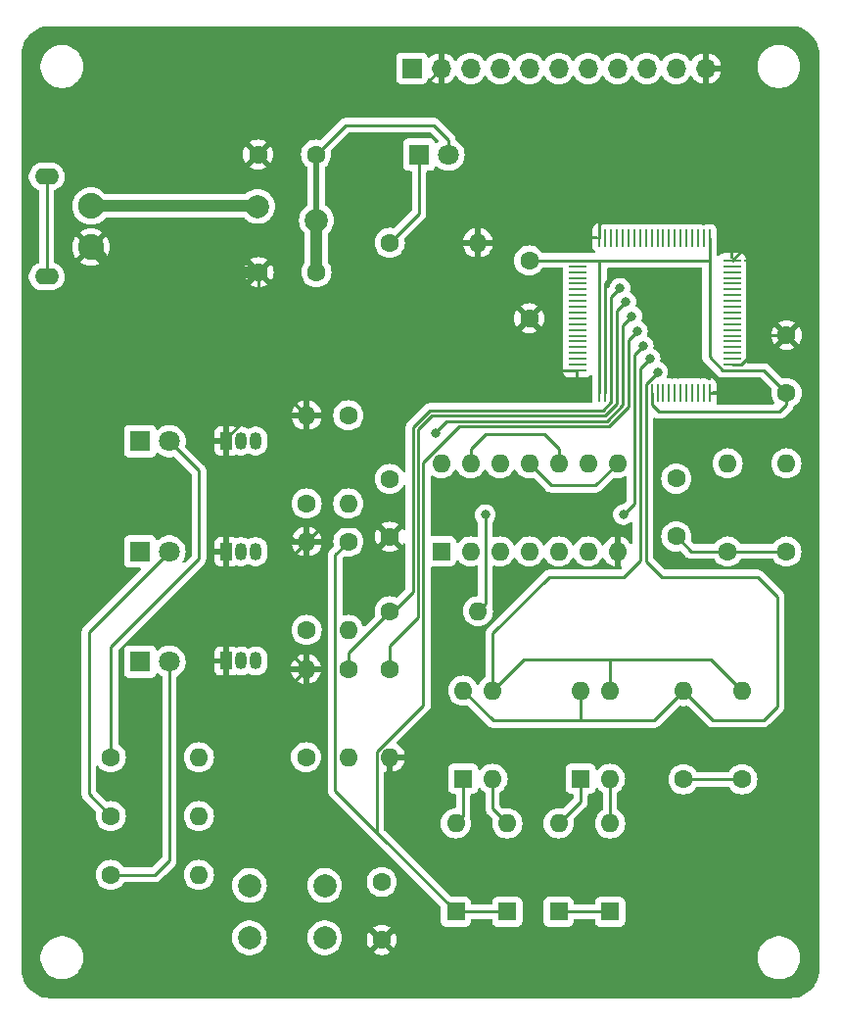
<source format=gtl>
G04 #@! TF.GenerationSoftware,KiCad,Pcbnew,8.0.8*
G04 #@! TF.CreationDate,2025-02-12T00:39:16+09:00*
G04 #@! TF.ProjectId,1bit-cpu_asic,31626974-2d63-4707-955f-617369632e6b,rev?*
G04 #@! TF.SameCoordinates,Original*
G04 #@! TF.FileFunction,Copper,L1,Top*
G04 #@! TF.FilePolarity,Positive*
%FSLAX46Y46*%
G04 Gerber Fmt 4.6, Leading zero omitted, Abs format (unit mm)*
G04 Created by KiCad (PCBNEW 8.0.8) date 2025-02-12 00:39:16*
%MOMM*%
%LPD*%
G01*
G04 APERTURE LIST*
G04 Aperture macros list*
%AMRoundRect*
0 Rectangle with rounded corners*
0 $1 Rounding radius*
0 $2 $3 $4 $5 $6 $7 $8 $9 X,Y pos of 4 corners*
0 Add a 4 corners polygon primitive as box body*
4,1,4,$2,$3,$4,$5,$6,$7,$8,$9,$2,$3,0*
0 Add four circle primitives for the rounded corners*
1,1,$1+$1,$2,$3*
1,1,$1+$1,$4,$5*
1,1,$1+$1,$6,$7*
1,1,$1+$1,$8,$9*
0 Add four rect primitives between the rounded corners*
20,1,$1+$1,$2,$3,$4,$5,0*
20,1,$1+$1,$4,$5,$6,$7,0*
20,1,$1+$1,$6,$7,$8,$9,0*
20,1,$1+$1,$8,$9,$2,$3,0*%
G04 Aperture macros list end*
G04 #@! TA.AperFunction,ComponentPad*
%ADD10R,1.600000X1.600000*%
G04 #@! TD*
G04 #@! TA.AperFunction,ComponentPad*
%ADD11O,1.600000X1.600000*%
G04 #@! TD*
G04 #@! TA.AperFunction,ComponentPad*
%ADD12R,1.800000X1.800000*%
G04 #@! TD*
G04 #@! TA.AperFunction,ComponentPad*
%ADD13C,1.800000*%
G04 #@! TD*
G04 #@! TA.AperFunction,ComponentPad*
%ADD14R,1.050000X1.500000*%
G04 #@! TD*
G04 #@! TA.AperFunction,ComponentPad*
%ADD15O,1.050000X1.500000*%
G04 #@! TD*
G04 #@! TA.AperFunction,ComponentPad*
%ADD16C,1.600000*%
G04 #@! TD*
G04 #@! TA.AperFunction,SMDPad,CuDef*
%ADD17RoundRect,0.062500X0.062500X-0.675000X0.062500X0.675000X-0.062500X0.675000X-0.062500X-0.675000X0*%
G04 #@! TD*
G04 #@! TA.AperFunction,SMDPad,CuDef*
%ADD18RoundRect,0.062500X0.675000X-0.062500X0.675000X0.062500X-0.675000X0.062500X-0.675000X-0.062500X0*%
G04 #@! TD*
G04 #@! TA.AperFunction,ComponentPad*
%ADD19C,2.000000*%
G04 #@! TD*
G04 #@! TA.AperFunction,ComponentPad*
%ADD20C,2.240000*%
G04 #@! TD*
G04 #@! TA.AperFunction,ComponentPad*
%ADD21O,2.100000X1.400000*%
G04 #@! TD*
G04 #@! TA.AperFunction,ComponentPad*
%ADD22C,2.010000*%
G04 #@! TD*
G04 #@! TA.AperFunction,ComponentPad*
%ADD23R,1.700000X1.700000*%
G04 #@! TD*
G04 #@! TA.AperFunction,ComponentPad*
%ADD24O,1.700000X1.700000*%
G04 #@! TD*
G04 #@! TA.AperFunction,ViaPad*
%ADD25C,0.800000*%
G04 #@! TD*
G04 #@! TA.AperFunction,Conductor*
%ADD26C,0.250000*%
G04 #@! TD*
G04 #@! TA.AperFunction,Conductor*
%ADD27C,1.000000*%
G04 #@! TD*
G04 #@! TA.AperFunction,Conductor*
%ADD28C,0.500000*%
G04 #@! TD*
G04 APERTURE END LIST*
D10*
G04 #@! TO.P,U1,1*
G04 #@! TO.N,N/C*
X142240000Y-104140000D03*
D11*
G04 #@! TO.P,U1,2*
X144780000Y-104140000D03*
G04 #@! TO.P,U1,3*
X147320000Y-104140000D03*
G04 #@! TO.P,U1,4*
X149860000Y-104140000D03*
G04 #@! TO.P,U1,5*
X152400000Y-104140000D03*
G04 #@! TO.P,U1,6*
X154940000Y-104140000D03*
G04 #@! TO.P,U1,7,GND*
G04 #@! TO.N,GND*
X157480000Y-104140000D03*
G04 #@! TO.P,U1,8*
G04 #@! TO.N,Net-(R4-Pad2)*
X157480000Y-96520000D03*
G04 #@! TO.P,U1,9*
G04 #@! TO.N,Net-(R3-Pad2)*
X154940000Y-96520000D03*
G04 #@! TO.P,U1,10*
G04 #@! TO.N,Net-(C2-Pad2)*
X152400000Y-96520000D03*
G04 #@! TO.P,U1,11*
G04 #@! TO.N,Net-(R4-Pad2)*
X149860000Y-96520000D03*
G04 #@! TO.P,U1,12*
G04 #@! TO.N,Net-(R5-Pad2)*
X147320000Y-96520000D03*
G04 #@! TO.P,U1,13*
G04 #@! TO.N,Net-(C2-Pad2)*
X144780000Y-96520000D03*
G04 #@! TO.P,U1,14,VCC*
G04 #@! TO.N,+5V*
X142240000Y-96520000D03*
G04 #@! TD*
D12*
G04 #@! TO.P,LED3,1,K*
G04 #@! TO.N,Net-(LED3-K)*
X116200000Y-113665000D03*
D13*
G04 #@! TO.P,LED3,2,A*
G04 #@! TO.N,Net-(LED3-A)*
X118740000Y-113665000D03*
G04 #@! TD*
D14*
G04 #@! TO.P,Q3,1,E*
G04 #@! TO.N,GND*
X123650000Y-113600000D03*
D15*
G04 #@! TO.P,Q3,2,C*
G04 #@! TO.N,Net-(LED3-K)*
X124920000Y-113600000D03*
G04 #@! TO.P,Q3,3,B*
G04 #@! TO.N,Net-(Q3-B)*
X126190000Y-113600000D03*
G04 #@! TD*
D16*
G04 #@! TO.P,R4,1*
G04 #@! TO.N,Net-(C2-Pad1)*
X167010000Y-104150000D03*
D11*
G04 #@! TO.P,R4,2*
G04 #@! TO.N,Net-(R4-Pad2)*
X167010000Y-96530000D03*
G04 #@! TD*
D16*
G04 #@! TO.P,C7,1*
G04 #@! TO.N,GND*
X126445000Y-80010000D03*
G04 #@! TO.P,C7,2*
G04 #@! TO.N,+5V*
X131445000Y-80010000D03*
G04 #@! TD*
G04 #@! TO.P,R15,1*
G04 #@! TO.N,Net-(J2-Pin_3)*
X134200000Y-114300000D03*
D11*
G04 #@! TO.P,R15,2*
G04 #@! TO.N,Net-(Q3-B)*
X134200000Y-121920000D03*
G04 #@! TD*
D14*
G04 #@! TO.P,Q1,1,E*
G04 #@! TO.N,GND*
X123650000Y-94600000D03*
D15*
G04 #@! TO.P,Q1,2,C*
G04 #@! TO.N,Net-(LED1-K)*
X124920000Y-94600000D03*
G04 #@! TO.P,Q1,3,B*
G04 #@! TO.N,Net-(Q1-B)*
X126190000Y-94600000D03*
G04 #@! TD*
D17*
G04 #@! TO.P,U4,1,VDD*
G04 #@! TO.N,+5V*
X155937500Y-90437500D03*
G04 #@! TO.P,U4,2,VSS_GXP*
G04 #@! TO.N,GND*
X156437500Y-90437500D03*
G04 #@! TO.P,U4,3,CLK_GXP*
G04 #@! TO.N,Net-(J2-Pin_3)*
X156937500Y-90437500D03*
G04 #@! TO.P,U4,4,RESET_GXP*
G04 #@! TO.N,Net-(J2-Pin_4)*
X157437500Y-90437500D03*
G04 #@! TO.P,U4,5,REG0_GXP*
G04 #@! TO.N,Net-(J2-Pin_5)*
X157937500Y-90437500D03*
G04 #@! TO.P,U4,6,PC0_GXP*
G04 #@! TO.N,Net-(D1-K)*
X158437500Y-90437500D03*
G04 #@! TO.P,U4,7,PC1_GXP*
G04 #@! TO.N,Net-(D3-K)*
X158937500Y-90437500D03*
G04 #@! TO.P,U4,8,PROG1_GXP*
G04 #@! TO.N,Net-(J2-Pin_8)*
X159437500Y-90437500D03*
G04 #@! TO.P,U4,9,PROG0_GXP*
G04 #@! TO.N,Net-(J2-Pin_9)*
X159937500Y-90437500D03*
G04 #@! TO.P,U4,10,VDD_GXP*
G04 #@! TO.N,+5V*
X160437500Y-90437500D03*
G04 #@! TO.P,U4,11*
G04 #@! TO.N,unconnected-(U4-Pad11)*
X160937500Y-90437500D03*
G04 #@! TO.P,U4,12*
G04 #@! TO.N,unconnected-(U4-Pad12)*
X161437500Y-90437500D03*
G04 #@! TO.P,U4,13*
G04 #@! TO.N,unconnected-(U4-Pad13)*
X161937500Y-90437500D03*
G04 #@! TO.P,U4,14*
G04 #@! TO.N,unconnected-(U4-Pad14)*
X162437500Y-90437500D03*
G04 #@! TO.P,U4,15*
G04 #@! TO.N,unconnected-(U4-Pad15)*
X162937500Y-90437500D03*
G04 #@! TO.P,U4,16*
G04 #@! TO.N,unconnected-(U4-Pad16)*
X163437500Y-90437500D03*
G04 #@! TO.P,U4,17*
G04 #@! TO.N,unconnected-(U4-Pad17)*
X163937500Y-90437500D03*
G04 #@! TO.P,U4,18*
G04 #@! TO.N,unconnected-(U4-Pad18)*
X164437500Y-90437500D03*
G04 #@! TO.P,U4,19*
G04 #@! TO.N,unconnected-(U4-Pad19)*
X164937500Y-90437500D03*
G04 #@! TO.P,U4,20,VSS*
G04 #@! TO.N,GND*
X165437500Y-90437500D03*
D18*
G04 #@! TO.P,U4,21,VDD*
G04 #@! TO.N,+5V*
X167375000Y-88500000D03*
G04 #@! TO.P,U4,22,VSS_BA1*
G04 #@! TO.N,GND*
X167375000Y-88000000D03*
G04 #@! TO.P,U4,23*
G04 #@! TO.N,unconnected-(U4-Pad23)*
X167375000Y-87500000D03*
G04 #@! TO.P,U4,24*
G04 #@! TO.N,unconnected-(U4-Pad24)*
X167375000Y-87000000D03*
G04 #@! TO.P,U4,25*
G04 #@! TO.N,unconnected-(U4-Pad25)*
X167375000Y-86500000D03*
G04 #@! TO.P,U4,26*
G04 #@! TO.N,unconnected-(U4-Pad26)*
X167375000Y-86000000D03*
G04 #@! TO.P,U4,27*
G04 #@! TO.N,unconnected-(U4-Pad27)*
X167375000Y-85500000D03*
G04 #@! TO.P,U4,28*
G04 #@! TO.N,unconnected-(U4-Pad28)*
X167375000Y-85000000D03*
G04 #@! TO.P,U4,29*
G04 #@! TO.N,unconnected-(U4-Pad29)*
X167375000Y-84500000D03*
G04 #@! TO.P,U4,30*
G04 #@! TO.N,unconnected-(U4-Pad30)*
X167375000Y-84000000D03*
G04 #@! TO.P,U4,31*
G04 #@! TO.N,unconnected-(U4-Pad31)*
X167375000Y-83500000D03*
G04 #@! TO.P,U4,32*
G04 #@! TO.N,unconnected-(U4-Pad32)*
X167375000Y-83000000D03*
G04 #@! TO.P,U4,33*
G04 #@! TO.N,unconnected-(U4-Pad33)*
X167375000Y-82500000D03*
G04 #@! TO.P,U4,34*
G04 #@! TO.N,unconnected-(U4-Pad34)*
X167375000Y-82000000D03*
G04 #@! TO.P,U4,35*
G04 #@! TO.N,unconnected-(U4-Pad35)*
X167375000Y-81500000D03*
G04 #@! TO.P,U4,36*
G04 #@! TO.N,unconnected-(U4-Pad36)*
X167375000Y-81000000D03*
G04 #@! TO.P,U4,37*
G04 #@! TO.N,unconnected-(U4-Pad37)*
X167375000Y-80500000D03*
G04 #@! TO.P,U4,38*
G04 #@! TO.N,unconnected-(U4-Pad38)*
X167375000Y-80000000D03*
G04 #@! TO.P,U4,39*
G04 #@! TO.N,unconnected-(U4-Pad39)*
X167375000Y-79500000D03*
G04 #@! TO.P,U4,40,VSS*
G04 #@! TO.N,GND*
X167375000Y-79000000D03*
D17*
G04 #@! TO.P,U4,41,VDD*
G04 #@! TO.N,+5V*
X165437500Y-77062500D03*
G04 #@! TO.P,U4,42,VSS_BA2*
G04 #@! TO.N,GND*
X164937500Y-77062500D03*
G04 #@! TO.P,U4,43*
G04 #@! TO.N,unconnected-(U4-Pad43)*
X164437500Y-77062500D03*
G04 #@! TO.P,U4,44*
G04 #@! TO.N,unconnected-(U4-Pad44)*
X163937500Y-77062500D03*
G04 #@! TO.P,U4,45*
G04 #@! TO.N,unconnected-(U4-Pad45)*
X163437500Y-77062500D03*
G04 #@! TO.P,U4,46*
G04 #@! TO.N,unconnected-(U4-Pad46)*
X162937500Y-77062500D03*
G04 #@! TO.P,U4,47*
G04 #@! TO.N,unconnected-(U4-Pad47)*
X162437500Y-77062500D03*
G04 #@! TO.P,U4,48*
G04 #@! TO.N,unconnected-(U4-Pad48)*
X161937500Y-77062500D03*
G04 #@! TO.P,U4,49*
G04 #@! TO.N,unconnected-(U4-Pad49)*
X161437500Y-77062500D03*
G04 #@! TO.P,U4,50*
G04 #@! TO.N,unconnected-(U4-Pad50)*
X160937500Y-77062500D03*
G04 #@! TO.P,U4,51*
G04 #@! TO.N,unconnected-(U4-Pad51)*
X160437500Y-77062500D03*
G04 #@! TO.P,U4,52*
G04 #@! TO.N,unconnected-(U4-Pad52)*
X159937500Y-77062500D03*
G04 #@! TO.P,U4,53*
G04 #@! TO.N,unconnected-(U4-Pad53)*
X159437500Y-77062500D03*
G04 #@! TO.P,U4,54*
G04 #@! TO.N,unconnected-(U4-Pad54)*
X158937500Y-77062500D03*
G04 #@! TO.P,U4,55*
G04 #@! TO.N,unconnected-(U4-Pad55)*
X158437500Y-77062500D03*
G04 #@! TO.P,U4,56*
G04 #@! TO.N,unconnected-(U4-Pad56)*
X157937500Y-77062500D03*
G04 #@! TO.P,U4,57*
G04 #@! TO.N,unconnected-(U4-Pad57)*
X157437500Y-77062500D03*
G04 #@! TO.P,U4,58*
G04 #@! TO.N,unconnected-(U4-Pad58)*
X156937500Y-77062500D03*
G04 #@! TO.P,U4,59*
G04 #@! TO.N,unconnected-(U4-Pad59)*
X156437500Y-77062500D03*
G04 #@! TO.P,U4,60,VSS*
G04 #@! TO.N,GND*
X155937500Y-77062500D03*
D18*
G04 #@! TO.P,U4,61,VDD*
G04 #@! TO.N,+5V*
X154000000Y-79000000D03*
G04 #@! TO.P,U4,62*
G04 #@! TO.N,unconnected-(U4-Pad62)*
X154000000Y-79500000D03*
G04 #@! TO.P,U4,63*
G04 #@! TO.N,unconnected-(U4-Pad63)*
X154000000Y-80000000D03*
G04 #@! TO.P,U4,64*
G04 #@! TO.N,unconnected-(U4-Pad64)*
X154000000Y-80500000D03*
G04 #@! TO.P,U4,65*
G04 #@! TO.N,unconnected-(U4-Pad65)*
X154000000Y-81000000D03*
G04 #@! TO.P,U4,66*
G04 #@! TO.N,unconnected-(U4-Pad66)*
X154000000Y-81500000D03*
G04 #@! TO.P,U4,67*
G04 #@! TO.N,unconnected-(U4-Pad67)*
X154000000Y-82000000D03*
G04 #@! TO.P,U4,68*
G04 #@! TO.N,unconnected-(U4-Pad68)*
X154000000Y-82500000D03*
G04 #@! TO.P,U4,69*
G04 #@! TO.N,unconnected-(U4-Pad69)*
X154000000Y-83000000D03*
G04 #@! TO.P,U4,70*
G04 #@! TO.N,unconnected-(U4-Pad70)*
X154000000Y-83500000D03*
G04 #@! TO.P,U4,71*
G04 #@! TO.N,unconnected-(U4-Pad71)*
X154000000Y-84000000D03*
G04 #@! TO.P,U4,72*
G04 #@! TO.N,unconnected-(U4-Pad72)*
X154000000Y-84500000D03*
G04 #@! TO.P,U4,73*
G04 #@! TO.N,unconnected-(U4-Pad73)*
X154000000Y-85000000D03*
G04 #@! TO.P,U4,74*
G04 #@! TO.N,unconnected-(U4-Pad74)*
X154000000Y-85500000D03*
G04 #@! TO.P,U4,75*
G04 #@! TO.N,unconnected-(U4-Pad75)*
X154000000Y-86000000D03*
G04 #@! TO.P,U4,76*
G04 #@! TO.N,unconnected-(U4-Pad76)*
X154000000Y-86500000D03*
G04 #@! TO.P,U4,77*
G04 #@! TO.N,unconnected-(U4-Pad77)*
X154000000Y-87000000D03*
G04 #@! TO.P,U4,78*
G04 #@! TO.N,unconnected-(U4-Pad78)*
X154000000Y-87500000D03*
G04 #@! TO.P,U4,79*
G04 #@! TO.N,unconnected-(U4-Pad79)*
X154000000Y-88000000D03*
G04 #@! TO.P,U4,80,VSS*
G04 #@! TO.N,GND*
X154000000Y-88500000D03*
G04 #@! TD*
D10*
G04 #@! TO.P,D3,1,K*
G04 #@! TO.N,Net-(D3-K)*
X152400000Y-135255000D03*
D11*
G04 #@! TO.P,D3,2,A*
G04 #@! TO.N,Net-(D3-A)*
X152400000Y-127635000D03*
G04 #@! TD*
D12*
G04 #@! TO.P,LED4,1,K*
G04 #@! TO.N,Net-(LED4-K)*
X140330000Y-69850000D03*
D13*
G04 #@! TO.P,LED4,2,A*
G04 #@! TO.N,+5V*
X142870000Y-69850000D03*
G04 #@! TD*
D16*
G04 #@! TO.P,C5,1*
G04 #@! TO.N,GND*
X172100000Y-85450000D03*
G04 #@! TO.P,C5,2*
G04 #@! TO.N,+5V*
X172100000Y-90450000D03*
G04 #@! TD*
G04 #@! TO.P,R3,1*
G04 #@! TO.N,Net-(C2-Pad1)*
X172090000Y-104150000D03*
D11*
G04 #@! TO.P,R3,2*
G04 #@! TO.N,Net-(R3-Pad2)*
X172090000Y-96530000D03*
G04 #@! TD*
D10*
G04 #@! TO.P,D4,1,K*
G04 #@! TO.N,Net-(D3-K)*
X156845000Y-135255000D03*
D11*
G04 #@! TO.P,D4,2,A*
G04 #@! TO.N,Net-(D4-A)*
X156845000Y-127635000D03*
G04 #@! TD*
D12*
G04 #@! TO.P,LED1,1,K*
G04 #@! TO.N,Net-(LED1-K)*
X116205000Y-94615000D03*
D13*
G04 #@! TO.P,LED1,2,A*
G04 #@! TO.N,Net-(LED1-A)*
X118745000Y-94615000D03*
G04 #@! TD*
D16*
G04 #@! TO.P,R9,1*
G04 #@! TO.N,+5V*
X163195000Y-123825000D03*
D11*
G04 #@! TO.P,R9,2*
G04 #@! TO.N,Net-(J2-Pin_9)*
X163195000Y-116205000D03*
G04 #@! TD*
D16*
G04 #@! TO.P,R8,1*
G04 #@! TO.N,Net-(LED3-A)*
X113665000Y-132080000D03*
D11*
G04 #@! TO.P,R8,2*
G04 #@! TO.N,+5V*
X121285000Y-132080000D03*
G04 #@! TD*
D10*
G04 #@! TO.P,SW1,1*
G04 #@! TO.N,Net-(D1-A)*
X144140000Y-123782500D03*
D11*
G04 #@! TO.P,SW1,2*
G04 #@! TO.N,Net-(D2-A)*
X146680000Y-123782500D03*
G04 #@! TO.P,SW1,3*
G04 #@! TO.N,Net-(J2-Pin_8)*
X146680000Y-116162500D03*
G04 #@! TO.P,SW1,4*
G04 #@! TO.N,Net-(J2-Pin_9)*
X144140000Y-116162500D03*
G04 #@! TD*
D10*
G04 #@! TO.P,SW2,1*
G04 #@! TO.N,Net-(D3-A)*
X154300000Y-123782500D03*
D11*
G04 #@! TO.P,SW2,2*
G04 #@! TO.N,Net-(D4-A)*
X156840000Y-123782500D03*
G04 #@! TO.P,SW2,3*
G04 #@! TO.N,Net-(J2-Pin_8)*
X156840000Y-116162500D03*
G04 #@! TO.P,SW2,4*
G04 #@! TO.N,Net-(J2-Pin_9)*
X154300000Y-116162500D03*
G04 #@! TD*
D10*
G04 #@! TO.P,D2,1,K*
G04 #@! TO.N,Net-(D1-K)*
X147955000Y-135255000D03*
D11*
G04 #@! TO.P,D2,2,A*
G04 #@! TO.N,Net-(D2-A)*
X147955000Y-127635000D03*
G04 #@! TD*
D16*
G04 #@! TO.P,R1,1*
G04 #@! TO.N,Net-(J2-Pin_4)*
X137800000Y-114300000D03*
D11*
G04 #@! TO.P,R1,2*
G04 #@! TO.N,GND*
X137800000Y-121920000D03*
G04 #@! TD*
D12*
G04 #@! TO.P,LED2,1,K*
G04 #@! TO.N,Net-(LED2-K)*
X116200000Y-104140000D03*
D13*
G04 #@! TO.P,LED2,2,A*
G04 #@! TO.N,Net-(LED2-A)*
X118740000Y-104140000D03*
G04 #@! TD*
D16*
G04 #@! TO.P,C4,1*
G04 #@! TO.N,GND*
X137795000Y-102870000D03*
G04 #@! TO.P,C4,2*
G04 #@! TO.N,+5V*
X137795000Y-97870000D03*
G04 #@! TD*
G04 #@! TO.P,R5,1*
G04 #@! TO.N,Net-(J2-Pin_3)*
X137800000Y-109300000D03*
D11*
G04 #@! TO.P,R5,2*
G04 #@! TO.N,Net-(R5-Pad2)*
X145420000Y-109300000D03*
G04 #@! TD*
D16*
G04 #@! TO.P,R7,1*
G04 #@! TO.N,Net-(LED2-A)*
X113665000Y-127000000D03*
D11*
G04 #@! TO.P,R7,2*
G04 #@! TO.N,+5V*
X121285000Y-127000000D03*
G04 #@! TD*
D19*
G04 #@! TO.P,SW3,1,1*
G04 #@! TO.N,+5V*
X125655000Y-133005000D03*
X132155000Y-133005000D03*
G04 #@! TO.P,SW3,2,2*
G04 #@! TO.N,Net-(J2-Pin_4)*
X125655000Y-137505000D03*
X132155000Y-137505000D03*
G04 #@! TD*
D20*
G04 #@! TO.P,J1,A9,VBUS*
G04 #@! TO.N,Net-(F1-Pad1)*
X111940000Y-74295000D03*
G04 #@! TO.P,J1,A12,GND*
G04 #@! TO.N,GND*
X111940000Y-77851000D03*
D21*
G04 #@! TO.P,J1,S1,SHIELD*
G04 #@! TO.N,unconnected-(J1-SHIELD-PadS1)*
X108130000Y-71755000D03*
G04 #@! TO.N,unconnected-(J1-SHIELD-PadS1)_1*
X108130000Y-80391000D03*
G04 #@! TD*
D14*
G04 #@! TO.P,Q2,1,E*
G04 #@! TO.N,GND*
X123650000Y-104150000D03*
D15*
G04 #@! TO.P,Q2,2,C*
G04 #@! TO.N,Net-(LED2-K)*
X124920000Y-104150000D03*
G04 #@! TO.P,Q2,3,B*
G04 #@! TO.N,Net-(Q2-B)*
X126190000Y-104150000D03*
G04 #@! TD*
D16*
G04 #@! TO.P,R16,1*
G04 #@! TO.N,Net-(Q3-B)*
X130550000Y-121920000D03*
D11*
G04 #@! TO.P,R16,2*
G04 #@! TO.N,GND*
X130550000Y-114300000D03*
G04 #@! TD*
D16*
G04 #@! TO.P,R12,1*
G04 #@! TO.N,Net-(Q1-B)*
X130600000Y-100000000D03*
D11*
G04 #@! TO.P,R12,2*
G04 #@! TO.N,GND*
X130600000Y-92380000D03*
G04 #@! TD*
D16*
G04 #@! TO.P,C2,1*
G04 #@! TO.N,Net-(C2-Pad1)*
X162565000Y-102840000D03*
G04 #@! TO.P,C2,2*
G04 #@! TO.N,Net-(C2-Pad2)*
X162565000Y-97840000D03*
G04 #@! TD*
G04 #@! TO.P,R14,1*
G04 #@! TO.N,Net-(Q2-B)*
X130600000Y-110920000D03*
D11*
G04 #@! TO.P,R14,2*
G04 #@! TO.N,GND*
X130600000Y-103300000D03*
G04 #@! TD*
D16*
G04 #@! TO.P,C1,1*
G04 #@! TO.N,GND*
X137100000Y-137700000D03*
G04 #@! TO.P,C1,2*
G04 #@! TO.N,Net-(J2-Pin_4)*
X137100000Y-132700000D03*
G04 #@! TD*
D22*
G04 #@! TO.P,F1,1*
G04 #@! TO.N,Net-(F1-Pad1)*
X126355000Y-74330000D03*
G04 #@! TO.P,F1,2*
G04 #@! TO.N,+5V*
X131455000Y-75530000D03*
G04 #@! TD*
D16*
G04 #@! TO.P,C3,1*
G04 #@! TO.N,GND*
X126405000Y-69850000D03*
G04 #@! TO.P,C3,2*
G04 #@! TO.N,+5V*
X131405000Y-69850000D03*
G04 #@! TD*
G04 #@! TO.P,C6,1*
G04 #@! TO.N,GND*
X149850000Y-84000000D03*
G04 #@! TO.P,C6,2*
G04 #@! TO.N,+5V*
X149850000Y-79000000D03*
G04 #@! TD*
D10*
G04 #@! TO.P,D1,1,K*
G04 #@! TO.N,Net-(D1-K)*
X143510000Y-135255000D03*
D11*
G04 #@! TO.P,D1,2,A*
G04 #@! TO.N,Net-(D1-A)*
X143510000Y-127635000D03*
G04 #@! TD*
D23*
G04 #@! TO.P,J2,1,Pin_1*
G04 #@! TO.N,+5V*
X139700000Y-62400000D03*
D24*
G04 #@! TO.P,J2,2,Pin_2*
G04 #@! TO.N,GND*
X142240000Y-62400000D03*
G04 #@! TO.P,J2,3,Pin_3*
G04 #@! TO.N,Net-(J2-Pin_3)*
X144780000Y-62400000D03*
G04 #@! TO.P,J2,4,Pin_4*
G04 #@! TO.N,Net-(J2-Pin_4)*
X147320000Y-62400000D03*
G04 #@! TO.P,J2,5,Pin_5*
G04 #@! TO.N,Net-(J2-Pin_5)*
X149860000Y-62400000D03*
G04 #@! TO.P,J2,6,Pin_6*
G04 #@! TO.N,Net-(D1-K)*
X152400000Y-62400000D03*
G04 #@! TO.P,J2,7,Pin_7*
G04 #@! TO.N,Net-(D3-K)*
X154940000Y-62400000D03*
G04 #@! TO.P,J2,8,Pin_8*
G04 #@! TO.N,Net-(J2-Pin_8)*
X157480000Y-62400000D03*
G04 #@! TO.P,J2,9,Pin_9*
G04 #@! TO.N,Net-(J2-Pin_9)*
X160020000Y-62400000D03*
G04 #@! TO.P,J2,10,Pin_10*
G04 #@! TO.N,+5V*
X162560000Y-62400000D03*
G04 #@! TO.P,J2,11,Pin_11*
G04 #@! TO.N,GND*
X165100000Y-62400000D03*
G04 #@! TD*
D16*
G04 #@! TO.P,R10,1*
G04 #@! TO.N,+5V*
X168275000Y-123825000D03*
D11*
G04 #@! TO.P,R10,2*
G04 #@! TO.N,Net-(J2-Pin_8)*
X168275000Y-116205000D03*
G04 #@! TD*
D16*
G04 #@! TO.P,R2,1*
G04 #@! TO.N,Net-(LED4-K)*
X137790000Y-77470000D03*
D11*
G04 #@! TO.P,R2,2*
G04 #@! TO.N,GND*
X145410000Y-77470000D03*
G04 #@! TD*
D16*
G04 #@! TO.P,R11,1*
G04 #@! TO.N,Net-(J2-Pin_5)*
X134200000Y-92380000D03*
D11*
G04 #@! TO.P,R11,2*
G04 #@! TO.N,Net-(Q1-B)*
X134200000Y-100000000D03*
G04 #@! TD*
D16*
G04 #@! TO.P,R6,1*
G04 #@! TO.N,Net-(LED1-A)*
X113665000Y-121920000D03*
D11*
G04 #@! TO.P,R6,2*
G04 #@! TO.N,+5V*
X121285000Y-121920000D03*
G04 #@! TD*
D16*
G04 #@! TO.P,R13,1*
G04 #@! TO.N,Net-(D1-K)*
X134200000Y-103300000D03*
D11*
G04 #@! TO.P,R13,2*
G04 #@! TO.N,Net-(Q2-B)*
X134200000Y-110920000D03*
G04 #@! TD*
D25*
G04 #@! TO.N,Net-(J2-Pin_4)*
X158200000Y-82600000D03*
G04 #@! TO.N,GND*
X149300000Y-101000000D03*
X168100000Y-76350000D03*
X151750000Y-88500000D03*
X168100000Y-90400000D03*
X143600000Y-101000000D03*
X157200000Y-80200000D03*
G04 #@! TO.N,Net-(D1-K)*
X159200000Y-85100000D03*
G04 #@! TO.N,Net-(D3-K)*
X159700000Y-86400000D03*
X158000000Y-100950000D03*
G04 #@! TO.N,Net-(R5-Pad2)*
X146050000Y-100965000D03*
G04 #@! TO.N,Net-(J2-Pin_3)*
X157700000Y-81400000D03*
G04 #@! TO.N,Net-(J2-Pin_9)*
X160943880Y-88643880D03*
G04 #@! TO.N,Net-(J2-Pin_8)*
X160300000Y-87500000D03*
G04 #@! TO.N,Net-(J2-Pin_5)*
X158700000Y-83800000D03*
X141750000Y-93950000D03*
G04 #@! TD*
D26*
G04 #@! TO.N,+5V*
X165337500Y-79000000D02*
X165437500Y-79100000D01*
X165437500Y-87349740D02*
X165437500Y-79100000D01*
X165437500Y-79100000D02*
X165437500Y-77062500D01*
X155900000Y-79000000D02*
X165337500Y-79000000D01*
X166587760Y-88500000D02*
X165437500Y-87349740D01*
X167375000Y-88500000D02*
X166587760Y-88500000D01*
G04 #@! TO.N,GND*
X168100000Y-78275000D02*
X168100000Y-76350000D01*
X167375000Y-79000000D02*
X168100000Y-78275000D01*
G04 #@! TO.N,Net-(J2-Pin_4)*
X131705000Y-137505000D02*
X132155000Y-137505000D01*
X157437500Y-91361136D02*
X156398636Y-92400000D01*
X157437500Y-83362500D02*
X157437500Y-90437500D01*
X137795000Y-112255000D02*
X137795000Y-114300000D01*
X156398636Y-92400000D02*
X141436396Y-92400000D01*
X141436396Y-92400000D02*
X140250000Y-93586396D01*
X157437500Y-90437500D02*
X157437500Y-91361136D01*
X140250000Y-93586396D02*
X140250000Y-109800000D01*
X158200000Y-82600000D02*
X157437500Y-83362500D01*
X136910000Y-133005000D02*
X137160000Y-132755000D01*
X140250000Y-109800000D02*
X137795000Y-112255000D01*
G04 #@! TO.N,GND*
X138740000Y-65900000D02*
X130355000Y-65900000D01*
X123650000Y-94600000D02*
X123650000Y-94375000D01*
X129000000Y-102600000D02*
X129700000Y-103300000D01*
X154000000Y-88500000D02*
X151750000Y-88500000D01*
D27*
X114099000Y-80010000D02*
X111940000Y-77851000D01*
D26*
X134100000Y-134700000D02*
X137100000Y-137700000D01*
X128270000Y-71715000D02*
X128270000Y-78185000D01*
X128950000Y-125450000D02*
X134100000Y-130600000D01*
X167450000Y-75700000D02*
X168100000Y-76350000D01*
X130600000Y-103300000D02*
X131900000Y-102000000D01*
X136925000Y-102000000D02*
X137795000Y-102870000D01*
X129050000Y-104850000D02*
X129050000Y-112800000D01*
X168162240Y-88000000D02*
X170712240Y-85450000D01*
X126405000Y-69850000D02*
X128270000Y-71715000D01*
X134100000Y-130600000D02*
X134100000Y-134700000D01*
X130355000Y-65900000D02*
X126405000Y-69850000D01*
X125645000Y-92380000D02*
X130600000Y-92380000D01*
X170712240Y-85450000D02*
X172100000Y-85450000D01*
X130600000Y-103300000D02*
X129050000Y-104850000D01*
X128950000Y-115900000D02*
X128950000Y-125450000D01*
X129000000Y-97300000D02*
X129000000Y-102600000D01*
X128270000Y-78185000D02*
X126445000Y-80010000D01*
X130600000Y-92380000D02*
X130600000Y-95700000D01*
X130600000Y-95700000D02*
X129000000Y-97300000D01*
D27*
X126445000Y-80010000D02*
X114099000Y-80010000D01*
D26*
X123650000Y-104150000D02*
X123650000Y-113600000D01*
X131900000Y-102000000D02*
X136925000Y-102000000D01*
X126445000Y-80010000D02*
X126445000Y-88225000D01*
X136910000Y-137505000D02*
X137160000Y-137755000D01*
X126445000Y-88225000D02*
X130600000Y-92380000D01*
X129700000Y-103300000D02*
X130600000Y-103300000D01*
X130550000Y-114300000D02*
X128950000Y-115900000D01*
X157200000Y-80200000D02*
X156437500Y-80962500D01*
X156437500Y-80962500D02*
X156437500Y-90437500D01*
X123650000Y-94600000D02*
X123650000Y-104150000D01*
X155937500Y-77062500D02*
X155937500Y-75912500D01*
X168062500Y-90437500D02*
X168100000Y-90400000D01*
X156150000Y-75700000D02*
X167450000Y-75700000D01*
X129050000Y-112800000D02*
X130550000Y-114300000D01*
X123650000Y-94375000D02*
X125645000Y-92380000D01*
X165437500Y-90437500D02*
X168062500Y-90437500D01*
X167375000Y-88000000D02*
X168162240Y-88000000D01*
X142240000Y-62400000D02*
X138740000Y-65900000D01*
X155937500Y-75912500D02*
X156150000Y-75700000D01*
G04 #@! TO.N,Net-(C2-Pad1)*
X167010000Y-104150000D02*
X163875000Y-104150000D01*
X172090000Y-104150000D02*
X167010000Y-104150000D01*
X163875000Y-104150000D02*
X162565000Y-102840000D01*
G04 #@! TO.N,Net-(C2-Pad2)*
X144780000Y-96520000D02*
X144780000Y-95250000D01*
X144780000Y-95250000D02*
X146050000Y-93980000D01*
X151130000Y-93980000D02*
X152400000Y-95250000D01*
X152400000Y-95250000D02*
X152400000Y-96520000D01*
X146050000Y-93980000D02*
X151130000Y-93980000D01*
G04 #@! TO.N,+5V*
X171500000Y-92050000D02*
X172100000Y-91450000D01*
X131405000Y-69850000D02*
X131405000Y-69905000D01*
X131455000Y-75530000D02*
X131455000Y-76455000D01*
X160437500Y-91437500D02*
X161050000Y-92050000D01*
X154000000Y-79000000D02*
X149850000Y-79000000D01*
X133945000Y-67310000D02*
X141605000Y-67310000D01*
X161050000Y-92050000D02*
X171500000Y-92050000D01*
X141605000Y-67310000D02*
X142870000Y-68575000D01*
X131405000Y-79970000D02*
X131445000Y-80010000D01*
D28*
X131455000Y-69955000D02*
X131455000Y-75530000D01*
D26*
X163195000Y-123825000D02*
X168275000Y-123825000D01*
X154000000Y-79000000D02*
X155900000Y-79000000D01*
X131405000Y-69905000D02*
X131455000Y-69955000D01*
D27*
X131445000Y-76465000D02*
X131445000Y-76477845D01*
D26*
X172100000Y-91450000D02*
X172100000Y-90450000D01*
X131455000Y-76455000D02*
X131445000Y-76465000D01*
X160437500Y-90437500D02*
X160437500Y-91437500D01*
X142870000Y-68575000D02*
X142870000Y-69850000D01*
X167375000Y-88500000D02*
X170150000Y-88500000D01*
X170150000Y-88500000D02*
X172100000Y-90450000D01*
X155937500Y-90437500D02*
X155937500Y-79037500D01*
X131405000Y-69850000D02*
X133945000Y-67310000D01*
D27*
X131445000Y-76477845D02*
X131445000Y-80010000D01*
D26*
X155937500Y-79037500D02*
X155900000Y-79000000D01*
G04 #@! TO.N,Net-(D1-K)*
X158437500Y-85862500D02*
X158437500Y-90437500D01*
X156721428Y-93350000D02*
X158437500Y-91633928D01*
X143819009Y-93350000D02*
X156721428Y-93350000D01*
X134200000Y-103300000D02*
X133075000Y-104425000D01*
X133075000Y-104425000D02*
X133075000Y-124820000D01*
X133075000Y-124820000D02*
X136677500Y-128422500D01*
X159200000Y-85100000D02*
X158437500Y-85862500D01*
X140700000Y-117424009D02*
X140700000Y-96469009D01*
X136650000Y-121474009D02*
X140700000Y-117424009D01*
X136677500Y-128422500D02*
X143510000Y-135255000D01*
X143510000Y-135255000D02*
X147955000Y-135255000D01*
X136677500Y-128422500D02*
X136650000Y-128395000D01*
X140700000Y-96469009D02*
X143819009Y-93350000D01*
X136650000Y-128395000D02*
X136650000Y-121474009D01*
X158437500Y-91633928D02*
X158437500Y-90437500D01*
G04 #@! TO.N,Net-(D1-A)*
X144140000Y-127005000D02*
X143510000Y-127635000D01*
X144140000Y-123782500D02*
X144140000Y-127005000D01*
G04 #@! TO.N,Net-(D2-A)*
X146680000Y-123782500D02*
X146680000Y-126360000D01*
X146680000Y-126360000D02*
X147955000Y-127635000D01*
G04 #@! TO.N,Net-(D3-K)*
X158937500Y-90437500D02*
X158937500Y-96653491D01*
X152400000Y-135255000D02*
X156845000Y-135255000D01*
X159700000Y-86400000D02*
X158937500Y-87162500D01*
X158937500Y-96653491D02*
X158937500Y-100012500D01*
X158937500Y-100012500D02*
X158000000Y-100950000D01*
X158937500Y-87162500D02*
X158937500Y-90437500D01*
G04 #@! TO.N,Net-(D3-A)*
X154300000Y-125735000D02*
X152400000Y-127635000D01*
X154300000Y-123782500D02*
X154300000Y-125735000D01*
G04 #@! TO.N,Net-(D4-A)*
X156840000Y-123782500D02*
X156840000Y-127630000D01*
X156840000Y-127630000D02*
X156845000Y-127635000D01*
G04 #@! TO.N,Net-(LED1-A)*
X121285000Y-104775000D02*
X113665000Y-112395000D01*
X118745000Y-94615000D02*
X121285000Y-97155000D01*
X121285000Y-97155000D02*
X121285000Y-104775000D01*
X113665000Y-112395000D02*
X113665000Y-121920000D01*
G04 #@! TO.N,Net-(LED2-A)*
X118740000Y-104140000D02*
X111760000Y-111120000D01*
X111760000Y-111120000D02*
X111760000Y-125095000D01*
X111760000Y-125095000D02*
X113665000Y-127000000D01*
G04 #@! TO.N,Net-(LED3-A)*
X117475000Y-132080000D02*
X113665000Y-132080000D01*
X118740000Y-113665000D02*
X118740000Y-130815000D01*
X118740000Y-130815000D02*
X117475000Y-132080000D01*
G04 #@! TO.N,Net-(LED4-K)*
X140330000Y-74930000D02*
X137790000Y-77470000D01*
X140330000Y-69850000D02*
X140330000Y-74930000D01*
G04 #@! TO.N,Net-(R4-Pad2)*
X157480000Y-96520000D02*
X155575000Y-98425000D01*
X151765000Y-98425000D02*
X149860000Y-96520000D01*
X155575000Y-98425000D02*
X151765000Y-98425000D01*
G04 #@! TO.N,Net-(R5-Pad2)*
X146050000Y-100965000D02*
X146050000Y-108670000D01*
X146050000Y-108670000D02*
X145420000Y-109300000D01*
G04 #@! TO.N,Net-(LED2-K)*
X116205000Y-104135000D02*
X116200000Y-104140000D01*
G04 #@! TO.N,Net-(F1-Pad1)*
X126320000Y-74295000D02*
X126355000Y-74330000D01*
D27*
X111940000Y-74295000D02*
X126320000Y-74295000D01*
D26*
G04 #@! TO.N,unconnected-(J1-SHIELD-PadS1)*
X108130000Y-71755000D02*
X108130000Y-80391000D01*
G04 #@! TO.N,Net-(J2-Pin_3)*
X139800000Y-107650000D02*
X138150000Y-109300000D01*
X138150000Y-109300000D02*
X137800000Y-109300000D01*
X134200000Y-114300000D02*
X134200000Y-112900000D01*
X156937500Y-82162500D02*
X156937500Y-90437500D01*
X156937500Y-91224740D02*
X156212240Y-91950000D01*
X157700000Y-81400000D02*
X156937500Y-82162500D01*
X156212240Y-91950000D02*
X141250000Y-91950000D01*
X156937500Y-90437500D02*
X156937500Y-91224740D01*
X139800000Y-93400000D02*
X139800000Y-107650000D01*
X134200000Y-112900000D02*
X137800000Y-109300000D01*
X141250000Y-91950000D02*
X139800000Y-93400000D01*
G04 #@! TO.N,Net-(J2-Pin_9)*
X163195000Y-116205000D02*
X165690000Y-118700000D01*
X154300000Y-116162500D02*
X154300000Y-118740000D01*
X169600000Y-106350000D02*
X161288604Y-106350000D01*
X171300000Y-117500000D02*
X171300000Y-108050000D01*
X165690000Y-118700000D02*
X170100000Y-118700000D01*
X154300000Y-118740000D02*
X154305000Y-118745000D01*
X161288604Y-106350000D02*
X159937500Y-104998896D01*
X146722500Y-118745000D02*
X144140000Y-116162500D01*
X171300000Y-108050000D02*
X169600000Y-106350000D01*
X163195000Y-116205000D02*
X160655000Y-118745000D01*
X170100000Y-118700000D02*
X171300000Y-117500000D01*
X160943880Y-88643880D02*
X159937500Y-89650260D01*
X160655000Y-118745000D02*
X154305000Y-118745000D01*
X154305000Y-118745000D02*
X146722500Y-118745000D01*
X159937500Y-104998896D02*
X159937500Y-90437500D01*
X159937500Y-89650260D02*
X159937500Y-90437500D01*
G04 #@! TO.N,Net-(J2-Pin_8)*
X168275000Y-116205000D02*
X165570000Y-113500000D01*
X159437500Y-104912500D02*
X159437500Y-90437500D01*
X156850000Y-113500000D02*
X149342500Y-113500000D01*
X159437500Y-88362500D02*
X159437500Y-90437500D01*
X159800000Y-113500000D02*
X159502500Y-113500000D01*
X149342500Y-113500000D02*
X146680000Y-116162500D01*
X156840000Y-113510000D02*
X156850000Y-113500000D01*
X160300000Y-87500000D02*
X159437500Y-88362500D01*
X146680000Y-111220000D02*
X151550000Y-106350000D01*
X165570000Y-113500000D02*
X159800000Y-113500000D01*
X156840000Y-116162500D02*
X156840000Y-113510000D01*
X159502500Y-113500000D02*
X156850000Y-113500000D01*
X151550000Y-106350000D02*
X158000000Y-106350000D01*
X146680000Y-116162500D02*
X146680000Y-111220000D01*
X158000000Y-106350000D02*
X159437500Y-104912500D01*
G04 #@! TO.N,Net-(J2-Pin_5)*
X157937500Y-91497532D02*
X156535032Y-92900000D01*
X157937500Y-90437500D02*
X157937500Y-91497532D01*
X157937500Y-84562500D02*
X157937500Y-90437500D01*
X141750000Y-93850000D02*
X141750000Y-93950000D01*
X142700000Y-92900000D02*
X141750000Y-93850000D01*
X156535032Y-92900000D02*
X142700000Y-92900000D01*
X158700000Y-83800000D02*
X157937500Y-84562500D01*
G04 #@! TD*
G04 #@! TA.AperFunction,Conductor*
G04 #@! TO.N,GND*
G36*
X148657865Y-97063348D02*
G01*
X148702382Y-97114725D01*
X148729429Y-97172728D01*
X148729432Y-97172734D01*
X148859954Y-97359141D01*
X149020858Y-97520045D01*
X149020861Y-97520047D01*
X149207266Y-97650568D01*
X149413504Y-97746739D01*
X149633308Y-97805635D01*
X149790780Y-97819412D01*
X149859998Y-97825468D01*
X149860000Y-97825468D01*
X149860002Y-97825468D01*
X149929220Y-97819412D01*
X150086692Y-97805635D01*
X150155048Y-97787319D01*
X150224896Y-97788980D01*
X150274822Y-97819412D01*
X151276016Y-98820606D01*
X151276045Y-98820637D01*
X151366264Y-98910856D01*
X151366267Y-98910858D01*
X151443190Y-98962256D01*
X151468710Y-98979309D01*
X151468717Y-98979313D01*
X151478194Y-98983238D01*
X151520030Y-99000567D01*
X151520031Y-99000568D01*
X151554220Y-99014729D01*
X151582548Y-99026463D01*
X151642971Y-99038481D01*
X151703393Y-99050500D01*
X155636607Y-99050500D01*
X155697029Y-99038481D01*
X155757452Y-99026463D01*
X155819968Y-99000568D01*
X155819969Y-99000567D01*
X155819971Y-99000567D01*
X155871281Y-98979314D01*
X155871280Y-98979314D01*
X155871286Y-98979312D01*
X155922509Y-98945084D01*
X155973733Y-98910858D01*
X156060858Y-98823733D01*
X156060859Y-98823731D01*
X156067925Y-98816665D01*
X156067928Y-98816661D01*
X157065178Y-97819410D01*
X157126499Y-97785927D01*
X157184946Y-97787317D01*
X157253308Y-97805635D01*
X157410780Y-97819412D01*
X157479998Y-97825468D01*
X157480000Y-97825468D01*
X157480002Y-97825468D01*
X157549220Y-97819412D01*
X157706692Y-97805635D01*
X157926496Y-97746739D01*
X158132734Y-97650568D01*
X158132733Y-97650568D01*
X158135595Y-97649234D01*
X158204673Y-97638742D01*
X158268457Y-97667262D01*
X158306696Y-97725738D01*
X158312000Y-97761616D01*
X158312000Y-99702048D01*
X158292315Y-99769087D01*
X158275681Y-99789729D01*
X158052229Y-100013181D01*
X157990906Y-100046666D01*
X157964548Y-100049500D01*
X157905354Y-100049500D01*
X157872897Y-100056398D01*
X157720197Y-100088855D01*
X157720192Y-100088857D01*
X157547270Y-100165848D01*
X157547265Y-100165851D01*
X157394129Y-100277111D01*
X157267466Y-100417785D01*
X157172821Y-100581715D01*
X157172818Y-100581722D01*
X157114327Y-100761740D01*
X157114326Y-100761744D01*
X157094540Y-100950000D01*
X157114326Y-101138256D01*
X157114327Y-101138259D01*
X157172818Y-101318277D01*
X157172821Y-101318284D01*
X157267467Y-101482216D01*
X157367593Y-101593417D01*
X157394129Y-101622888D01*
X157547265Y-101734148D01*
X157547270Y-101734151D01*
X157720192Y-101811142D01*
X157720197Y-101811144D01*
X157905354Y-101850500D01*
X157905355Y-101850500D01*
X158094644Y-101850500D01*
X158094646Y-101850500D01*
X158279803Y-101811144D01*
X158452730Y-101734151D01*
X158572981Y-101646784D01*
X158611129Y-101619068D01*
X158612018Y-101620292D01*
X158668020Y-101593417D01*
X158737355Y-101602042D01*
X158791020Y-101646784D01*
X158811978Y-101713436D01*
X158812000Y-101715797D01*
X158812000Y-103382533D01*
X158792315Y-103449572D01*
X158739511Y-103495327D01*
X158670353Y-103505271D01*
X158606797Y-103476246D01*
X158586426Y-103453657D01*
X158479661Y-103301183D01*
X158318820Y-103140342D01*
X158132482Y-103009865D01*
X157926328Y-102913734D01*
X157730000Y-102861127D01*
X157730000Y-103824314D01*
X157725606Y-103819920D01*
X157634394Y-103767259D01*
X157532661Y-103740000D01*
X157427339Y-103740000D01*
X157325606Y-103767259D01*
X157234394Y-103819920D01*
X157230000Y-103824314D01*
X157230000Y-102861127D01*
X157033671Y-102913734D01*
X156827517Y-103009865D01*
X156641179Y-103140342D01*
X156480342Y-103301179D01*
X156349867Y-103487515D01*
X156322657Y-103545867D01*
X156276484Y-103598306D01*
X156209290Y-103617457D01*
X156142409Y-103597241D01*
X156097893Y-103545865D01*
X156097772Y-103545606D01*
X156070568Y-103487266D01*
X155947047Y-103310858D01*
X155940045Y-103300858D01*
X155779141Y-103139954D01*
X155592734Y-103009432D01*
X155592732Y-103009431D01*
X155386497Y-102913261D01*
X155386488Y-102913258D01*
X155166697Y-102854366D01*
X155166693Y-102854365D01*
X155166692Y-102854365D01*
X155166691Y-102854364D01*
X155166686Y-102854364D01*
X154940002Y-102834532D01*
X154939998Y-102834532D01*
X154713313Y-102854364D01*
X154713302Y-102854366D01*
X154493511Y-102913258D01*
X154493502Y-102913261D01*
X154287267Y-103009431D01*
X154287265Y-103009432D01*
X154100858Y-103139954D01*
X153939954Y-103300858D01*
X153809432Y-103487265D01*
X153809431Y-103487267D01*
X153782382Y-103545275D01*
X153736209Y-103597714D01*
X153669016Y-103616866D01*
X153602135Y-103596650D01*
X153557618Y-103545275D01*
X153548955Y-103526697D01*
X153530568Y-103487266D01*
X153407047Y-103310858D01*
X153400045Y-103300858D01*
X153239141Y-103139954D01*
X153052734Y-103009432D01*
X153052732Y-103009431D01*
X152846497Y-102913261D01*
X152846488Y-102913258D01*
X152626697Y-102854366D01*
X152626693Y-102854365D01*
X152626692Y-102854365D01*
X152626691Y-102854364D01*
X152626686Y-102854364D01*
X152400002Y-102834532D01*
X152399998Y-102834532D01*
X152173313Y-102854364D01*
X152173302Y-102854366D01*
X151953511Y-102913258D01*
X151953502Y-102913261D01*
X151747267Y-103009431D01*
X151747265Y-103009432D01*
X151560858Y-103139954D01*
X151399954Y-103300858D01*
X151269432Y-103487265D01*
X151269431Y-103487267D01*
X151242382Y-103545275D01*
X151196209Y-103597714D01*
X151129016Y-103616866D01*
X151062135Y-103596650D01*
X151017618Y-103545275D01*
X151008955Y-103526697D01*
X150990568Y-103487266D01*
X150867047Y-103310858D01*
X150860045Y-103300858D01*
X150699141Y-103139954D01*
X150512734Y-103009432D01*
X150512732Y-103009431D01*
X150306497Y-102913261D01*
X150306488Y-102913258D01*
X150086697Y-102854366D01*
X150086693Y-102854365D01*
X150086692Y-102854365D01*
X150086691Y-102854364D01*
X150086686Y-102854364D01*
X149860002Y-102834532D01*
X149859998Y-102834532D01*
X149633313Y-102854364D01*
X149633302Y-102854366D01*
X149413511Y-102913258D01*
X149413502Y-102913261D01*
X149207267Y-103009431D01*
X149207265Y-103009432D01*
X149020858Y-103139954D01*
X148859954Y-103300858D01*
X148729432Y-103487265D01*
X148729431Y-103487267D01*
X148702382Y-103545275D01*
X148656209Y-103597714D01*
X148589016Y-103616866D01*
X148522135Y-103596650D01*
X148477618Y-103545275D01*
X148468955Y-103526697D01*
X148450568Y-103487266D01*
X148327047Y-103310858D01*
X148320045Y-103300858D01*
X148159141Y-103139954D01*
X147972734Y-103009432D01*
X147972732Y-103009431D01*
X147766497Y-102913261D01*
X147766488Y-102913258D01*
X147546697Y-102854366D01*
X147546693Y-102854365D01*
X147546692Y-102854365D01*
X147546691Y-102854364D01*
X147546686Y-102854364D01*
X147320002Y-102834532D01*
X147319998Y-102834532D01*
X147093313Y-102854364D01*
X147093302Y-102854366D01*
X146873511Y-102913258D01*
X146873501Y-102913262D01*
X146851901Y-102923334D01*
X146782824Y-102933824D01*
X146719040Y-102905302D01*
X146680803Y-102846824D01*
X146675500Y-102810950D01*
X146675500Y-101663687D01*
X146695185Y-101596648D01*
X146707350Y-101580715D01*
X146731076Y-101554364D01*
X146782533Y-101497216D01*
X146877179Y-101333284D01*
X146935674Y-101153256D01*
X146955460Y-100965000D01*
X146935674Y-100776744D01*
X146877179Y-100596716D01*
X146782533Y-100432784D01*
X146655871Y-100292112D01*
X146655870Y-100292111D01*
X146502734Y-100180851D01*
X146502729Y-100180848D01*
X146329807Y-100103857D01*
X146329802Y-100103855D01*
X146184001Y-100072865D01*
X146144646Y-100064500D01*
X145955354Y-100064500D01*
X145922897Y-100071398D01*
X145770197Y-100103855D01*
X145770192Y-100103857D01*
X145597270Y-100180848D01*
X145597265Y-100180851D01*
X145444129Y-100292111D01*
X145317466Y-100432785D01*
X145222821Y-100596715D01*
X145222818Y-100596722D01*
X145164327Y-100776740D01*
X145164326Y-100776744D01*
X145144540Y-100965000D01*
X145164326Y-101153256D01*
X145164327Y-101153259D01*
X145222818Y-101333277D01*
X145222821Y-101333284D01*
X145317467Y-101497216D01*
X145351067Y-101534532D01*
X145392650Y-101580715D01*
X145422880Y-101643706D01*
X145424500Y-101663687D01*
X145424500Y-102810950D01*
X145404815Y-102877989D01*
X145352011Y-102923744D01*
X145282853Y-102933688D01*
X145248099Y-102923334D01*
X145226498Y-102913262D01*
X145226488Y-102913258D01*
X145006697Y-102854366D01*
X145006693Y-102854365D01*
X145006692Y-102854365D01*
X145006691Y-102854364D01*
X145006686Y-102854364D01*
X144780002Y-102834532D01*
X144779998Y-102834532D01*
X144553313Y-102854364D01*
X144553302Y-102854366D01*
X144333511Y-102913258D01*
X144333502Y-102913261D01*
X144127267Y-103009431D01*
X144127265Y-103009432D01*
X143940858Y-103139954D01*
X143779954Y-103300858D01*
X143762725Y-103325464D01*
X143708147Y-103369088D01*
X143638648Y-103376280D01*
X143576294Y-103344757D01*
X143540882Y-103284526D01*
X143537861Y-103267591D01*
X143534091Y-103232516D01*
X143483797Y-103097671D01*
X143483793Y-103097664D01*
X143397547Y-102982455D01*
X143397544Y-102982452D01*
X143282335Y-102896206D01*
X143282328Y-102896202D01*
X143147482Y-102845908D01*
X143147483Y-102845908D01*
X143087883Y-102839501D01*
X143087881Y-102839500D01*
X143087873Y-102839500D01*
X143087865Y-102839500D01*
X141449500Y-102839500D01*
X141382461Y-102819815D01*
X141336706Y-102767011D01*
X141325500Y-102715500D01*
X141325500Y-97705479D01*
X141345185Y-97638440D01*
X141397989Y-97592685D01*
X141467147Y-97582741D01*
X141520621Y-97603903D01*
X141587266Y-97650568D01*
X141793504Y-97746739D01*
X142013308Y-97805635D01*
X142170780Y-97819412D01*
X142239998Y-97825468D01*
X142240000Y-97825468D01*
X142240002Y-97825468D01*
X142309220Y-97819412D01*
X142466692Y-97805635D01*
X142686496Y-97746739D01*
X142892734Y-97650568D01*
X143079139Y-97520047D01*
X143240047Y-97359139D01*
X143370568Y-97172734D01*
X143397618Y-97114724D01*
X143443790Y-97062285D01*
X143510983Y-97043133D01*
X143577865Y-97063348D01*
X143622382Y-97114725D01*
X143649429Y-97172728D01*
X143649432Y-97172734D01*
X143779954Y-97359141D01*
X143940858Y-97520045D01*
X143940861Y-97520047D01*
X144127266Y-97650568D01*
X144333504Y-97746739D01*
X144553308Y-97805635D01*
X144710780Y-97819412D01*
X144779998Y-97825468D01*
X144780000Y-97825468D01*
X144780002Y-97825468D01*
X144849220Y-97819412D01*
X145006692Y-97805635D01*
X145226496Y-97746739D01*
X145432734Y-97650568D01*
X145619139Y-97520047D01*
X145780047Y-97359139D01*
X145910568Y-97172734D01*
X145937618Y-97114724D01*
X145983790Y-97062285D01*
X146050983Y-97043133D01*
X146117865Y-97063348D01*
X146162382Y-97114725D01*
X146189429Y-97172728D01*
X146189432Y-97172734D01*
X146319954Y-97359141D01*
X146480858Y-97520045D01*
X146480861Y-97520047D01*
X146667266Y-97650568D01*
X146873504Y-97746739D01*
X147093308Y-97805635D01*
X147250780Y-97819412D01*
X147319998Y-97825468D01*
X147320000Y-97825468D01*
X147320002Y-97825468D01*
X147389220Y-97819412D01*
X147546692Y-97805635D01*
X147766496Y-97746739D01*
X147972734Y-97650568D01*
X148159139Y-97520047D01*
X148320047Y-97359139D01*
X148450568Y-97172734D01*
X148477618Y-97114724D01*
X148523790Y-97062285D01*
X148590983Y-97043133D01*
X148657865Y-97063348D01*
G37*
G04 #@! TD.AperFunction*
G04 #@! TA.AperFunction,Conductor*
G36*
X164755039Y-79645185D02*
G01*
X164800794Y-79697989D01*
X164812000Y-79749500D01*
X164812000Y-87411346D01*
X164829634Y-87499999D01*
X164836037Y-87532191D01*
X164845187Y-87554281D01*
X164883185Y-87646021D01*
X164883187Y-87646025D01*
X164883188Y-87646026D01*
X164888224Y-87653562D01*
X164888227Y-87653572D01*
X164888230Y-87653571D01*
X164951641Y-87748472D01*
X164951644Y-87748476D01*
X165043086Y-87839918D01*
X165043108Y-87839938D01*
X166098776Y-88895606D01*
X166098805Y-88895637D01*
X166189023Y-88985855D01*
X166189027Y-88985858D01*
X166291467Y-89054307D01*
X166291473Y-89054310D01*
X166291474Y-89054311D01*
X166405308Y-89101463D01*
X166430519Y-89106477D01*
X166453259Y-89111001D01*
X166453279Y-89111004D01*
X166453301Y-89111009D01*
X166526151Y-89125499D01*
X166526152Y-89125500D01*
X166526153Y-89125500D01*
X166526154Y-89125500D01*
X166663099Y-89125500D01*
X167313394Y-89125500D01*
X169839548Y-89125500D01*
X169906587Y-89145185D01*
X169927229Y-89161819D01*
X170800586Y-90035177D01*
X170834071Y-90096500D01*
X170832680Y-90154949D01*
X170814367Y-90223296D01*
X170814364Y-90223313D01*
X170794532Y-90449999D01*
X170794532Y-90450001D01*
X170814364Y-90676686D01*
X170814366Y-90676697D01*
X170873258Y-90896488D01*
X170873261Y-90896496D01*
X170969432Y-91102734D01*
X171058108Y-91229377D01*
X171080435Y-91295584D01*
X171063423Y-91363351D01*
X171012475Y-91411163D01*
X170956532Y-91424500D01*
X166165190Y-91424500D01*
X166098151Y-91404815D01*
X166052396Y-91352011D01*
X166042452Y-91282853D01*
X166046692Y-91267400D01*
X166045918Y-91267193D01*
X166048021Y-91259341D01*
X166062499Y-91149377D01*
X166062500Y-91149363D01*
X166062500Y-90562500D01*
X165687000Y-90562500D01*
X165619961Y-90542815D01*
X165574206Y-90490011D01*
X165563000Y-90438562D01*
X165562999Y-90436562D01*
X165582650Y-90369513D01*
X165635431Y-90323731D01*
X165686999Y-90312500D01*
X166062500Y-90312500D01*
X166062500Y-89725636D01*
X166062499Y-89725622D01*
X166048021Y-89615658D01*
X166048021Y-89615657D01*
X165991343Y-89478824D01*
X165901179Y-89361320D01*
X165783675Y-89271156D01*
X165646841Y-89214478D01*
X165562500Y-89203373D01*
X165562500Y-89233028D01*
X165542815Y-89300067D01*
X165490011Y-89345822D01*
X165420853Y-89355766D01*
X165363034Y-89331419D01*
X165361034Y-89329885D01*
X165319819Y-89273466D01*
X165312500Y-89231494D01*
X165312500Y-89203373D01*
X165228158Y-89214478D01*
X165220306Y-89216582D01*
X165219417Y-89213264D01*
X165165304Y-89218709D01*
X165154944Y-89215630D01*
X165154820Y-89216094D01*
X165146972Y-89213991D01*
X165036901Y-89199500D01*
X164838096Y-89199500D01*
X164728031Y-89213989D01*
X164720178Y-89216094D01*
X164719302Y-89212824D01*
X164665353Y-89218567D01*
X164654977Y-89215518D01*
X164654823Y-89216095D01*
X164646970Y-89213990D01*
X164536901Y-89199500D01*
X164338096Y-89199500D01*
X164228031Y-89213989D01*
X164220178Y-89216094D01*
X164219302Y-89212824D01*
X164165353Y-89218567D01*
X164154977Y-89215518D01*
X164154823Y-89216095D01*
X164146970Y-89213990D01*
X164036901Y-89199500D01*
X163838096Y-89199500D01*
X163728031Y-89213989D01*
X163720178Y-89216094D01*
X163719302Y-89212824D01*
X163665353Y-89218567D01*
X163654977Y-89215518D01*
X163654823Y-89216095D01*
X163646970Y-89213990D01*
X163536901Y-89199500D01*
X163338096Y-89199500D01*
X163228031Y-89213989D01*
X163220178Y-89216094D01*
X163219302Y-89212824D01*
X163165353Y-89218567D01*
X163154977Y-89215518D01*
X163154823Y-89216095D01*
X163146970Y-89213990D01*
X163036901Y-89199500D01*
X162838096Y-89199500D01*
X162728031Y-89213989D01*
X162720178Y-89216094D01*
X162719302Y-89212824D01*
X162665353Y-89218567D01*
X162654977Y-89215518D01*
X162654823Y-89216095D01*
X162646970Y-89213990D01*
X162536901Y-89199500D01*
X162338096Y-89199500D01*
X162228031Y-89213989D01*
X162220178Y-89216094D01*
X162219302Y-89212824D01*
X162165353Y-89218567D01*
X162154977Y-89215518D01*
X162154823Y-89216095D01*
X162146970Y-89213990D01*
X162036902Y-89199500D01*
X161877673Y-89199500D01*
X161810634Y-89179815D01*
X161764879Y-89127011D01*
X161754935Y-89057853D01*
X161768661Y-89018202D01*
X161768418Y-89018094D01*
X161769682Y-89015254D01*
X161770293Y-89013490D01*
X161771059Y-89012164D01*
X161829554Y-88832136D01*
X161849340Y-88643880D01*
X161829554Y-88455624D01*
X161771059Y-88275596D01*
X161676413Y-88111664D01*
X161549751Y-87970992D01*
X161514922Y-87945687D01*
X161396614Y-87859731D01*
X161396612Y-87859730D01*
X161260187Y-87798988D01*
X161206951Y-87753737D01*
X161186630Y-87686888D01*
X161187302Y-87672764D01*
X161205460Y-87500000D01*
X161185674Y-87311744D01*
X161127179Y-87131716D01*
X161032533Y-86967784D01*
X160905871Y-86827112D01*
X160855519Y-86790529D01*
X160752734Y-86715851D01*
X160752729Y-86715848D01*
X160662632Y-86675734D01*
X160609395Y-86630484D01*
X160589074Y-86563634D01*
X160589746Y-86549511D01*
X160605460Y-86400000D01*
X160585674Y-86211744D01*
X160527179Y-86031716D01*
X160432533Y-85867784D01*
X160305871Y-85727112D01*
X160292402Y-85717326D01*
X160152732Y-85615849D01*
X160103155Y-85593776D01*
X160049919Y-85548525D01*
X160029598Y-85481676D01*
X160035661Y-85442179D01*
X160049171Y-85400599D01*
X160085674Y-85288256D01*
X160105460Y-85100000D01*
X160085674Y-84911744D01*
X160027179Y-84731716D01*
X159932533Y-84567784D01*
X159805871Y-84427112D01*
X159805870Y-84427111D01*
X159652732Y-84315849D01*
X159603155Y-84293776D01*
X159549919Y-84248525D01*
X159529598Y-84181676D01*
X159535661Y-84142179D01*
X159549560Y-84099403D01*
X159585674Y-83988256D01*
X159605460Y-83800000D01*
X159585674Y-83611744D01*
X159527179Y-83431716D01*
X159432533Y-83267784D01*
X159305871Y-83127112D01*
X159267733Y-83099403D01*
X159152733Y-83015850D01*
X159131539Y-83006414D01*
X159078303Y-82961162D01*
X159057983Y-82894313D01*
X159064044Y-82854821D01*
X159085674Y-82788256D01*
X159105460Y-82600000D01*
X159085674Y-82411744D01*
X159027179Y-82231716D01*
X158932533Y-82067784D01*
X158805871Y-81927112D01*
X158805870Y-81927111D01*
X158652733Y-81815850D01*
X158631539Y-81806414D01*
X158578303Y-81761162D01*
X158557983Y-81694313D01*
X158564044Y-81654821D01*
X158585674Y-81588256D01*
X158605460Y-81400000D01*
X158585674Y-81211744D01*
X158527179Y-81031716D01*
X158432533Y-80867784D01*
X158305871Y-80727112D01*
X158292402Y-80717326D01*
X158152734Y-80615851D01*
X158152729Y-80615848D01*
X157979807Y-80538857D01*
X157979802Y-80538855D01*
X157834001Y-80507865D01*
X157794646Y-80499500D01*
X157605354Y-80499500D01*
X157572897Y-80506398D01*
X157420197Y-80538855D01*
X157420192Y-80538857D01*
X157247270Y-80615848D01*
X157247265Y-80615851D01*
X157094129Y-80727111D01*
X156967466Y-80867785D01*
X156872821Y-81031715D01*
X156872818Y-81031722D01*
X156815064Y-81209472D01*
X156814326Y-81211744D01*
X156810320Y-81249858D01*
X156783736Y-81314470D01*
X156726439Y-81354455D01*
X156656620Y-81357115D01*
X156596446Y-81321605D01*
X156565023Y-81259201D01*
X156563000Y-81236894D01*
X156563000Y-79749500D01*
X156582685Y-79682461D01*
X156635489Y-79636706D01*
X156687000Y-79625500D01*
X164688000Y-79625500D01*
X164755039Y-79645185D01*
G37*
G04 #@! TD.AperFunction*
G04 #@! TA.AperFunction,Conductor*
G36*
X172443736Y-58740726D02*
G01*
X172733796Y-58758271D01*
X172748659Y-58760076D01*
X173030798Y-58811780D01*
X173045335Y-58815363D01*
X173319172Y-58900695D01*
X173333163Y-58906000D01*
X173594743Y-59023727D01*
X173607989Y-59030680D01*
X173853465Y-59179075D01*
X173865776Y-59187573D01*
X174091573Y-59364473D01*
X174102781Y-59374403D01*
X174305596Y-59577218D01*
X174315526Y-59588426D01*
X174435481Y-59741538D01*
X174492422Y-59814217D01*
X174500928Y-59826540D01*
X174649316Y-60072004D01*
X174656275Y-60085263D01*
X174773997Y-60346831D01*
X174779306Y-60360832D01*
X174864635Y-60634663D01*
X174868219Y-60649201D01*
X174919923Y-60931340D01*
X174921728Y-60946205D01*
X174939274Y-61236263D01*
X174939500Y-61243750D01*
X174939500Y-140236249D01*
X174939274Y-140243736D01*
X174921728Y-140533794D01*
X174919923Y-140548659D01*
X174868219Y-140830798D01*
X174864635Y-140845336D01*
X174779306Y-141119167D01*
X174773997Y-141133168D01*
X174656275Y-141394736D01*
X174649316Y-141407995D01*
X174500928Y-141653459D01*
X174492422Y-141665782D01*
X174315526Y-141891573D01*
X174305596Y-141902781D01*
X174102781Y-142105596D01*
X174091573Y-142115526D01*
X173865782Y-142292422D01*
X173853459Y-142300928D01*
X173607995Y-142449316D01*
X173594736Y-142456275D01*
X173333168Y-142573997D01*
X173319167Y-142579306D01*
X173045336Y-142664635D01*
X173030798Y-142668219D01*
X172748659Y-142719923D01*
X172733794Y-142721728D01*
X172443736Y-142739274D01*
X172436249Y-142739500D01*
X108443751Y-142739500D01*
X108436264Y-142739274D01*
X108146205Y-142721728D01*
X108131340Y-142719923D01*
X107849201Y-142668219D01*
X107834663Y-142664635D01*
X107560832Y-142579306D01*
X107546831Y-142573997D01*
X107285263Y-142456275D01*
X107272004Y-142449316D01*
X107026540Y-142300928D01*
X107014217Y-142292422D01*
X106788426Y-142115526D01*
X106777218Y-142105596D01*
X106574403Y-141902781D01*
X106564473Y-141891573D01*
X106387573Y-141665776D01*
X106379075Y-141653465D01*
X106230680Y-141407989D01*
X106223727Y-141394743D01*
X106106000Y-141133163D01*
X106100693Y-141119167D01*
X106015364Y-140845336D01*
X106011780Y-140830798D01*
X105960076Y-140548659D01*
X105958271Y-140533794D01*
X105940726Y-140243736D01*
X105940500Y-140236249D01*
X105940500Y-139118711D01*
X107589500Y-139118711D01*
X107589500Y-139361288D01*
X107621161Y-139601785D01*
X107683947Y-139836104D01*
X107776773Y-140060205D01*
X107776776Y-140060212D01*
X107898064Y-140270289D01*
X107898066Y-140270292D01*
X107898067Y-140270293D01*
X108045733Y-140462736D01*
X108045739Y-140462743D01*
X108217256Y-140634260D01*
X108217262Y-140634265D01*
X108409711Y-140781936D01*
X108619788Y-140903224D01*
X108843900Y-140996054D01*
X109078211Y-141058838D01*
X109258586Y-141082584D01*
X109318711Y-141090500D01*
X109318712Y-141090500D01*
X109561289Y-141090500D01*
X109609388Y-141084167D01*
X109801789Y-141058838D01*
X110036100Y-140996054D01*
X110260212Y-140903224D01*
X110470289Y-140781936D01*
X110662738Y-140634265D01*
X110834265Y-140462738D01*
X110981936Y-140270289D01*
X111103224Y-140060212D01*
X111196054Y-139836100D01*
X111258838Y-139601789D01*
X111290500Y-139361288D01*
X111290500Y-139118712D01*
X111290500Y-139118711D01*
X169589500Y-139118711D01*
X169589500Y-139361288D01*
X169621161Y-139601785D01*
X169683947Y-139836104D01*
X169776773Y-140060205D01*
X169776776Y-140060212D01*
X169898064Y-140270289D01*
X169898066Y-140270292D01*
X169898067Y-140270293D01*
X170045733Y-140462736D01*
X170045739Y-140462743D01*
X170217256Y-140634260D01*
X170217262Y-140634265D01*
X170409711Y-140781936D01*
X170619788Y-140903224D01*
X170843900Y-140996054D01*
X171078211Y-141058838D01*
X171258586Y-141082584D01*
X171318711Y-141090500D01*
X171318712Y-141090500D01*
X171561289Y-141090500D01*
X171609388Y-141084167D01*
X171801789Y-141058838D01*
X172036100Y-140996054D01*
X172260212Y-140903224D01*
X172470289Y-140781936D01*
X172662738Y-140634265D01*
X172834265Y-140462738D01*
X172981936Y-140270289D01*
X173103224Y-140060212D01*
X173196054Y-139836100D01*
X173258838Y-139601789D01*
X173290500Y-139361288D01*
X173290500Y-139118712D01*
X173258838Y-138878211D01*
X173196054Y-138643900D01*
X173103224Y-138419788D01*
X172981936Y-138209711D01*
X172897752Y-138100000D01*
X172834266Y-138017263D01*
X172834260Y-138017256D01*
X172662743Y-137845739D01*
X172662736Y-137845733D01*
X172470293Y-137698067D01*
X172470292Y-137698066D01*
X172470289Y-137698064D01*
X172260212Y-137576776D01*
X172184961Y-137545606D01*
X172036104Y-137483947D01*
X171801785Y-137421161D01*
X171561289Y-137389500D01*
X171561288Y-137389500D01*
X171318712Y-137389500D01*
X171318711Y-137389500D01*
X171078214Y-137421161D01*
X170843895Y-137483947D01*
X170619794Y-137576773D01*
X170619785Y-137576777D01*
X170409706Y-137698067D01*
X170217263Y-137845733D01*
X170217256Y-137845739D01*
X170045739Y-138017256D01*
X170045733Y-138017263D01*
X169898067Y-138209706D01*
X169776777Y-138419785D01*
X169776773Y-138419794D01*
X169683947Y-138643895D01*
X169621161Y-138878214D01*
X169589500Y-139118711D01*
X111290500Y-139118711D01*
X111258838Y-138878211D01*
X111196054Y-138643900D01*
X111103224Y-138419788D01*
X110981936Y-138209711D01*
X110897752Y-138100000D01*
X110834266Y-138017263D01*
X110834260Y-138017256D01*
X110662743Y-137845739D01*
X110662736Y-137845733D01*
X110470293Y-137698067D01*
X110470292Y-137698066D01*
X110470289Y-137698064D01*
X110260212Y-137576776D01*
X110184961Y-137545606D01*
X110086916Y-137504994D01*
X124149357Y-137504994D01*
X124149357Y-137505005D01*
X124169890Y-137752812D01*
X124169892Y-137752824D01*
X124230936Y-137993881D01*
X124330826Y-138221606D01*
X124466833Y-138429782D01*
X124466836Y-138429785D01*
X124635256Y-138612738D01*
X124831491Y-138765474D01*
X125050190Y-138883828D01*
X125285386Y-138964571D01*
X125530665Y-139005500D01*
X125779335Y-139005500D01*
X126024614Y-138964571D01*
X126259810Y-138883828D01*
X126478509Y-138765474D01*
X126674744Y-138612738D01*
X126843164Y-138429785D01*
X126979173Y-138221607D01*
X127079063Y-137993881D01*
X127140108Y-137752821D01*
X127140109Y-137752812D01*
X127160643Y-137505005D01*
X127160643Y-137504994D01*
X130649357Y-137504994D01*
X130649357Y-137505005D01*
X130669890Y-137752812D01*
X130669892Y-137752824D01*
X130730936Y-137993881D01*
X130830826Y-138221606D01*
X130966833Y-138429782D01*
X130966836Y-138429785D01*
X131135256Y-138612738D01*
X131331491Y-138765474D01*
X131550190Y-138883828D01*
X131785386Y-138964571D01*
X132030665Y-139005500D01*
X132279335Y-139005500D01*
X132524614Y-138964571D01*
X132759810Y-138883828D01*
X132978509Y-138765474D01*
X133174744Y-138612738D01*
X133343164Y-138429785D01*
X133479173Y-138221607D01*
X133579063Y-137993881D01*
X133640108Y-137752821D01*
X133640109Y-137752812D01*
X133644485Y-137699997D01*
X135795034Y-137699997D01*
X135795034Y-137700002D01*
X135814858Y-137926599D01*
X135814860Y-137926610D01*
X135873730Y-138146317D01*
X135873735Y-138146331D01*
X135969863Y-138352478D01*
X136020974Y-138425472D01*
X136700000Y-137746446D01*
X136700000Y-137752661D01*
X136727259Y-137854394D01*
X136779920Y-137945606D01*
X136854394Y-138020080D01*
X136945606Y-138072741D01*
X137047339Y-138100000D01*
X137053553Y-138100000D01*
X136374526Y-138779025D01*
X136447513Y-138830132D01*
X136447521Y-138830136D01*
X136653668Y-138926264D01*
X136653682Y-138926269D01*
X136873389Y-138985139D01*
X136873400Y-138985141D01*
X137099998Y-139004966D01*
X137100002Y-139004966D01*
X137326599Y-138985141D01*
X137326610Y-138985139D01*
X137546317Y-138926269D01*
X137546331Y-138926264D01*
X137752478Y-138830136D01*
X137825471Y-138779024D01*
X137146447Y-138100000D01*
X137152661Y-138100000D01*
X137254394Y-138072741D01*
X137345606Y-138020080D01*
X137420080Y-137945606D01*
X137472741Y-137854394D01*
X137500000Y-137752661D01*
X137500000Y-137746447D01*
X138179024Y-138425471D01*
X138230136Y-138352478D01*
X138326264Y-138146331D01*
X138326269Y-138146317D01*
X138385139Y-137926610D01*
X138385141Y-137926599D01*
X138404966Y-137700002D01*
X138404966Y-137699997D01*
X138385141Y-137473400D01*
X138385139Y-137473389D01*
X138326269Y-137253682D01*
X138326264Y-137253668D01*
X138230136Y-137047521D01*
X138230132Y-137047513D01*
X138179025Y-136974526D01*
X137500000Y-137653551D01*
X137500000Y-137647339D01*
X137472741Y-137545606D01*
X137420080Y-137454394D01*
X137345606Y-137379920D01*
X137254394Y-137327259D01*
X137152661Y-137300000D01*
X137146445Y-137300000D01*
X137825472Y-136620974D01*
X137752478Y-136569863D01*
X137546331Y-136473735D01*
X137546317Y-136473730D01*
X137326610Y-136414860D01*
X137326599Y-136414858D01*
X137100002Y-136395034D01*
X137099998Y-136395034D01*
X136873400Y-136414858D01*
X136873389Y-136414860D01*
X136653682Y-136473730D01*
X136653673Y-136473734D01*
X136447516Y-136569866D01*
X136447512Y-136569868D01*
X136374526Y-136620973D01*
X136374526Y-136620974D01*
X137053553Y-137300000D01*
X137047339Y-137300000D01*
X136945606Y-137327259D01*
X136854394Y-137379920D01*
X136779920Y-137454394D01*
X136727259Y-137545606D01*
X136700000Y-137647339D01*
X136700000Y-137653552D01*
X136020974Y-136974526D01*
X136020973Y-136974526D01*
X135969868Y-137047512D01*
X135969866Y-137047516D01*
X135873734Y-137253673D01*
X135873730Y-137253682D01*
X135814860Y-137473389D01*
X135814858Y-137473400D01*
X135795034Y-137699997D01*
X133644485Y-137699997D01*
X133660643Y-137505005D01*
X133660643Y-137504994D01*
X133640109Y-137257187D01*
X133640107Y-137257175D01*
X133579063Y-137016118D01*
X133479173Y-136788393D01*
X133343166Y-136580217D01*
X133268213Y-136498797D01*
X133174744Y-136397262D01*
X132978509Y-136244526D01*
X132978507Y-136244525D01*
X132978506Y-136244524D01*
X132759811Y-136126172D01*
X132759802Y-136126169D01*
X132524616Y-136045429D01*
X132279335Y-136004500D01*
X132030665Y-136004500D01*
X131785383Y-136045429D01*
X131550197Y-136126169D01*
X131550188Y-136126172D01*
X131331493Y-136244524D01*
X131135257Y-136397261D01*
X130966833Y-136580217D01*
X130830826Y-136788393D01*
X130730936Y-137016118D01*
X130669892Y-137257175D01*
X130669890Y-137257187D01*
X130649357Y-137504994D01*
X127160643Y-137504994D01*
X127140109Y-137257187D01*
X127140107Y-137257175D01*
X127079063Y-137016118D01*
X126979173Y-136788393D01*
X126843166Y-136580217D01*
X126768213Y-136498797D01*
X126674744Y-136397262D01*
X126478509Y-136244526D01*
X126478507Y-136244525D01*
X126478506Y-136244524D01*
X126259811Y-136126172D01*
X126259802Y-136126169D01*
X126024616Y-136045429D01*
X125779335Y-136004500D01*
X125530665Y-136004500D01*
X125285383Y-136045429D01*
X125050197Y-136126169D01*
X125050188Y-136126172D01*
X124831493Y-136244524D01*
X124635257Y-136397261D01*
X124466833Y-136580217D01*
X124330826Y-136788393D01*
X124230936Y-137016118D01*
X124169892Y-137257175D01*
X124169890Y-137257187D01*
X124149357Y-137504994D01*
X110086916Y-137504994D01*
X110036104Y-137483947D01*
X109801785Y-137421161D01*
X109561289Y-137389500D01*
X109561288Y-137389500D01*
X109318712Y-137389500D01*
X109318711Y-137389500D01*
X109078214Y-137421161D01*
X108843895Y-137483947D01*
X108619794Y-137576773D01*
X108619785Y-137576777D01*
X108409706Y-137698067D01*
X108217263Y-137845733D01*
X108217256Y-137845739D01*
X108045739Y-138017256D01*
X108045733Y-138017263D01*
X107898067Y-138209706D01*
X107776777Y-138419785D01*
X107776773Y-138419794D01*
X107683947Y-138643895D01*
X107621161Y-138878214D01*
X107589500Y-139118711D01*
X105940500Y-139118711D01*
X105940500Y-132079998D01*
X112359532Y-132079998D01*
X112359532Y-132080001D01*
X112379364Y-132306686D01*
X112379366Y-132306697D01*
X112438258Y-132526488D01*
X112438261Y-132526497D01*
X112534431Y-132732732D01*
X112534432Y-132732734D01*
X112664954Y-132919141D01*
X112825858Y-133080045D01*
X112825861Y-133080047D01*
X113012266Y-133210568D01*
X113218504Y-133306739D01*
X113438308Y-133365635D01*
X113600230Y-133379801D01*
X113664998Y-133385468D01*
X113665000Y-133385468D01*
X113665002Y-133385468D01*
X113721673Y-133380509D01*
X113891692Y-133365635D01*
X114111496Y-133306739D01*
X114317734Y-133210568D01*
X114504139Y-133080047D01*
X114665047Y-132919139D01*
X114777613Y-132758377D01*
X114832189Y-132714752D01*
X114879188Y-132705500D01*
X117536608Y-132705500D01*
X117536608Y-132705499D01*
X117597469Y-132693394D01*
X117597470Y-132693394D01*
X117617833Y-132689343D01*
X117657452Y-132681463D01*
X117690792Y-132667652D01*
X117771286Y-132634312D01*
X117822509Y-132600084D01*
X117873733Y-132565858D01*
X117960858Y-132478733D01*
X117960859Y-132478731D01*
X117967925Y-132471665D01*
X117967928Y-132471661D01*
X118359591Y-132079998D01*
X119979532Y-132079998D01*
X119979532Y-132080001D01*
X119999364Y-132306686D01*
X119999366Y-132306697D01*
X120058258Y-132526488D01*
X120058261Y-132526497D01*
X120154431Y-132732732D01*
X120154432Y-132732734D01*
X120284954Y-132919141D01*
X120445858Y-133080045D01*
X120445861Y-133080047D01*
X120632266Y-133210568D01*
X120838504Y-133306739D01*
X121058308Y-133365635D01*
X121220230Y-133379801D01*
X121284998Y-133385468D01*
X121285000Y-133385468D01*
X121285002Y-133385468D01*
X121341673Y-133380509D01*
X121511692Y-133365635D01*
X121731496Y-133306739D01*
X121937734Y-133210568D01*
X122124139Y-133080047D01*
X122199192Y-133004994D01*
X124149357Y-133004994D01*
X124149357Y-133005005D01*
X124169890Y-133252812D01*
X124169892Y-133252824D01*
X124230936Y-133493881D01*
X124330826Y-133721606D01*
X124466833Y-133929782D01*
X124466836Y-133929785D01*
X124635256Y-134112738D01*
X124831491Y-134265474D01*
X125050190Y-134383828D01*
X125285386Y-134464571D01*
X125530665Y-134505500D01*
X125779335Y-134505500D01*
X126024614Y-134464571D01*
X126259810Y-134383828D01*
X126478509Y-134265474D01*
X126674744Y-134112738D01*
X126843164Y-133929785D01*
X126979173Y-133721607D01*
X127079063Y-133493881D01*
X127140108Y-133252821D01*
X127143609Y-133210568D01*
X127160643Y-133005005D01*
X127160643Y-133004994D01*
X130649357Y-133004994D01*
X130649357Y-133005005D01*
X130669890Y-133252812D01*
X130669892Y-133252824D01*
X130730936Y-133493881D01*
X130830826Y-133721606D01*
X130966833Y-133929782D01*
X130966836Y-133929785D01*
X131135256Y-134112738D01*
X131331491Y-134265474D01*
X131550190Y-134383828D01*
X131785386Y-134464571D01*
X132030665Y-134505500D01*
X132279335Y-134505500D01*
X132524614Y-134464571D01*
X132759810Y-134383828D01*
X132978509Y-134265474D01*
X133174744Y-134112738D01*
X133343164Y-133929785D01*
X133479173Y-133721607D01*
X133579063Y-133493881D01*
X133640108Y-133252821D01*
X133643609Y-133210568D01*
X133660643Y-133005005D01*
X133660643Y-133004994D01*
X133640109Y-132757187D01*
X133640107Y-132757175D01*
X133625628Y-132699998D01*
X135794532Y-132699998D01*
X135794532Y-132700001D01*
X135814364Y-132926686D01*
X135814366Y-132926697D01*
X135873258Y-133146488D01*
X135873261Y-133146497D01*
X135969431Y-133352732D01*
X135969432Y-133352734D01*
X136099954Y-133539141D01*
X136260858Y-133700045D01*
X136260861Y-133700047D01*
X136447266Y-133830568D01*
X136653504Y-133926739D01*
X136653509Y-133926740D01*
X136653511Y-133926741D01*
X136664872Y-133929785D01*
X136873308Y-133985635D01*
X137035230Y-133999801D01*
X137099998Y-134005468D01*
X137100000Y-134005468D01*
X137100002Y-134005468D01*
X137156673Y-134000509D01*
X137326692Y-133985635D01*
X137546496Y-133926739D01*
X137752734Y-133830568D01*
X137939139Y-133700047D01*
X138100047Y-133539139D01*
X138230568Y-133352734D01*
X138326739Y-133146496D01*
X138385635Y-132926692D01*
X138405468Y-132700000D01*
X138403846Y-132681465D01*
X138396727Y-132600087D01*
X138385635Y-132473308D01*
X138326739Y-132253504D01*
X138230568Y-132047266D01*
X138100047Y-131860861D01*
X138100045Y-131860858D01*
X137939141Y-131699954D01*
X137752734Y-131569432D01*
X137752732Y-131569431D01*
X137546497Y-131473261D01*
X137546488Y-131473258D01*
X137326697Y-131414366D01*
X137326693Y-131414365D01*
X137326692Y-131414365D01*
X137326691Y-131414364D01*
X137326686Y-131414364D01*
X137100002Y-131394532D01*
X137099998Y-131394532D01*
X136873313Y-131414364D01*
X136873302Y-131414366D01*
X136653511Y-131473258D01*
X136653502Y-131473261D01*
X136447267Y-131569431D01*
X136447265Y-131569432D01*
X136260858Y-131699954D01*
X136099954Y-131860858D01*
X135969432Y-132047265D01*
X135969431Y-132047267D01*
X135873261Y-132253502D01*
X135873258Y-132253511D01*
X135814366Y-132473302D01*
X135814364Y-132473313D01*
X135794532Y-132699998D01*
X133625628Y-132699998D01*
X133579063Y-132516118D01*
X133479173Y-132288393D01*
X133343166Y-132080217D01*
X133312831Y-132047265D01*
X133174744Y-131897262D01*
X132978509Y-131744526D01*
X132978507Y-131744525D01*
X132978506Y-131744524D01*
X132759811Y-131626172D01*
X132759802Y-131626169D01*
X132524616Y-131545429D01*
X132279335Y-131504500D01*
X132030665Y-131504500D01*
X131785383Y-131545429D01*
X131550197Y-131626169D01*
X131550188Y-131626172D01*
X131331493Y-131744524D01*
X131135257Y-131897261D01*
X130966833Y-132080217D01*
X130830826Y-132288393D01*
X130730936Y-132516118D01*
X130669892Y-132757175D01*
X130669890Y-132757187D01*
X130649357Y-133004994D01*
X127160643Y-133004994D01*
X127140109Y-132757187D01*
X127140107Y-132757175D01*
X127079063Y-132516118D01*
X126979173Y-132288393D01*
X126843166Y-132080217D01*
X126812831Y-132047265D01*
X126674744Y-131897262D01*
X126478509Y-131744526D01*
X126478507Y-131744525D01*
X126478506Y-131744524D01*
X126259811Y-131626172D01*
X126259802Y-131626169D01*
X126024616Y-131545429D01*
X125779335Y-131504500D01*
X125530665Y-131504500D01*
X125285383Y-131545429D01*
X125050197Y-131626169D01*
X125050188Y-131626172D01*
X124831493Y-131744524D01*
X124635257Y-131897261D01*
X124466833Y-132080217D01*
X124330826Y-132288393D01*
X124230936Y-132516118D01*
X124169892Y-132757175D01*
X124169890Y-132757187D01*
X124149357Y-133004994D01*
X122199192Y-133004994D01*
X122285047Y-132919139D01*
X122415568Y-132732734D01*
X122511739Y-132526496D01*
X122570635Y-132306692D01*
X122590468Y-132080000D01*
X122570635Y-131853308D01*
X122511739Y-131633504D01*
X122415568Y-131427266D01*
X122285047Y-131240861D01*
X122285045Y-131240858D01*
X122124141Y-131079954D01*
X121937734Y-130949432D01*
X121937732Y-130949431D01*
X121731497Y-130853261D01*
X121731488Y-130853258D01*
X121511697Y-130794366D01*
X121511693Y-130794365D01*
X121511692Y-130794365D01*
X121511691Y-130794364D01*
X121511686Y-130794364D01*
X121285002Y-130774532D01*
X121284998Y-130774532D01*
X121058313Y-130794364D01*
X121058302Y-130794366D01*
X120838511Y-130853258D01*
X120838502Y-130853261D01*
X120632267Y-130949431D01*
X120632265Y-130949432D01*
X120445858Y-131079954D01*
X120284954Y-131240858D01*
X120154432Y-131427265D01*
X120154431Y-131427267D01*
X120058261Y-131633502D01*
X120058258Y-131633511D01*
X119999366Y-131853302D01*
X119999364Y-131853313D01*
X119979532Y-132079998D01*
X118359591Y-132079998D01*
X119138729Y-131300860D01*
X119138733Y-131300858D01*
X119225858Y-131213733D01*
X119260084Y-131162509D01*
X119294312Y-131111286D01*
X119341463Y-130997451D01*
X119365500Y-130876607D01*
X119365500Y-130753393D01*
X119365500Y-126999998D01*
X119979532Y-126999998D01*
X119979532Y-127000001D01*
X119999364Y-127226686D01*
X119999366Y-127226697D01*
X120058258Y-127446488D01*
X120058261Y-127446497D01*
X120154431Y-127652732D01*
X120154432Y-127652734D01*
X120284954Y-127839141D01*
X120445858Y-128000045D01*
X120445861Y-128000047D01*
X120632266Y-128130568D01*
X120838504Y-128226739D01*
X121058308Y-128285635D01*
X121220230Y-128299801D01*
X121284998Y-128305468D01*
X121285000Y-128305468D01*
X121285002Y-128305468D01*
X121341673Y-128300509D01*
X121511692Y-128285635D01*
X121731496Y-128226739D01*
X121937734Y-128130568D01*
X122124139Y-128000047D01*
X122285047Y-127839139D01*
X122415568Y-127652734D01*
X122511739Y-127446496D01*
X122570635Y-127226692D01*
X122590468Y-127000000D01*
X122588916Y-126982266D01*
X122572608Y-126795861D01*
X122570635Y-126773308D01*
X122511739Y-126553504D01*
X122415568Y-126347266D01*
X122285047Y-126160861D01*
X122285045Y-126160858D01*
X122124141Y-125999954D01*
X121937734Y-125869432D01*
X121937732Y-125869431D01*
X121731497Y-125773261D01*
X121731488Y-125773258D01*
X121511697Y-125714366D01*
X121511693Y-125714365D01*
X121511692Y-125714365D01*
X121511691Y-125714364D01*
X121511686Y-125714364D01*
X121285002Y-125694532D01*
X121284998Y-125694532D01*
X121058313Y-125714364D01*
X121058302Y-125714366D01*
X120838511Y-125773258D01*
X120838502Y-125773261D01*
X120632267Y-125869431D01*
X120632265Y-125869432D01*
X120445858Y-125999954D01*
X120284954Y-126160858D01*
X120154432Y-126347265D01*
X120154431Y-126347267D01*
X120058261Y-126553502D01*
X120058258Y-126553511D01*
X119999366Y-126773302D01*
X119999364Y-126773313D01*
X119979532Y-126999998D01*
X119365500Y-126999998D01*
X119365500Y-121919998D01*
X119979532Y-121919998D01*
X119979532Y-121920000D01*
X119999364Y-122146686D01*
X119999366Y-122146697D01*
X120058258Y-122366488D01*
X120058261Y-122366497D01*
X120154431Y-122572732D01*
X120154432Y-122572734D01*
X120284954Y-122759141D01*
X120445858Y-122920045D01*
X120445861Y-122920047D01*
X120632266Y-123050568D01*
X120838504Y-123146739D01*
X121058308Y-123205635D01*
X121220230Y-123219801D01*
X121284998Y-123225468D01*
X121285000Y-123225468D01*
X121285002Y-123225468D01*
X121341673Y-123220509D01*
X121511692Y-123205635D01*
X121731496Y-123146739D01*
X121937734Y-123050568D01*
X122124139Y-122920047D01*
X122285047Y-122759139D01*
X122415568Y-122572734D01*
X122511739Y-122366496D01*
X122570635Y-122146692D01*
X122590468Y-121920000D01*
X122590468Y-121919998D01*
X129244532Y-121919998D01*
X129244532Y-121920000D01*
X129264364Y-122146686D01*
X129264366Y-122146697D01*
X129323258Y-122366488D01*
X129323261Y-122366497D01*
X129419431Y-122572732D01*
X129419432Y-122572734D01*
X129549954Y-122759141D01*
X129710858Y-122920045D01*
X129710861Y-122920047D01*
X129897266Y-123050568D01*
X130103504Y-123146739D01*
X130323308Y-123205635D01*
X130485230Y-123219801D01*
X130549998Y-123225468D01*
X130550000Y-123225468D01*
X130550002Y-123225468D01*
X130606673Y-123220509D01*
X130776692Y-123205635D01*
X130996496Y-123146739D01*
X131202734Y-123050568D01*
X131389139Y-122920047D01*
X131550047Y-122759139D01*
X131680568Y-122572734D01*
X131776739Y-122366496D01*
X131835635Y-122146692D01*
X131855468Y-121920000D01*
X131835635Y-121693308D01*
X131776739Y-121473504D01*
X131680568Y-121267266D01*
X131550047Y-121080861D01*
X131550045Y-121080858D01*
X131389141Y-120919954D01*
X131202734Y-120789432D01*
X131202732Y-120789431D01*
X130996497Y-120693261D01*
X130996488Y-120693258D01*
X130776697Y-120634366D01*
X130776693Y-120634365D01*
X130776692Y-120634365D01*
X130776691Y-120634364D01*
X130776686Y-120634364D01*
X130550002Y-120614532D01*
X130549998Y-120614532D01*
X130323313Y-120634364D01*
X130323302Y-120634366D01*
X130103511Y-120693258D01*
X130103502Y-120693261D01*
X129897267Y-120789431D01*
X129897265Y-120789432D01*
X129710858Y-120919954D01*
X129549954Y-121080858D01*
X129419432Y-121267265D01*
X129419431Y-121267267D01*
X129323261Y-121473502D01*
X129323258Y-121473511D01*
X129264366Y-121693302D01*
X129264364Y-121693313D01*
X129244532Y-121919998D01*
X122590468Y-121919998D01*
X122570635Y-121693308D01*
X122511739Y-121473504D01*
X122415568Y-121267266D01*
X122285047Y-121080861D01*
X122285045Y-121080858D01*
X122124141Y-120919954D01*
X121937734Y-120789432D01*
X121937732Y-120789431D01*
X121731497Y-120693261D01*
X121731488Y-120693258D01*
X121511697Y-120634366D01*
X121511693Y-120634365D01*
X121511692Y-120634365D01*
X121511691Y-120634364D01*
X121511686Y-120634364D01*
X121285002Y-120614532D01*
X121284998Y-120614532D01*
X121058313Y-120634364D01*
X121058302Y-120634366D01*
X120838511Y-120693258D01*
X120838502Y-120693261D01*
X120632267Y-120789431D01*
X120632265Y-120789432D01*
X120445858Y-120919954D01*
X120284954Y-121080858D01*
X120154432Y-121267265D01*
X120154431Y-121267267D01*
X120058261Y-121473502D01*
X120058258Y-121473511D01*
X119999366Y-121693302D01*
X119999364Y-121693313D01*
X119979532Y-121919998D01*
X119365500Y-121919998D01*
X119365500Y-114992814D01*
X119385185Y-114925775D01*
X119430483Y-114883759D01*
X119443224Y-114876864D01*
X119508626Y-114841470D01*
X119691784Y-114698913D01*
X119848979Y-114528153D01*
X119849938Y-114526686D01*
X119884220Y-114474212D01*
X119975924Y-114333849D01*
X120069157Y-114121300D01*
X120126134Y-113896305D01*
X120129666Y-113853682D01*
X120145300Y-113665006D01*
X120145300Y-113664993D01*
X120126135Y-113433702D01*
X120126133Y-113433691D01*
X120069157Y-113208699D01*
X119975924Y-112996151D01*
X119849181Y-112802155D01*
X122625000Y-112802155D01*
X122625000Y-113350000D01*
X123369670Y-113350000D01*
X123349925Y-113369745D01*
X123300556Y-113455255D01*
X123275000Y-113550630D01*
X123275000Y-113649370D01*
X123300556Y-113744745D01*
X123349925Y-113830255D01*
X123369670Y-113850000D01*
X122625000Y-113850000D01*
X122625000Y-114397844D01*
X122631401Y-114457372D01*
X122631403Y-114457379D01*
X122681645Y-114592086D01*
X122681649Y-114592093D01*
X122767809Y-114707187D01*
X122767812Y-114707190D01*
X122882906Y-114793350D01*
X122882913Y-114793354D01*
X123017620Y-114843596D01*
X123017627Y-114843598D01*
X123077155Y-114849999D01*
X123077172Y-114850000D01*
X123400000Y-114850000D01*
X123400000Y-113880330D01*
X123419745Y-113900075D01*
X123505255Y-113949444D01*
X123600630Y-113975000D01*
X123699370Y-113975000D01*
X123794745Y-113949444D01*
X123880255Y-113900075D01*
X123894500Y-113885830D01*
X123894500Y-113926002D01*
X123897617Y-113941671D01*
X123900000Y-113965865D01*
X123900000Y-114850000D01*
X124222828Y-114850000D01*
X124222844Y-114849999D01*
X124282372Y-114843598D01*
X124282376Y-114843597D01*
X124417089Y-114793352D01*
X124417896Y-114792748D01*
X124418845Y-114792393D01*
X124424876Y-114789101D01*
X124425349Y-114789967D01*
X124483360Y-114768329D01*
X124539661Y-114777451D01*
X124620873Y-114811091D01*
X124773570Y-114841464D01*
X124818992Y-114850499D01*
X124818996Y-114850500D01*
X124818997Y-114850500D01*
X125021004Y-114850500D01*
X125021005Y-114850499D01*
X125219127Y-114811091D01*
X125405756Y-114733786D01*
X125486110Y-114680094D01*
X125552786Y-114659217D01*
X125620166Y-114677701D01*
X125623865Y-114680078D01*
X125704244Y-114733786D01*
X125890873Y-114811091D01*
X126043570Y-114841464D01*
X126088992Y-114850499D01*
X126088996Y-114850500D01*
X126088997Y-114850500D01*
X126291004Y-114850500D01*
X126291005Y-114850499D01*
X126489127Y-114811091D01*
X126675756Y-114733786D01*
X126843718Y-114621558D01*
X126986558Y-114478718D01*
X127098786Y-114310756D01*
X127176091Y-114124127D01*
X127190836Y-114049999D01*
X129271127Y-114049999D01*
X129271128Y-114050000D01*
X130234314Y-114050000D01*
X130229920Y-114054394D01*
X130177259Y-114145606D01*
X130150000Y-114247339D01*
X130150000Y-114352661D01*
X130177259Y-114454394D01*
X130229920Y-114545606D01*
X130234314Y-114550000D01*
X129271128Y-114550000D01*
X129323730Y-114746317D01*
X129323734Y-114746326D01*
X129419865Y-114952482D01*
X129550342Y-115138820D01*
X129711179Y-115299657D01*
X129897517Y-115430134D01*
X130103673Y-115526265D01*
X130103682Y-115526269D01*
X130299999Y-115578872D01*
X130300000Y-115578871D01*
X130300000Y-114615686D01*
X130304394Y-114620080D01*
X130395606Y-114672741D01*
X130497339Y-114700000D01*
X130602661Y-114700000D01*
X130704394Y-114672741D01*
X130795606Y-114620080D01*
X130800000Y-114615686D01*
X130800000Y-115578872D01*
X130996317Y-115526269D01*
X130996326Y-115526265D01*
X131202482Y-115430134D01*
X131388820Y-115299657D01*
X131549657Y-115138820D01*
X131680134Y-114952482D01*
X131776265Y-114746326D01*
X131776269Y-114746317D01*
X131828872Y-114550000D01*
X130865686Y-114550000D01*
X130870080Y-114545606D01*
X130922741Y-114454394D01*
X130950000Y-114352661D01*
X130950000Y-114247339D01*
X130922741Y-114145606D01*
X130870080Y-114054394D01*
X130865686Y-114050000D01*
X131828872Y-114050000D01*
X131828872Y-114049999D01*
X131776269Y-113853682D01*
X131776265Y-113853673D01*
X131680134Y-113647517D01*
X131549657Y-113461179D01*
X131388820Y-113300342D01*
X131202482Y-113169865D01*
X130996328Y-113073734D01*
X130800000Y-113021127D01*
X130800000Y-113984314D01*
X130795606Y-113979920D01*
X130704394Y-113927259D01*
X130602661Y-113900000D01*
X130497339Y-113900000D01*
X130395606Y-113927259D01*
X130304394Y-113979920D01*
X130300000Y-113984314D01*
X130300000Y-113021127D01*
X130103671Y-113073734D01*
X129897517Y-113169865D01*
X129711179Y-113300342D01*
X129550342Y-113461179D01*
X129419865Y-113647517D01*
X129323734Y-113853673D01*
X129323730Y-113853682D01*
X129271127Y-114049999D01*
X127190836Y-114049999D01*
X127215500Y-113926003D01*
X127215500Y-113273997D01*
X127176091Y-113075873D01*
X127098786Y-112889244D01*
X127098784Y-112889241D01*
X127098782Y-112889237D01*
X126986558Y-112721281D01*
X126843718Y-112578441D01*
X126675762Y-112466217D01*
X126675752Y-112466212D01*
X126489127Y-112388909D01*
X126489119Y-112388907D01*
X126291007Y-112349500D01*
X126291003Y-112349500D01*
X126088997Y-112349500D01*
X126088992Y-112349500D01*
X125890880Y-112388907D01*
X125890872Y-112388909D01*
X125704244Y-112466213D01*
X125623891Y-112519904D01*
X125557213Y-112540782D01*
X125489833Y-112522297D01*
X125486109Y-112519904D01*
X125405755Y-112466213D01*
X125219127Y-112388909D01*
X125219119Y-112388907D01*
X125021007Y-112349500D01*
X125021003Y-112349500D01*
X124818997Y-112349500D01*
X124818992Y-112349500D01*
X124620880Y-112388907D01*
X124620868Y-112388910D01*
X124539661Y-112422547D01*
X124470191Y-112430016D01*
X124425140Y-112410405D01*
X124424872Y-112410897D01*
X124419374Y-112407894D01*
X124417895Y-112407251D01*
X124417086Y-112406645D01*
X124282379Y-112356403D01*
X124282372Y-112356401D01*
X124222844Y-112350000D01*
X123900000Y-112350000D01*
X123900000Y-113234134D01*
X123897617Y-113258326D01*
X123894500Y-113273995D01*
X123894500Y-113314170D01*
X123880255Y-113299925D01*
X123794745Y-113250556D01*
X123699370Y-113225000D01*
X123600630Y-113225000D01*
X123505255Y-113250556D01*
X123419745Y-113299925D01*
X123400000Y-113319670D01*
X123400000Y-112350000D01*
X123077155Y-112350000D01*
X123017627Y-112356401D01*
X123017620Y-112356403D01*
X122882913Y-112406645D01*
X122882906Y-112406649D01*
X122767812Y-112492809D01*
X122767809Y-112492812D01*
X122681649Y-112607906D01*
X122681645Y-112607913D01*
X122631403Y-112742620D01*
X122631401Y-112742627D01*
X122625000Y-112802155D01*
X119849181Y-112802155D01*
X119848983Y-112801852D01*
X119848980Y-112801849D01*
X119848979Y-112801847D01*
X119691784Y-112631087D01*
X119691779Y-112631083D01*
X119691777Y-112631081D01*
X119508634Y-112488535D01*
X119508628Y-112488531D01*
X119304504Y-112378064D01*
X119304495Y-112378061D01*
X119084984Y-112302702D01*
X118894450Y-112270908D01*
X118856049Y-112264500D01*
X118623951Y-112264500D01*
X118585550Y-112270908D01*
X118395015Y-112302702D01*
X118175504Y-112378061D01*
X118175495Y-112378064D01*
X117971371Y-112488531D01*
X117971365Y-112488535D01*
X117788222Y-112631081D01*
X117788218Y-112631085D01*
X117779866Y-112640158D01*
X117719979Y-112676148D01*
X117650141Y-112674047D01*
X117592525Y-112634522D01*
X117572455Y-112599507D01*
X117543797Y-112522671D01*
X117543793Y-112522664D01*
X117457547Y-112407455D01*
X117457544Y-112407452D01*
X117342335Y-112321206D01*
X117342328Y-112321202D01*
X117207482Y-112270908D01*
X117207483Y-112270908D01*
X117147883Y-112264501D01*
X117147881Y-112264500D01*
X117147873Y-112264500D01*
X117147864Y-112264500D01*
X115252129Y-112264500D01*
X115252123Y-112264501D01*
X115192516Y-112270908D01*
X115057671Y-112321202D01*
X115057664Y-112321206D01*
X114942455Y-112407452D01*
X114942452Y-112407455D01*
X114856206Y-112522664D01*
X114856202Y-112522671D01*
X114805908Y-112657517D01*
X114799501Y-112717116D01*
X114799500Y-112717135D01*
X114799500Y-114612870D01*
X114799501Y-114612876D01*
X114805908Y-114672483D01*
X114856202Y-114807328D01*
X114856206Y-114807335D01*
X114942452Y-114922544D01*
X114942455Y-114922547D01*
X115057664Y-115008793D01*
X115057671Y-115008797D01*
X115192517Y-115059091D01*
X115192516Y-115059091D01*
X115199444Y-115059835D01*
X115252127Y-115065500D01*
X117147872Y-115065499D01*
X117207483Y-115059091D01*
X117342331Y-115008796D01*
X117457546Y-114922546D01*
X117543796Y-114807331D01*
X117549368Y-114792393D01*
X117572455Y-114730493D01*
X117614326Y-114674559D01*
X117679790Y-114650141D01*
X117748063Y-114664992D01*
X117779866Y-114689843D01*
X117787302Y-114697920D01*
X117788215Y-114698912D01*
X117788222Y-114698918D01*
X117971365Y-114841464D01*
X117971372Y-114841468D01*
X117971374Y-114841470D01*
X117975304Y-114843597D01*
X118049517Y-114883759D01*
X118099108Y-114932978D01*
X118114500Y-114992814D01*
X118114500Y-130504548D01*
X118094815Y-130571587D01*
X118078181Y-130592229D01*
X117252229Y-131418181D01*
X117190906Y-131451666D01*
X117164548Y-131454500D01*
X114879188Y-131454500D01*
X114812149Y-131434815D01*
X114777613Y-131401623D01*
X114665045Y-131240858D01*
X114504141Y-131079954D01*
X114317734Y-130949432D01*
X114317732Y-130949431D01*
X114111497Y-130853261D01*
X114111488Y-130853258D01*
X113891697Y-130794366D01*
X113891693Y-130794365D01*
X113891692Y-130794365D01*
X113891691Y-130794364D01*
X113891686Y-130794364D01*
X113665002Y-130774532D01*
X113664998Y-130774532D01*
X113438313Y-130794364D01*
X113438302Y-130794366D01*
X113218511Y-130853258D01*
X113218502Y-130853261D01*
X113012267Y-130949431D01*
X113012265Y-130949432D01*
X112825858Y-131079954D01*
X112664954Y-131240858D01*
X112534432Y-131427265D01*
X112534431Y-131427267D01*
X112438261Y-131633502D01*
X112438258Y-131633511D01*
X112379366Y-131853302D01*
X112379364Y-131853313D01*
X112359532Y-132079998D01*
X105940500Y-132079998D01*
X105940500Y-111058389D01*
X111134500Y-111058389D01*
X111134500Y-125156611D01*
X111158535Y-125277444D01*
X111158540Y-125277461D01*
X111205685Y-125391280D01*
X111205686Y-125391282D01*
X111205688Y-125391286D01*
X111221586Y-125415079D01*
X111237377Y-125438712D01*
X111237379Y-125438714D01*
X111274141Y-125493732D01*
X111274144Y-125493736D01*
X111365586Y-125585178D01*
X111365608Y-125585198D01*
X112365586Y-126585176D01*
X112399071Y-126646499D01*
X112397681Y-126704948D01*
X112379365Y-126773307D01*
X112379364Y-126773313D01*
X112359532Y-126999999D01*
X112359532Y-127000001D01*
X112379364Y-127226686D01*
X112379366Y-127226697D01*
X112438258Y-127446488D01*
X112438261Y-127446497D01*
X112534431Y-127652732D01*
X112534432Y-127652734D01*
X112664954Y-127839141D01*
X112825858Y-128000045D01*
X112825861Y-128000047D01*
X113012266Y-128130568D01*
X113218504Y-128226739D01*
X113438308Y-128285635D01*
X113600230Y-128299801D01*
X113664998Y-128305468D01*
X113665000Y-128305468D01*
X113665002Y-128305468D01*
X113721673Y-128300509D01*
X113891692Y-128285635D01*
X114111496Y-128226739D01*
X114317734Y-128130568D01*
X114504139Y-128000047D01*
X114665047Y-127839139D01*
X114795568Y-127652734D01*
X114891739Y-127446496D01*
X114950635Y-127226692D01*
X114970468Y-127000000D01*
X114968916Y-126982266D01*
X114952608Y-126795861D01*
X114950635Y-126773308D01*
X114891739Y-126553504D01*
X114795568Y-126347266D01*
X114665047Y-126160861D01*
X114665045Y-126160858D01*
X114504141Y-125999954D01*
X114317734Y-125869432D01*
X114317732Y-125869431D01*
X114111497Y-125773261D01*
X114111488Y-125773258D01*
X113891697Y-125714366D01*
X113891693Y-125714365D01*
X113891692Y-125714365D01*
X113891691Y-125714364D01*
X113891686Y-125714364D01*
X113665002Y-125694532D01*
X113664999Y-125694532D01*
X113438313Y-125714364D01*
X113438307Y-125714365D01*
X113369948Y-125732681D01*
X113300098Y-125731016D01*
X113250176Y-125700586D01*
X112421819Y-124872229D01*
X112388334Y-124810906D01*
X112385500Y-124784548D01*
X112385500Y-122753315D01*
X112405185Y-122686276D01*
X112457989Y-122640521D01*
X112527147Y-122630577D01*
X112590703Y-122659602D01*
X112611072Y-122682189D01*
X112651667Y-122740164D01*
X112664955Y-122759142D01*
X112825858Y-122920045D01*
X112825861Y-122920047D01*
X113012266Y-123050568D01*
X113218504Y-123146739D01*
X113438308Y-123205635D01*
X113600230Y-123219801D01*
X113664998Y-123225468D01*
X113665000Y-123225468D01*
X113665002Y-123225468D01*
X113721673Y-123220509D01*
X113891692Y-123205635D01*
X114111496Y-123146739D01*
X114317734Y-123050568D01*
X114504139Y-122920047D01*
X114665047Y-122759139D01*
X114795568Y-122572734D01*
X114891739Y-122366496D01*
X114950635Y-122146692D01*
X114970468Y-121920000D01*
X114950635Y-121693308D01*
X114891739Y-121473504D01*
X114795568Y-121267266D01*
X114665047Y-121080861D01*
X114665045Y-121080858D01*
X114504140Y-120919953D01*
X114343377Y-120807386D01*
X114299752Y-120752809D01*
X114290500Y-120705811D01*
X114290500Y-112705452D01*
X114310185Y-112638413D01*
X114326819Y-112617771D01*
X116024592Y-110919998D01*
X129294532Y-110919998D01*
X129294532Y-110920001D01*
X129314364Y-111146686D01*
X129314366Y-111146697D01*
X129373258Y-111366488D01*
X129373261Y-111366497D01*
X129469431Y-111572732D01*
X129469432Y-111572734D01*
X129599954Y-111759141D01*
X129760858Y-111920045D01*
X129760861Y-111920047D01*
X129947266Y-112050568D01*
X130153504Y-112146739D01*
X130373308Y-112205635D01*
X130535230Y-112219801D01*
X130599998Y-112225468D01*
X130600000Y-112225468D01*
X130600002Y-112225468D01*
X130656673Y-112220509D01*
X130826692Y-112205635D01*
X131046496Y-112146739D01*
X131252734Y-112050568D01*
X131439139Y-111920047D01*
X131600047Y-111759139D01*
X131730568Y-111572734D01*
X131826739Y-111366496D01*
X131885635Y-111146692D01*
X131905468Y-110920000D01*
X131904086Y-110904209D01*
X131896830Y-110821264D01*
X131885635Y-110693308D01*
X131826739Y-110473504D01*
X131730568Y-110267266D01*
X131600047Y-110080861D01*
X131600045Y-110080858D01*
X131439141Y-109919954D01*
X131252734Y-109789432D01*
X131252732Y-109789431D01*
X131046497Y-109693261D01*
X131046488Y-109693258D01*
X130826697Y-109634366D01*
X130826693Y-109634365D01*
X130826692Y-109634365D01*
X130826691Y-109634364D01*
X130826686Y-109634364D01*
X130600002Y-109614532D01*
X130599998Y-109614532D01*
X130373313Y-109634364D01*
X130373302Y-109634366D01*
X130153511Y-109693258D01*
X130153502Y-109693261D01*
X129947267Y-109789431D01*
X129947265Y-109789432D01*
X129760858Y-109919954D01*
X129599954Y-110080858D01*
X129469432Y-110267265D01*
X129469431Y-110267267D01*
X129373261Y-110473502D01*
X129373258Y-110473511D01*
X129314366Y-110693302D01*
X129314364Y-110693313D01*
X129294532Y-110919998D01*
X116024592Y-110919998D01*
X118022820Y-108921770D01*
X121770857Y-105173734D01*
X121786685Y-105150047D01*
X121786687Y-105150045D01*
X121807599Y-105118746D01*
X121839311Y-105071286D01*
X121886463Y-104957452D01*
X121896794Y-104905511D01*
X121902206Y-104878305D01*
X121902206Y-104878302D01*
X121910500Y-104836607D01*
X121910500Y-104713394D01*
X121910500Y-103352155D01*
X122625000Y-103352155D01*
X122625000Y-103900000D01*
X123369670Y-103900000D01*
X123349925Y-103919745D01*
X123300556Y-104005255D01*
X123275000Y-104100630D01*
X123275000Y-104199370D01*
X123300556Y-104294745D01*
X123349925Y-104380255D01*
X123369670Y-104400000D01*
X122625000Y-104400000D01*
X122625000Y-104947844D01*
X122631401Y-105007372D01*
X122631403Y-105007379D01*
X122681645Y-105142086D01*
X122681649Y-105142093D01*
X122767809Y-105257187D01*
X122767812Y-105257190D01*
X122882906Y-105343350D01*
X122882913Y-105343354D01*
X123017620Y-105393596D01*
X123017627Y-105393598D01*
X123077155Y-105399999D01*
X123077172Y-105400000D01*
X123400000Y-105400000D01*
X123400000Y-104430330D01*
X123419745Y-104450075D01*
X123505255Y-104499444D01*
X123600630Y-104525000D01*
X123699370Y-104525000D01*
X123794745Y-104499444D01*
X123880255Y-104450075D01*
X123894500Y-104435830D01*
X123894500Y-104476002D01*
X123897617Y-104491671D01*
X123900000Y-104515865D01*
X123900000Y-105400000D01*
X124222828Y-105400000D01*
X124222844Y-105399999D01*
X124282372Y-105393598D01*
X124282376Y-105393597D01*
X124417089Y-105343352D01*
X124417896Y-105342748D01*
X124418845Y-105342393D01*
X124424876Y-105339101D01*
X124425349Y-105339967D01*
X124483360Y-105318329D01*
X124539661Y-105327451D01*
X124620873Y-105361091D01*
X124784288Y-105393596D01*
X124818992Y-105400499D01*
X124818996Y-105400500D01*
X124818997Y-105400500D01*
X125021004Y-105400500D01*
X125021005Y-105400499D01*
X125219127Y-105361091D01*
X125405756Y-105283786D01*
X125486110Y-105230094D01*
X125552786Y-105209217D01*
X125620166Y-105227701D01*
X125623865Y-105230078D01*
X125704244Y-105283786D01*
X125890873Y-105361091D01*
X126054288Y-105393596D01*
X126088992Y-105400499D01*
X126088996Y-105400500D01*
X126088997Y-105400500D01*
X126291004Y-105400500D01*
X126291005Y-105400499D01*
X126489127Y-105361091D01*
X126675756Y-105283786D01*
X126843718Y-105171558D01*
X126986558Y-105028718D01*
X127098786Y-104860756D01*
X127176091Y-104674127D01*
X127215500Y-104476003D01*
X127215500Y-103823997D01*
X127176091Y-103625873D01*
X127098786Y-103439244D01*
X127098784Y-103439241D01*
X127098782Y-103439237D01*
X126986558Y-103271281D01*
X126843718Y-103128441D01*
X126726321Y-103049999D01*
X129321127Y-103049999D01*
X129321128Y-103050000D01*
X130284314Y-103050000D01*
X130279920Y-103054394D01*
X130227259Y-103145606D01*
X130200000Y-103247339D01*
X130200000Y-103352661D01*
X130227259Y-103454394D01*
X130279920Y-103545606D01*
X130284314Y-103550000D01*
X129321128Y-103550000D01*
X129373730Y-103746317D01*
X129373734Y-103746326D01*
X129469865Y-103952482D01*
X129600342Y-104138820D01*
X129761179Y-104299657D01*
X129947517Y-104430134D01*
X130153673Y-104526265D01*
X130153682Y-104526269D01*
X130349999Y-104578872D01*
X130350000Y-104578871D01*
X130350000Y-103615686D01*
X130354394Y-103620080D01*
X130445606Y-103672741D01*
X130547339Y-103700000D01*
X130652661Y-103700000D01*
X130754394Y-103672741D01*
X130845606Y-103620080D01*
X130850000Y-103615686D01*
X130850000Y-104578872D01*
X131046317Y-104526269D01*
X131046326Y-104526265D01*
X131252482Y-104430134D01*
X131347801Y-104363390D01*
X132449500Y-104363390D01*
X132449500Y-104363394D01*
X132449500Y-124881606D01*
X132472391Y-124996688D01*
X132473538Y-125002455D01*
X132473538Y-125002456D01*
X132483412Y-125026292D01*
X132483413Y-125026296D01*
X132520685Y-125116280D01*
X132520687Y-125116283D01*
X132520688Y-125116286D01*
X132547630Y-125156607D01*
X132554914Y-125167507D01*
X132554915Y-125167509D01*
X132589140Y-125218731D01*
X132589141Y-125218732D01*
X132589142Y-125218733D01*
X132676267Y-125305858D01*
X132676268Y-125305858D01*
X132683335Y-125312925D01*
X132683334Y-125312925D01*
X132683338Y-125312928D01*
X136283085Y-128912677D01*
X136283107Y-128912697D01*
X142173181Y-134802771D01*
X142206666Y-134864094D01*
X142209500Y-134890452D01*
X142209500Y-136102870D01*
X142209501Y-136102876D01*
X142215908Y-136162483D01*
X142266202Y-136297328D01*
X142266206Y-136297335D01*
X142352452Y-136412544D01*
X142352455Y-136412547D01*
X142467664Y-136498793D01*
X142467671Y-136498797D01*
X142602517Y-136549091D01*
X142602516Y-136549091D01*
X142609444Y-136549835D01*
X142662127Y-136555500D01*
X144357872Y-136555499D01*
X144417483Y-136549091D01*
X144552331Y-136498796D01*
X144667546Y-136412546D01*
X144753796Y-136297331D01*
X144804091Y-136162483D01*
X144810500Y-136102873D01*
X144810500Y-136004500D01*
X144830185Y-135937461D01*
X144882989Y-135891706D01*
X144934500Y-135880500D01*
X146530501Y-135880500D01*
X146597540Y-135900185D01*
X146643295Y-135952989D01*
X146654501Y-136004500D01*
X146654501Y-136102876D01*
X146660908Y-136162483D01*
X146711202Y-136297328D01*
X146711206Y-136297335D01*
X146797452Y-136412544D01*
X146797455Y-136412547D01*
X146912664Y-136498793D01*
X146912671Y-136498797D01*
X147047517Y-136549091D01*
X147047516Y-136549091D01*
X147054444Y-136549835D01*
X147107127Y-136555500D01*
X148802872Y-136555499D01*
X148862483Y-136549091D01*
X148997331Y-136498796D01*
X149112546Y-136412546D01*
X149198796Y-136297331D01*
X149249091Y-136162483D01*
X149255500Y-136102873D01*
X149255499Y-134407135D01*
X151099500Y-134407135D01*
X151099500Y-136102870D01*
X151099501Y-136102876D01*
X151105908Y-136162483D01*
X151156202Y-136297328D01*
X151156206Y-136297335D01*
X151242452Y-136412544D01*
X151242455Y-136412547D01*
X151357664Y-136498793D01*
X151357671Y-136498797D01*
X151492517Y-136549091D01*
X151492516Y-136549091D01*
X151499444Y-136549835D01*
X151552127Y-136555500D01*
X153247872Y-136555499D01*
X153307483Y-136549091D01*
X153442331Y-136498796D01*
X153557546Y-136412546D01*
X153643796Y-136297331D01*
X153694091Y-136162483D01*
X153700500Y-136102873D01*
X153700500Y-136004500D01*
X153720185Y-135937461D01*
X153772989Y-135891706D01*
X153824500Y-135880500D01*
X155420501Y-135880500D01*
X155487540Y-135900185D01*
X155533295Y-135952989D01*
X155544501Y-136004500D01*
X155544501Y-136102876D01*
X155550908Y-136162483D01*
X155601202Y-136297328D01*
X155601206Y-136297335D01*
X155687452Y-136412544D01*
X155687455Y-136412547D01*
X155802664Y-136498793D01*
X155802671Y-136498797D01*
X155937517Y-136549091D01*
X155937516Y-136549091D01*
X155944444Y-136549835D01*
X155997127Y-136555500D01*
X157692872Y-136555499D01*
X157752483Y-136549091D01*
X157887331Y-136498796D01*
X158002546Y-136412546D01*
X158088796Y-136297331D01*
X158139091Y-136162483D01*
X158145500Y-136102873D01*
X158145499Y-134407128D01*
X158139091Y-134347517D01*
X158108491Y-134265475D01*
X158088797Y-134212671D01*
X158088793Y-134212664D01*
X158002547Y-134097455D01*
X158002544Y-134097452D01*
X157887335Y-134011206D01*
X157887328Y-134011202D01*
X157752482Y-133960908D01*
X157752483Y-133960908D01*
X157692883Y-133954501D01*
X157692881Y-133954500D01*
X157692873Y-133954500D01*
X157692864Y-133954500D01*
X155997129Y-133954500D01*
X155997123Y-133954501D01*
X155937516Y-133960908D01*
X155802671Y-134011202D01*
X155802664Y-134011206D01*
X155687455Y-134097452D01*
X155687452Y-134097455D01*
X155601206Y-134212664D01*
X155601202Y-134212671D01*
X155550908Y-134347517D01*
X155544501Y-134407116D01*
X155544501Y-134407123D01*
X155544500Y-134407135D01*
X155544500Y-134505500D01*
X155524815Y-134572539D01*
X155472011Y-134618294D01*
X155420500Y-134629500D01*
X153824499Y-134629500D01*
X153757460Y-134609815D01*
X153711705Y-134557011D01*
X153700499Y-134505500D01*
X153700499Y-134407129D01*
X153700498Y-134407123D01*
X153700497Y-134407116D01*
X153694091Y-134347517D01*
X153663491Y-134265475D01*
X153643797Y-134212671D01*
X153643793Y-134212664D01*
X153557547Y-134097455D01*
X153557544Y-134097452D01*
X153442335Y-134011206D01*
X153442328Y-134011202D01*
X153307482Y-133960908D01*
X153307483Y-133960908D01*
X153247883Y-133954501D01*
X153247881Y-133954500D01*
X153247873Y-133954500D01*
X153247864Y-133954500D01*
X151552129Y-133954500D01*
X151552123Y-133954501D01*
X151492516Y-133960908D01*
X151357671Y-134011202D01*
X151357664Y-134011206D01*
X151242455Y-134097452D01*
X151242452Y-134097455D01*
X151156206Y-134212664D01*
X151156202Y-134212671D01*
X151105908Y-134347517D01*
X151099501Y-134407116D01*
X151099501Y-134407123D01*
X151099500Y-134407135D01*
X149255499Y-134407135D01*
X149255499Y-134407128D01*
X149249091Y-134347517D01*
X149218491Y-134265475D01*
X149198797Y-134212671D01*
X149198793Y-134212664D01*
X149112547Y-134097455D01*
X149112544Y-134097452D01*
X148997335Y-134011206D01*
X148997328Y-134011202D01*
X148862482Y-133960908D01*
X148862483Y-133960908D01*
X148802883Y-133954501D01*
X148802881Y-133954500D01*
X148802873Y-133954500D01*
X148802864Y-133954500D01*
X147107129Y-133954500D01*
X147107123Y-133954501D01*
X147047516Y-133960908D01*
X146912671Y-134011202D01*
X146912664Y-134011206D01*
X146797455Y-134097452D01*
X146797452Y-134097455D01*
X146711206Y-134212664D01*
X146711202Y-134212671D01*
X146660908Y-134347517D01*
X146654501Y-134407116D01*
X146654501Y-134407123D01*
X146654500Y-134407135D01*
X146654500Y-134505500D01*
X146634815Y-134572539D01*
X146582011Y-134618294D01*
X146530500Y-134629500D01*
X144934499Y-134629500D01*
X144867460Y-134609815D01*
X144821705Y-134557011D01*
X144810499Y-134505500D01*
X144810499Y-134407129D01*
X144810498Y-134407123D01*
X144810497Y-134407116D01*
X144804091Y-134347517D01*
X144773491Y-134265475D01*
X144753797Y-134212671D01*
X144753793Y-134212664D01*
X144667547Y-134097455D01*
X144667544Y-134097452D01*
X144552335Y-134011206D01*
X144552328Y-134011202D01*
X144417482Y-133960908D01*
X144417483Y-133960908D01*
X144357883Y-133954501D01*
X144357881Y-133954500D01*
X144357873Y-133954500D01*
X144357865Y-133954500D01*
X143145452Y-133954500D01*
X143078413Y-133934815D01*
X143057771Y-133918181D01*
X137311819Y-128172229D01*
X137278334Y-128110906D01*
X137275500Y-128084548D01*
X137275500Y-127634998D01*
X142204532Y-127634998D01*
X142204532Y-127635001D01*
X142224364Y-127861686D01*
X142224366Y-127861697D01*
X142283258Y-128081488D01*
X142283261Y-128081497D01*
X142379431Y-128287732D01*
X142379432Y-128287734D01*
X142509954Y-128474141D01*
X142670858Y-128635045D01*
X142670861Y-128635047D01*
X142857266Y-128765568D01*
X143063504Y-128861739D01*
X143283308Y-128920635D01*
X143445230Y-128934801D01*
X143509998Y-128940468D01*
X143510000Y-128940468D01*
X143510002Y-128940468D01*
X143566673Y-128935509D01*
X143736692Y-128920635D01*
X143956496Y-128861739D01*
X144162734Y-128765568D01*
X144349139Y-128635047D01*
X144510047Y-128474139D01*
X144640568Y-128287734D01*
X144736739Y-128081496D01*
X144795635Y-127861692D01*
X144812634Y-127667384D01*
X144815468Y-127635001D01*
X144815468Y-127634998D01*
X144795635Y-127408313D01*
X144795635Y-127408308D01*
X144746812Y-127226100D01*
X144744971Y-127169817D01*
X144765501Y-127066608D01*
X144765501Y-126938283D01*
X144765500Y-126938257D01*
X144765500Y-125206999D01*
X144785185Y-125139960D01*
X144837989Y-125094205D01*
X144889500Y-125082999D01*
X144987871Y-125082999D01*
X144987872Y-125082999D01*
X145047483Y-125076591D01*
X145182331Y-125026296D01*
X145182333Y-125026294D01*
X145182338Y-125026292D01*
X145276811Y-124955568D01*
X145297546Y-124940046D01*
X145383796Y-124824831D01*
X145434091Y-124689983D01*
X145437862Y-124654901D01*
X145464599Y-124590355D01*
X145521990Y-124550506D01*
X145591816Y-124548011D01*
X145651905Y-124583663D01*
X145662726Y-124597036D01*
X145679956Y-124621643D01*
X145840858Y-124782545D01*
X146001623Y-124895113D01*
X146045248Y-124949689D01*
X146054500Y-124996688D01*
X146054500Y-126421611D01*
X146078535Y-126542444D01*
X146078540Y-126542461D01*
X146125685Y-126656281D01*
X146125691Y-126656292D01*
X146157378Y-126703712D01*
X146157379Y-126703716D01*
X146157380Y-126703716D01*
X146194138Y-126758728D01*
X146194144Y-126758736D01*
X146285586Y-126850178D01*
X146285608Y-126850198D01*
X146655586Y-127220176D01*
X146689071Y-127281499D01*
X146687681Y-127339948D01*
X146669365Y-127408307D01*
X146669364Y-127408313D01*
X146649532Y-127634999D01*
X146649532Y-127635001D01*
X146669364Y-127861686D01*
X146669366Y-127861697D01*
X146728258Y-128081488D01*
X146728261Y-128081497D01*
X146824431Y-128287732D01*
X146824432Y-128287734D01*
X146954954Y-128474141D01*
X147115858Y-128635045D01*
X147115861Y-128635047D01*
X147302266Y-128765568D01*
X147508504Y-128861739D01*
X147728308Y-128920635D01*
X147890230Y-128934801D01*
X147954998Y-128940468D01*
X147955000Y-128940468D01*
X147955002Y-128940468D01*
X148011673Y-128935509D01*
X148181692Y-128920635D01*
X148401496Y-128861739D01*
X148607734Y-128765568D01*
X148794139Y-128635047D01*
X148955047Y-128474139D01*
X149085568Y-128287734D01*
X149181739Y-128081496D01*
X149240635Y-127861692D01*
X149257634Y-127667384D01*
X149260468Y-127635001D01*
X149260468Y-127634998D01*
X151094532Y-127634998D01*
X151094532Y-127635001D01*
X151114364Y-127861686D01*
X151114366Y-127861697D01*
X151173258Y-128081488D01*
X151173261Y-128081497D01*
X151269431Y-128287732D01*
X151269432Y-128287734D01*
X151399954Y-128474141D01*
X151560858Y-128635045D01*
X151560861Y-128635047D01*
X151747266Y-128765568D01*
X151953504Y-128861739D01*
X152173308Y-128920635D01*
X152335230Y-128934801D01*
X152399998Y-128940468D01*
X152400000Y-128940468D01*
X152400002Y-128940468D01*
X152456673Y-128935509D01*
X152626692Y-128920635D01*
X152846496Y-128861739D01*
X153052734Y-128765568D01*
X153239139Y-128635047D01*
X153400047Y-128474139D01*
X153530568Y-128287734D01*
X153626739Y-128081496D01*
X153685635Y-127861692D01*
X153702634Y-127667384D01*
X153705468Y-127635001D01*
X153705468Y-127634998D01*
X153685635Y-127408313D01*
X153685635Y-127408308D01*
X153667318Y-127339947D01*
X153668981Y-127270101D01*
X153699410Y-127220178D01*
X154698729Y-126220860D01*
X154698733Y-126220858D01*
X154785858Y-126133733D01*
X154854311Y-126031286D01*
X154854312Y-126031285D01*
X154901463Y-125917451D01*
X154925500Y-125796607D01*
X154925500Y-125673393D01*
X154925500Y-125206999D01*
X154945185Y-125139960D01*
X154997989Y-125094205D01*
X155049500Y-125082999D01*
X155147871Y-125082999D01*
X155147872Y-125082999D01*
X155207483Y-125076591D01*
X155342331Y-125026296D01*
X155342333Y-125026294D01*
X155342338Y-125026292D01*
X155436811Y-124955568D01*
X155457546Y-124940046D01*
X155543796Y-124824831D01*
X155594091Y-124689983D01*
X155597862Y-124654901D01*
X155624599Y-124590355D01*
X155681990Y-124550506D01*
X155751816Y-124548011D01*
X155811905Y-124583663D01*
X155822726Y-124597036D01*
X155839956Y-124621643D01*
X156000858Y-124782545D01*
X156161623Y-124895113D01*
X156205248Y-124949689D01*
X156214500Y-124996688D01*
X156214500Y-126424313D01*
X156194815Y-126491352D01*
X156161623Y-126525888D01*
X156005858Y-126634954D01*
X155844954Y-126795858D01*
X155714432Y-126982265D01*
X155714431Y-126982267D01*
X155618261Y-127188502D01*
X155618258Y-127188511D01*
X155559366Y-127408302D01*
X155559364Y-127408313D01*
X155539532Y-127634998D01*
X155539532Y-127635001D01*
X155559364Y-127861686D01*
X155559366Y-127861697D01*
X155618258Y-128081488D01*
X155618261Y-128081497D01*
X155714431Y-128287732D01*
X155714432Y-128287734D01*
X155844954Y-128474141D01*
X156005858Y-128635045D01*
X156005861Y-128635047D01*
X156192266Y-128765568D01*
X156398504Y-128861739D01*
X156618308Y-128920635D01*
X156780230Y-128934801D01*
X156844998Y-128940468D01*
X156845000Y-128940468D01*
X156845002Y-128940468D01*
X156901673Y-128935509D01*
X157071692Y-128920635D01*
X157291496Y-128861739D01*
X157497734Y-128765568D01*
X157684139Y-128635047D01*
X157845047Y-128474139D01*
X157975568Y-128287734D01*
X158071739Y-128081496D01*
X158130635Y-127861692D01*
X158147634Y-127667384D01*
X158150468Y-127635001D01*
X158150468Y-127634998D01*
X158130635Y-127408313D01*
X158130635Y-127408308D01*
X158071739Y-127188504D01*
X157975568Y-126982266D01*
X157845047Y-126795861D01*
X157845045Y-126795858D01*
X157684140Y-126634953D01*
X157518377Y-126518885D01*
X157474752Y-126464308D01*
X157465500Y-126417310D01*
X157465500Y-124996688D01*
X157485185Y-124929649D01*
X157518377Y-124895113D01*
X157618745Y-124824835D01*
X157679139Y-124782547D01*
X157840047Y-124621639D01*
X157970568Y-124435234D01*
X158066739Y-124228996D01*
X158125635Y-124009192D01*
X158141750Y-123824998D01*
X161889532Y-123824998D01*
X161889532Y-123825001D01*
X161909364Y-124051686D01*
X161909366Y-124051697D01*
X161968258Y-124271488D01*
X161968261Y-124271497D01*
X162064431Y-124477732D01*
X162064432Y-124477734D01*
X162194954Y-124664141D01*
X162355858Y-124825045D01*
X162355861Y-124825047D01*
X162542266Y-124955568D01*
X162748504Y-125051739D01*
X162968308Y-125110635D01*
X163130230Y-125124801D01*
X163194998Y-125130468D01*
X163195000Y-125130468D01*
X163195002Y-125130468D01*
X163251673Y-125125509D01*
X163421692Y-125110635D01*
X163641496Y-125051739D01*
X163847734Y-124955568D01*
X164034139Y-124825047D01*
X164195047Y-124664139D01*
X164307613Y-124503377D01*
X164362189Y-124459752D01*
X164409188Y-124450500D01*
X167060812Y-124450500D01*
X167127851Y-124470185D01*
X167162387Y-124503377D01*
X167274954Y-124664141D01*
X167435858Y-124825045D01*
X167435861Y-124825047D01*
X167622266Y-124955568D01*
X167828504Y-125051739D01*
X168048308Y-125110635D01*
X168210230Y-125124801D01*
X168274998Y-125130468D01*
X168275000Y-125130468D01*
X168275002Y-125130468D01*
X168331673Y-125125509D01*
X168501692Y-125110635D01*
X168721496Y-125051739D01*
X168927734Y-124955568D01*
X169114139Y-124825047D01*
X169275047Y-124664139D01*
X169405568Y-124477734D01*
X169501739Y-124271496D01*
X169560635Y-124051692D01*
X169580468Y-123825000D01*
X169560635Y-123598308D01*
X169501739Y-123378504D01*
X169405568Y-123172266D01*
X169293061Y-123011588D01*
X169275045Y-122985858D01*
X169114141Y-122824954D01*
X168927734Y-122694432D01*
X168927732Y-122694431D01*
X168721497Y-122598261D01*
X168721488Y-122598258D01*
X168501697Y-122539366D01*
X168501693Y-122539365D01*
X168501692Y-122539365D01*
X168501691Y-122539364D01*
X168501686Y-122539364D01*
X168275002Y-122519532D01*
X168274998Y-122519532D01*
X168048313Y-122539364D01*
X168048302Y-122539366D01*
X167828511Y-122598258D01*
X167828502Y-122598261D01*
X167622267Y-122694431D01*
X167622265Y-122694432D01*
X167435858Y-122824954D01*
X167274954Y-122985858D01*
X167162387Y-123146623D01*
X167107811Y-123190248D01*
X167060812Y-123199500D01*
X164409188Y-123199500D01*
X164342149Y-123179815D01*
X164307613Y-123146623D01*
X164195045Y-122985858D01*
X164034141Y-122824954D01*
X163847734Y-122694432D01*
X163847732Y-122694431D01*
X163641497Y-122598261D01*
X163641488Y-122598258D01*
X163421697Y-122539366D01*
X163421693Y-122539365D01*
X163421692Y-122539365D01*
X163421691Y-122539364D01*
X163421686Y-122539364D01*
X163195002Y-122519532D01*
X163194998Y-122519532D01*
X162968313Y-122539364D01*
X162968302Y-122539366D01*
X162748511Y-122598258D01*
X162748502Y-122598261D01*
X162542267Y-122694431D01*
X162542265Y-122694432D01*
X162355858Y-122824954D01*
X162194954Y-122985858D01*
X162064432Y-123172265D01*
X162064431Y-123172267D01*
X161968261Y-123378502D01*
X161968258Y-123378511D01*
X161909366Y-123598302D01*
X161909364Y-123598313D01*
X161889532Y-123824998D01*
X158141750Y-123824998D01*
X158145468Y-123782500D01*
X158125635Y-123555808D01*
X158066739Y-123336004D01*
X157970568Y-123129766D01*
X157840047Y-122943361D01*
X157840045Y-122943358D01*
X157679141Y-122782454D01*
X157492734Y-122651932D01*
X157492732Y-122651931D01*
X157286497Y-122555761D01*
X157286488Y-122555758D01*
X157066697Y-122496866D01*
X157066693Y-122496865D01*
X157066692Y-122496865D01*
X157066691Y-122496864D01*
X157066686Y-122496864D01*
X156840002Y-122477032D01*
X156839998Y-122477032D01*
X156613313Y-122496864D01*
X156613302Y-122496866D01*
X156393511Y-122555758D01*
X156393502Y-122555761D01*
X156187267Y-122651931D01*
X156187265Y-122651932D01*
X156000858Y-122782454D01*
X155839954Y-122943358D01*
X155822725Y-122967964D01*
X155768147Y-123011588D01*
X155698648Y-123018780D01*
X155636294Y-122987257D01*
X155600882Y-122927026D01*
X155597861Y-122910091D01*
X155594091Y-122875016D01*
X155543797Y-122740171D01*
X155543793Y-122740164D01*
X155457547Y-122624955D01*
X155457544Y-122624952D01*
X155342335Y-122538706D01*
X155342328Y-122538702D01*
X155207482Y-122488408D01*
X155207483Y-122488408D01*
X155147883Y-122482001D01*
X155147881Y-122482000D01*
X155147873Y-122482000D01*
X155147864Y-122482000D01*
X153452129Y-122482000D01*
X153452123Y-122482001D01*
X153392516Y-122488408D01*
X153257671Y-122538702D01*
X153257664Y-122538706D01*
X153142455Y-122624952D01*
X153142452Y-122624955D01*
X153056206Y-122740164D01*
X153056202Y-122740171D01*
X153005908Y-122875017D01*
X152999501Y-122934616D01*
X152999500Y-122934635D01*
X152999500Y-124630370D01*
X152999501Y-124630376D01*
X153005908Y-124689983D01*
X153056202Y-124824828D01*
X153056206Y-124824835D01*
X153142452Y-124940044D01*
X153142455Y-124940047D01*
X153257662Y-125026292D01*
X153257671Y-125026297D01*
X153276697Y-125033393D01*
X153392517Y-125076591D01*
X153452127Y-125083000D01*
X153550500Y-125082999D01*
X153617538Y-125102683D01*
X153663294Y-125155486D01*
X153674500Y-125206999D01*
X153674500Y-125424547D01*
X153654815Y-125491586D01*
X153638181Y-125512228D01*
X152814822Y-126335586D01*
X152753499Y-126369071D01*
X152695049Y-126367680D01*
X152626699Y-126349367D01*
X152626702Y-126349367D01*
X152626692Y-126349365D01*
X152626689Y-126349364D01*
X152626686Y-126349364D01*
X152400001Y-126329532D01*
X152399998Y-126329532D01*
X152173313Y-126349364D01*
X152173302Y-126349366D01*
X151953511Y-126408258D01*
X151953502Y-126408261D01*
X151747267Y-126504431D01*
X151747265Y-126504432D01*
X151560858Y-126634954D01*
X151399954Y-126795858D01*
X151269432Y-126982265D01*
X151269431Y-126982267D01*
X151173261Y-127188502D01*
X151173258Y-127188511D01*
X151114366Y-127408302D01*
X151114364Y-127408313D01*
X151094532Y-127634998D01*
X149260468Y-127634998D01*
X149240635Y-127408313D01*
X149240635Y-127408308D01*
X149181739Y-127188504D01*
X149085568Y-126982266D01*
X148955047Y-126795861D01*
X148955045Y-126795858D01*
X148794141Y-126634954D01*
X148607734Y-126504432D01*
X148607732Y-126504431D01*
X148401497Y-126408261D01*
X148401488Y-126408258D01*
X148181697Y-126349366D01*
X148181693Y-126349365D01*
X148181692Y-126349365D01*
X148181691Y-126349364D01*
X148181686Y-126349364D01*
X147955002Y-126329532D01*
X147954999Y-126329532D01*
X147728313Y-126349364D01*
X147728307Y-126349365D01*
X147659948Y-126367681D01*
X147590098Y-126366016D01*
X147540176Y-126335586D01*
X147341819Y-126137229D01*
X147308334Y-126075906D01*
X147305500Y-126049548D01*
X147305500Y-124996688D01*
X147325185Y-124929649D01*
X147358377Y-124895113D01*
X147458745Y-124824835D01*
X147519139Y-124782547D01*
X147680047Y-124621639D01*
X147810568Y-124435234D01*
X147906739Y-124228996D01*
X147965635Y-124009192D01*
X147985468Y-123782500D01*
X147965635Y-123555808D01*
X147906739Y-123336004D01*
X147810568Y-123129766D01*
X147680047Y-122943361D01*
X147680045Y-122943358D01*
X147519141Y-122782454D01*
X147332734Y-122651932D01*
X147332732Y-122651931D01*
X147126497Y-122555761D01*
X147126488Y-122555758D01*
X146906697Y-122496866D01*
X146906693Y-122496865D01*
X146906692Y-122496865D01*
X146906691Y-122496864D01*
X146906686Y-122496864D01*
X146680002Y-122477032D01*
X146679998Y-122477032D01*
X146453313Y-122496864D01*
X146453302Y-122496866D01*
X146233511Y-122555758D01*
X146233502Y-122555761D01*
X146027267Y-122651931D01*
X146027265Y-122651932D01*
X145840858Y-122782454D01*
X145679954Y-122943358D01*
X145662725Y-122967964D01*
X145608147Y-123011588D01*
X145538648Y-123018780D01*
X145476294Y-122987257D01*
X145440882Y-122927026D01*
X145437861Y-122910091D01*
X145434091Y-122875016D01*
X145383797Y-122740171D01*
X145383793Y-122740164D01*
X145297547Y-122624955D01*
X145297544Y-122624952D01*
X145182335Y-122538706D01*
X145182328Y-122538702D01*
X145047482Y-122488408D01*
X145047483Y-122488408D01*
X144987883Y-122482001D01*
X144987881Y-122482000D01*
X144987873Y-122482000D01*
X144987864Y-122482000D01*
X143292129Y-122482000D01*
X143292123Y-122482001D01*
X143232516Y-122488408D01*
X143097671Y-122538702D01*
X143097664Y-122538706D01*
X142982455Y-122624952D01*
X142982452Y-122624955D01*
X142896206Y-122740164D01*
X142896202Y-122740171D01*
X142845908Y-122875017D01*
X142839501Y-122934616D01*
X142839500Y-122934635D01*
X142839500Y-124630370D01*
X142839501Y-124630376D01*
X142845908Y-124689983D01*
X142896202Y-124824828D01*
X142896206Y-124824835D01*
X142982452Y-124940044D01*
X142982455Y-124940047D01*
X143097662Y-125026292D01*
X143097671Y-125026297D01*
X143116697Y-125033393D01*
X143232517Y-125076591D01*
X143292127Y-125083000D01*
X143390500Y-125082999D01*
X143457538Y-125102683D01*
X143503294Y-125155486D01*
X143514500Y-125206999D01*
X143514500Y-126215513D01*
X143494815Y-126282552D01*
X143442011Y-126328307D01*
X143401308Y-126339041D01*
X143283312Y-126349364D01*
X143283302Y-126349366D01*
X143063511Y-126408258D01*
X143063502Y-126408261D01*
X142857267Y-126504431D01*
X142857265Y-126504432D01*
X142670858Y-126634954D01*
X142509954Y-126795858D01*
X142379432Y-126982265D01*
X142379431Y-126982267D01*
X142283261Y-127188502D01*
X142283258Y-127188511D01*
X142224366Y-127408302D01*
X142224364Y-127408313D01*
X142204532Y-127634998D01*
X137275500Y-127634998D01*
X137275500Y-123286920D01*
X137295185Y-123219881D01*
X137347989Y-123174126D01*
X137417147Y-123164182D01*
X137431594Y-123167145D01*
X137549999Y-123198871D01*
X137550000Y-123198871D01*
X137550000Y-122235686D01*
X137554394Y-122240080D01*
X137645606Y-122292741D01*
X137747339Y-122320000D01*
X137852661Y-122320000D01*
X137954394Y-122292741D01*
X138045606Y-122240080D01*
X138050000Y-122235686D01*
X138050000Y-123198872D01*
X138246317Y-123146269D01*
X138246326Y-123146265D01*
X138452482Y-123050134D01*
X138638820Y-122919657D01*
X138799657Y-122758820D01*
X138930134Y-122572482D01*
X139026265Y-122366326D01*
X139026269Y-122366317D01*
X139078872Y-122170000D01*
X138115686Y-122170000D01*
X138120080Y-122165606D01*
X138172741Y-122074394D01*
X138200000Y-121972661D01*
X138200000Y-121867339D01*
X138172741Y-121765606D01*
X138120080Y-121674394D01*
X138115686Y-121670000D01*
X139078872Y-121670000D01*
X139078872Y-121669999D01*
X139026269Y-121473682D01*
X139026265Y-121473673D01*
X138930134Y-121267517D01*
X138799657Y-121081179D01*
X138638820Y-120920342D01*
X138452478Y-120789863D01*
X138447793Y-120787158D01*
X138448507Y-120785920D01*
X138401121Y-120744189D01*
X138381974Y-120676994D01*
X138402195Y-120610115D01*
X138418277Y-120590321D01*
X141098729Y-117909869D01*
X141098733Y-117909867D01*
X141185858Y-117822742D01*
X141254311Y-117720295D01*
X141254312Y-117720294D01*
X141254313Y-117720291D01*
X141254315Y-117720288D01*
X141264672Y-117695281D01*
X141301463Y-117606460D01*
X141325500Y-117485616D01*
X141325500Y-117362402D01*
X141325500Y-105564499D01*
X141345185Y-105497460D01*
X141397989Y-105451705D01*
X141449495Y-105440499D01*
X143087872Y-105440499D01*
X143147483Y-105434091D01*
X143282331Y-105383796D01*
X143397546Y-105297546D01*
X143483796Y-105182331D01*
X143534091Y-105047483D01*
X143537862Y-105012401D01*
X143564599Y-104947855D01*
X143621990Y-104908006D01*
X143691816Y-104905511D01*
X143751905Y-104941163D01*
X143762726Y-104954536D01*
X143779956Y-104979143D01*
X143940858Y-105140045D01*
X143940861Y-105140047D01*
X144127266Y-105270568D01*
X144333504Y-105366739D01*
X144553308Y-105425635D01*
X144715230Y-105439801D01*
X144779998Y-105445468D01*
X144780000Y-105445468D01*
X144780002Y-105445468D01*
X144836807Y-105440498D01*
X145006692Y-105425635D01*
X145226496Y-105366739D01*
X145248093Y-105356667D01*
X145317169Y-105346173D01*
X145380954Y-105374691D01*
X145419195Y-105433167D01*
X145424500Y-105469048D01*
X145424500Y-107880513D01*
X145404815Y-107947552D01*
X145352011Y-107993307D01*
X145311308Y-108004041D01*
X145193312Y-108014364D01*
X145193302Y-108014366D01*
X144973511Y-108073258D01*
X144973502Y-108073261D01*
X144767267Y-108169431D01*
X144767265Y-108169432D01*
X144580858Y-108299954D01*
X144419954Y-108460858D01*
X144289432Y-108647265D01*
X144289431Y-108647267D01*
X144193261Y-108853502D01*
X144193258Y-108853511D01*
X144134366Y-109073302D01*
X144134364Y-109073313D01*
X144114532Y-109299998D01*
X144114532Y-109300001D01*
X144134364Y-109526686D01*
X144134366Y-109526697D01*
X144193258Y-109746488D01*
X144193261Y-109746497D01*
X144289431Y-109952732D01*
X144289432Y-109952734D01*
X144419954Y-110139141D01*
X144580858Y-110300045D01*
X144580861Y-110300047D01*
X144767266Y-110430568D01*
X144973504Y-110526739D01*
X145193308Y-110585635D01*
X145350780Y-110599412D01*
X145419998Y-110605468D01*
X145420000Y-110605468D01*
X145420002Y-110605468D01*
X145489220Y-110599412D01*
X145646692Y-110585635D01*
X145866496Y-110526739D01*
X146072734Y-110430568D01*
X146259139Y-110300047D01*
X146420047Y-110139139D01*
X146550568Y-109952734D01*
X146646739Y-109746496D01*
X146705635Y-109526692D01*
X146725468Y-109300000D01*
X146705635Y-109073308D01*
X146656812Y-108891100D01*
X146654971Y-108834817D01*
X146675501Y-108731608D01*
X146675501Y-108603283D01*
X146675500Y-108603257D01*
X146675500Y-105469048D01*
X146695185Y-105402009D01*
X146747989Y-105356254D01*
X146817147Y-105346310D01*
X146851905Y-105356667D01*
X146873504Y-105366739D01*
X147093308Y-105425635D01*
X147255230Y-105439801D01*
X147319998Y-105445468D01*
X147320000Y-105445468D01*
X147320002Y-105445468D01*
X147376807Y-105440498D01*
X147546692Y-105425635D01*
X147766496Y-105366739D01*
X147972734Y-105270568D01*
X148159139Y-105140047D01*
X148320047Y-104979139D01*
X148450568Y-104792734D01*
X148477618Y-104734724D01*
X148523790Y-104682285D01*
X148590983Y-104663133D01*
X148657865Y-104683348D01*
X148702381Y-104734724D01*
X148710187Y-104751463D01*
X148729429Y-104792728D01*
X148729432Y-104792734D01*
X148859954Y-104979141D01*
X149020858Y-105140045D01*
X149020861Y-105140047D01*
X149207266Y-105270568D01*
X149413504Y-105366739D01*
X149633308Y-105425635D01*
X149795230Y-105439801D01*
X149859998Y-105445468D01*
X149860000Y-105445468D01*
X149860002Y-105445468D01*
X149916807Y-105440498D01*
X150086692Y-105425635D01*
X150306496Y-105366739D01*
X150512734Y-105270568D01*
X150699139Y-105140047D01*
X150860047Y-104979139D01*
X150990568Y-104792734D01*
X151017618Y-104734724D01*
X151063790Y-104682285D01*
X151130983Y-104663133D01*
X151197865Y-104683348D01*
X151242381Y-104734724D01*
X151250187Y-104751463D01*
X151269429Y-104792728D01*
X151269432Y-104792734D01*
X151399954Y-104979141D01*
X151560858Y-105140045D01*
X151560861Y-105140047D01*
X151747266Y-105270568D01*
X151953504Y-105366739D01*
X152173308Y-105425635D01*
X152335230Y-105439801D01*
X152399998Y-105445468D01*
X152400000Y-105445468D01*
X152400002Y-105445468D01*
X152456807Y-105440498D01*
X152626692Y-105425635D01*
X152846496Y-105366739D01*
X153052734Y-105270568D01*
X153239139Y-105140047D01*
X153400047Y-104979139D01*
X153530568Y-104792734D01*
X153557618Y-104734724D01*
X153603790Y-104682285D01*
X153670983Y-104663133D01*
X153737865Y-104683348D01*
X153782381Y-104734724D01*
X153790187Y-104751463D01*
X153809429Y-104792728D01*
X153809432Y-104792734D01*
X153939954Y-104979141D01*
X154100858Y-105140045D01*
X154100861Y-105140047D01*
X154287266Y-105270568D01*
X154493504Y-105366739D01*
X154713308Y-105425635D01*
X154875230Y-105439801D01*
X154939998Y-105445468D01*
X154940000Y-105445468D01*
X154940002Y-105445468D01*
X154996807Y-105440498D01*
X155166692Y-105425635D01*
X155386496Y-105366739D01*
X155592734Y-105270568D01*
X155779139Y-105140047D01*
X155940047Y-104979139D01*
X156070568Y-104792734D01*
X156097895Y-104734129D01*
X156144064Y-104681695D01*
X156211257Y-104662542D01*
X156278139Y-104682757D01*
X156322657Y-104734133D01*
X156349865Y-104792482D01*
X156480342Y-104978820D01*
X156641179Y-105139657D01*
X156827517Y-105270134D01*
X157033673Y-105366265D01*
X157033682Y-105366269D01*
X157229999Y-105418872D01*
X157230000Y-105418871D01*
X157230000Y-104455686D01*
X157234394Y-104460080D01*
X157325606Y-104512741D01*
X157427339Y-104540000D01*
X157532661Y-104540000D01*
X157634394Y-104512741D01*
X157725606Y-104460080D01*
X157730000Y-104455686D01*
X157730000Y-105418871D01*
X157735732Y-105423270D01*
X157785242Y-105424449D01*
X157843104Y-105463611D01*
X157870609Y-105527839D01*
X157859023Y-105596742D01*
X157835168Y-105630241D01*
X157777230Y-105688180D01*
X157715907Y-105721666D01*
X157689548Y-105724500D01*
X151488389Y-105724500D01*
X151427971Y-105736518D01*
X151390259Y-105744019D01*
X151367550Y-105748536D01*
X151367548Y-105748537D01*
X151334207Y-105762347D01*
X151253719Y-105795684D01*
X151253705Y-105795692D01*
X151151272Y-105864138D01*
X151151264Y-105864144D01*
X146194144Y-110821264D01*
X146194138Y-110821272D01*
X146125690Y-110923708D01*
X146125688Y-110923713D01*
X146078540Y-111037538D01*
X146078535Y-111037554D01*
X146056828Y-111146687D01*
X146056828Y-111146692D01*
X146054500Y-111158394D01*
X146054500Y-111158397D01*
X146054500Y-114948311D01*
X146034815Y-115015350D01*
X146001623Y-115049886D01*
X145840859Y-115162453D01*
X145679954Y-115323358D01*
X145549432Y-115509765D01*
X145549431Y-115509767D01*
X145522382Y-115567775D01*
X145476209Y-115620214D01*
X145409016Y-115639366D01*
X145342135Y-115619150D01*
X145297618Y-115567775D01*
X145291363Y-115554361D01*
X145270568Y-115509766D01*
X145140047Y-115323361D01*
X145140045Y-115323358D01*
X144979141Y-115162454D01*
X144792734Y-115031932D01*
X144792732Y-115031931D01*
X144586497Y-114935761D01*
X144586488Y-114935758D01*
X144366697Y-114876866D01*
X144366693Y-114876865D01*
X144366692Y-114876865D01*
X144366691Y-114876864D01*
X144366686Y-114876864D01*
X144140002Y-114857032D01*
X144139998Y-114857032D01*
X143913313Y-114876864D01*
X143913302Y-114876866D01*
X143693511Y-114935758D01*
X143693502Y-114935761D01*
X143487267Y-115031931D01*
X143487265Y-115031932D01*
X143300858Y-115162454D01*
X143139954Y-115323358D01*
X143009432Y-115509765D01*
X143009431Y-115509767D01*
X142913261Y-115716002D01*
X142913258Y-115716011D01*
X142854366Y-115935802D01*
X142854364Y-115935813D01*
X142834532Y-116162498D01*
X142834532Y-116162501D01*
X142854364Y-116389186D01*
X142854366Y-116389197D01*
X142913258Y-116608988D01*
X142913261Y-116608997D01*
X143009431Y-116815232D01*
X143009432Y-116815234D01*
X143139954Y-117001641D01*
X143300858Y-117162545D01*
X143326636Y-117180595D01*
X143487266Y-117293068D01*
X143693504Y-117389239D01*
X143913308Y-117448135D01*
X144070791Y-117461913D01*
X144139998Y-117467968D01*
X144140000Y-117467968D01*
X144140002Y-117467968D01*
X144196673Y-117463009D01*
X144366692Y-117448135D01*
X144435048Y-117429819D01*
X144504897Y-117431482D01*
X144554822Y-117461913D01*
X146323763Y-119230855D01*
X146323767Y-119230858D01*
X146426208Y-119299308D01*
X146426215Y-119299312D01*
X146489439Y-119325500D01*
X146540048Y-119346463D01*
X146560097Y-119350451D01*
X146593696Y-119357134D01*
X146660892Y-119370501D01*
X146660894Y-119370501D01*
X146790221Y-119370501D01*
X146790241Y-119370500D01*
X160716607Y-119370500D01*
X160777029Y-119358481D01*
X160837452Y-119346463D01*
X160888061Y-119325500D01*
X160951286Y-119299312D01*
X161002509Y-119265084D01*
X161053733Y-119230858D01*
X161140858Y-119143733D01*
X161140858Y-119143731D01*
X161151066Y-119133524D01*
X161151067Y-119133521D01*
X162780179Y-117504410D01*
X162841500Y-117470927D01*
X162899947Y-117472317D01*
X162968308Y-117490635D01*
X163125780Y-117504412D01*
X163194998Y-117510468D01*
X163195000Y-117510468D01*
X163195002Y-117510468D01*
X163264220Y-117504412D01*
X163421692Y-117490635D01*
X163490048Y-117472319D01*
X163559896Y-117473980D01*
X163609822Y-117504412D01*
X165201016Y-119095606D01*
X165201045Y-119095637D01*
X165291266Y-119185858D01*
X165351131Y-119225858D01*
X165351132Y-119225859D01*
X165393710Y-119254309D01*
X165393709Y-119254309D01*
X165393712Y-119254310D01*
X165393715Y-119254312D01*
X165460396Y-119281931D01*
X165460398Y-119281933D01*
X165500640Y-119298601D01*
X165507548Y-119301463D01*
X165567971Y-119313481D01*
X165628393Y-119325500D01*
X170161607Y-119325500D01*
X170222029Y-119313481D01*
X170282452Y-119301463D01*
X170282455Y-119301461D01*
X170282458Y-119301461D01*
X170315787Y-119287654D01*
X170315786Y-119287654D01*
X170315792Y-119287652D01*
X170396286Y-119254312D01*
X170447509Y-119220084D01*
X170498733Y-119185858D01*
X170585858Y-119098733D01*
X170585859Y-119098731D01*
X170592925Y-119091665D01*
X170592928Y-119091661D01*
X171698729Y-117985860D01*
X171698733Y-117985858D01*
X171785858Y-117898733D01*
X171854311Y-117796286D01*
X171901463Y-117682452D01*
X171925500Y-117561606D01*
X171925500Y-107988394D01*
X171917124Y-107946286D01*
X171901463Y-107867549D01*
X171901460Y-107867543D01*
X171901459Y-107867538D01*
X171854314Y-107753718D01*
X171854312Y-107753715D01*
X171854312Y-107753714D01*
X171820084Y-107702490D01*
X171785858Y-107651267D01*
X171785856Y-107651264D01*
X171695637Y-107561045D01*
X171695606Y-107561016D01*
X170090198Y-105955608D01*
X170090178Y-105955586D01*
X169998733Y-105864141D01*
X169947509Y-105829915D01*
X169896286Y-105795688D01*
X169896283Y-105795686D01*
X169896280Y-105795685D01*
X169815792Y-105762347D01*
X169782453Y-105748537D01*
X169772427Y-105746543D01*
X169722029Y-105736518D01*
X169661610Y-105724500D01*
X169661607Y-105724500D01*
X169661606Y-105724500D01*
X161599057Y-105724500D01*
X161532018Y-105704815D01*
X161511376Y-105688181D01*
X160599319Y-104776124D01*
X160565834Y-104714801D01*
X160563000Y-104688443D01*
X160563000Y-102839998D01*
X161259532Y-102839998D01*
X161259532Y-102840001D01*
X161279364Y-103066686D01*
X161279366Y-103066697D01*
X161338258Y-103286488D01*
X161338261Y-103286497D01*
X161434431Y-103492732D01*
X161434432Y-103492734D01*
X161564954Y-103679141D01*
X161725858Y-103840045D01*
X161725861Y-103840047D01*
X161912266Y-103970568D01*
X162118504Y-104066739D01*
X162338308Y-104125635D01*
X162492682Y-104139141D01*
X162564998Y-104145468D01*
X162565000Y-104145468D01*
X162565002Y-104145468D01*
X162634220Y-104139412D01*
X162791692Y-104125635D01*
X162860048Y-104107319D01*
X162929896Y-104108980D01*
X162979822Y-104139412D01*
X163386016Y-104545606D01*
X163386045Y-104545637D01*
X163476262Y-104635854D01*
X163476265Y-104635856D01*
X163476267Y-104635858D01*
X163533541Y-104674127D01*
X163578715Y-104704312D01*
X163640850Y-104730049D01*
X163692548Y-104751463D01*
X163752971Y-104763481D01*
X163813393Y-104775500D01*
X163813394Y-104775500D01*
X165795812Y-104775500D01*
X165862851Y-104795185D01*
X165897387Y-104828377D01*
X166009954Y-104989141D01*
X166170858Y-105150045D01*
X166170861Y-105150047D01*
X166357266Y-105280568D01*
X166563504Y-105376739D01*
X166783308Y-105435635D01*
X166945230Y-105449801D01*
X167009998Y-105455468D01*
X167010000Y-105455468D01*
X167010002Y-105455468D01*
X167066673Y-105450509D01*
X167236692Y-105435635D01*
X167456496Y-105376739D01*
X167662734Y-105280568D01*
X167849139Y-105150047D01*
X168010047Y-104989139D01*
X168116850Y-104836607D01*
X168122613Y-104828377D01*
X168177189Y-104784752D01*
X168224188Y-104775500D01*
X170875812Y-104775500D01*
X170942851Y-104795185D01*
X170977387Y-104828377D01*
X171089954Y-104989141D01*
X171250858Y-105150045D01*
X171250861Y-105150047D01*
X171437266Y-105280568D01*
X171643504Y-105376739D01*
X171863308Y-105435635D01*
X172025230Y-105449801D01*
X172089998Y-105455468D01*
X172090000Y-105455468D01*
X172090002Y-105455468D01*
X172146673Y-105450509D01*
X172316692Y-105435635D01*
X172536496Y-105376739D01*
X172742734Y-105280568D01*
X172929139Y-105150047D01*
X173090047Y-104989139D01*
X173220568Y-104802734D01*
X173316739Y-104596496D01*
X173375635Y-104376692D01*
X173395468Y-104150000D01*
X173375635Y-103923308D01*
X173316739Y-103703504D01*
X173220568Y-103497266D01*
X173090047Y-103310861D01*
X173090045Y-103310858D01*
X172929141Y-103149954D01*
X172742734Y-103019432D01*
X172742732Y-103019431D01*
X172536497Y-102923261D01*
X172536488Y-102923258D01*
X172316697Y-102864366D01*
X172316693Y-102864365D01*
X172316692Y-102864365D01*
X172316691Y-102864364D01*
X172316686Y-102864364D01*
X172090002Y-102844532D01*
X172089998Y-102844532D01*
X171863313Y-102864364D01*
X171863302Y-102864366D01*
X171643511Y-102923258D01*
X171643502Y-102923261D01*
X171437267Y-103019431D01*
X171437265Y-103019432D01*
X171250858Y-103149954D01*
X171089954Y-103310858D01*
X170977387Y-103471623D01*
X170922811Y-103515248D01*
X170875812Y-103524500D01*
X168224188Y-103524500D01*
X168157149Y-103504815D01*
X168122613Y-103471623D01*
X168010045Y-103310858D01*
X167849141Y-103149954D01*
X167662734Y-103019432D01*
X167662732Y-103019431D01*
X167456497Y-102923261D01*
X167456488Y-102923258D01*
X167236697Y-102864366D01*
X167236693Y-102864365D01*
X167236692Y-102864365D01*
X167236691Y-102864364D01*
X167236686Y-102864364D01*
X167010002Y-102844532D01*
X167009998Y-102844532D01*
X166783313Y-102864364D01*
X166783302Y-102864366D01*
X166563511Y-102923258D01*
X166563502Y-102923261D01*
X166357267Y-103019431D01*
X166357265Y-103019432D01*
X166170858Y-103149954D01*
X166009954Y-103310858D01*
X165897387Y-103471623D01*
X165842811Y-103515248D01*
X165795812Y-103524500D01*
X164185452Y-103524500D01*
X164118413Y-103504815D01*
X164097771Y-103488181D01*
X163864412Y-103254822D01*
X163830927Y-103193499D01*
X163832318Y-103135048D01*
X163850635Y-103066692D01*
X163870468Y-102840000D01*
X163870424Y-102839501D01*
X163859585Y-102715606D01*
X163850635Y-102613308D01*
X163791739Y-102393504D01*
X163695568Y-102187266D01*
X163565047Y-102000861D01*
X163565045Y-102000858D01*
X163404141Y-101839954D01*
X163217734Y-101709432D01*
X163217732Y-101709431D01*
X163011497Y-101613261D01*
X163011488Y-101613258D01*
X162791697Y-101554366D01*
X162791693Y-101554365D01*
X162791692Y-101554365D01*
X162791691Y-101554364D01*
X162791686Y-101554364D01*
X162565002Y-101534532D01*
X162564998Y-101534532D01*
X162338313Y-101554364D01*
X162338302Y-101554366D01*
X162118511Y-101613258D01*
X162118502Y-101613261D01*
X161912267Y-101709431D01*
X161912265Y-101709432D01*
X161725858Y-101839954D01*
X161564954Y-102000858D01*
X161434432Y-102187265D01*
X161434431Y-102187267D01*
X161338261Y-102393502D01*
X161338258Y-102393511D01*
X161279366Y-102613302D01*
X161279364Y-102613313D01*
X161259532Y-102839998D01*
X160563000Y-102839998D01*
X160563000Y-97839998D01*
X161259532Y-97839998D01*
X161259532Y-97840001D01*
X161279364Y-98066686D01*
X161279366Y-98066697D01*
X161338258Y-98286488D01*
X161338261Y-98286497D01*
X161434431Y-98492732D01*
X161434432Y-98492734D01*
X161564954Y-98679141D01*
X161725858Y-98840045D01*
X161768703Y-98870045D01*
X161912266Y-98970568D01*
X162118504Y-99066739D01*
X162338308Y-99125635D01*
X162500230Y-99139801D01*
X162564998Y-99145468D01*
X162565000Y-99145468D01*
X162565002Y-99145468D01*
X162621673Y-99140509D01*
X162791692Y-99125635D01*
X163011496Y-99066739D01*
X163217734Y-98970568D01*
X163404139Y-98840047D01*
X163565047Y-98679139D01*
X163695568Y-98492734D01*
X163791739Y-98286496D01*
X163850635Y-98066692D01*
X163870468Y-97840000D01*
X163867461Y-97805635D01*
X163863184Y-97756739D01*
X163850635Y-97613308D01*
X163791739Y-97393504D01*
X163695568Y-97187266D01*
X163565047Y-97000861D01*
X163565045Y-97000858D01*
X163404141Y-96839954D01*
X163217734Y-96709432D01*
X163217732Y-96709431D01*
X163011497Y-96613261D01*
X163011488Y-96613258D01*
X162791697Y-96554366D01*
X162791693Y-96554365D01*
X162791692Y-96554365D01*
X162791691Y-96554364D01*
X162791686Y-96554364D01*
X162565002Y-96534532D01*
X162564998Y-96534532D01*
X162338313Y-96554364D01*
X162338302Y-96554366D01*
X162118511Y-96613258D01*
X162118502Y-96613261D01*
X161912267Y-96709431D01*
X161912265Y-96709432D01*
X161725858Y-96839954D01*
X161564954Y-97000858D01*
X161434432Y-97187265D01*
X161434431Y-97187267D01*
X161338261Y-97393502D01*
X161338258Y-97393511D01*
X161279366Y-97613302D01*
X161279364Y-97613313D01*
X161259532Y-97839998D01*
X160563000Y-97839998D01*
X160563000Y-96529998D01*
X165704532Y-96529998D01*
X165704532Y-96530001D01*
X165724364Y-96756686D01*
X165724366Y-96756697D01*
X165783258Y-96976488D01*
X165783261Y-96976497D01*
X165879431Y-97182732D01*
X165879432Y-97182734D01*
X166009954Y-97369141D01*
X166170858Y-97530045D01*
X166170861Y-97530047D01*
X166357266Y-97660568D01*
X166563504Y-97756739D01*
X166783308Y-97815635D01*
X166945230Y-97829801D01*
X167009998Y-97835468D01*
X167010000Y-97835468D01*
X167010002Y-97835468D01*
X167066673Y-97830509D01*
X167236692Y-97815635D01*
X167456496Y-97756739D01*
X167662734Y-97660568D01*
X167849139Y-97530047D01*
X168010047Y-97369139D01*
X168140568Y-97182734D01*
X168236739Y-96976496D01*
X168295635Y-96756692D01*
X168315468Y-96530000D01*
X168315468Y-96529998D01*
X170784532Y-96529998D01*
X170784532Y-96530001D01*
X170804364Y-96756686D01*
X170804366Y-96756697D01*
X170863258Y-96976488D01*
X170863261Y-96976497D01*
X170959431Y-97182732D01*
X170959432Y-97182734D01*
X171089954Y-97369141D01*
X171250858Y-97530045D01*
X171250861Y-97530047D01*
X171437266Y-97660568D01*
X171643504Y-97756739D01*
X171863308Y-97815635D01*
X172025230Y-97829801D01*
X172089998Y-97835468D01*
X172090000Y-97835468D01*
X172090002Y-97835468D01*
X172146673Y-97830509D01*
X172316692Y-97815635D01*
X172536496Y-97756739D01*
X172742734Y-97660568D01*
X172929139Y-97530047D01*
X173090047Y-97369139D01*
X173220568Y-97182734D01*
X173316739Y-96976496D01*
X173375635Y-96756692D01*
X173395468Y-96530000D01*
X173375635Y-96303308D01*
X173316739Y-96083504D01*
X173220568Y-95877266D01*
X173101481Y-95707190D01*
X173090045Y-95690858D01*
X172929141Y-95529954D01*
X172742734Y-95399432D01*
X172742732Y-95399431D01*
X172536497Y-95303261D01*
X172536488Y-95303258D01*
X172316697Y-95244366D01*
X172316693Y-95244365D01*
X172316692Y-95244365D01*
X172316691Y-95244364D01*
X172316686Y-95244364D01*
X172090002Y-95224532D01*
X172089998Y-95224532D01*
X171863313Y-95244364D01*
X171863302Y-95244366D01*
X171643511Y-95303258D01*
X171643502Y-95303261D01*
X171437267Y-95399431D01*
X171437265Y-95399432D01*
X171250858Y-95529954D01*
X171089954Y-95690858D01*
X170959432Y-95877265D01*
X170959431Y-95877267D01*
X170863261Y-96083502D01*
X170863258Y-96083511D01*
X170804366Y-96303302D01*
X170804364Y-96303313D01*
X170784532Y-96529998D01*
X168315468Y-96529998D01*
X168295635Y-96303308D01*
X168236739Y-96083504D01*
X168140568Y-95877266D01*
X168021481Y-95707190D01*
X168010045Y-95690858D01*
X167849141Y-95529954D01*
X167662734Y-95399432D01*
X167662732Y-95399431D01*
X167456497Y-95303261D01*
X167456488Y-95303258D01*
X167236697Y-95244366D01*
X167236693Y-95244365D01*
X167236692Y-95244365D01*
X167236691Y-95244364D01*
X167236686Y-95244364D01*
X167010002Y-95224532D01*
X167009998Y-95224532D01*
X166783313Y-95244364D01*
X166783302Y-95244366D01*
X166563511Y-95303258D01*
X166563502Y-95303261D01*
X166357267Y-95399431D01*
X166357265Y-95399432D01*
X166170858Y-95529954D01*
X166009954Y-95690858D01*
X165879432Y-95877265D01*
X165879431Y-95877267D01*
X165783261Y-96083502D01*
X165783258Y-96083511D01*
X165724366Y-96303302D01*
X165724364Y-96303313D01*
X165704532Y-96529998D01*
X160563000Y-96529998D01*
X160563000Y-92708868D01*
X160582685Y-92641829D01*
X160635489Y-92596074D01*
X160704647Y-92586130D01*
X160747697Y-92602629D01*
X160748335Y-92601437D01*
X160753709Y-92604309D01*
X160753712Y-92604310D01*
X160753715Y-92604312D01*
X160820396Y-92631931D01*
X160820398Y-92631933D01*
X160860640Y-92648601D01*
X160867548Y-92651463D01*
X160927971Y-92663481D01*
X160988393Y-92675500D01*
X171561607Y-92675500D01*
X171622029Y-92663481D01*
X171682452Y-92651463D01*
X171682455Y-92651461D01*
X171682458Y-92651461D01*
X171715787Y-92637654D01*
X171715786Y-92637654D01*
X171715792Y-92637652D01*
X171796286Y-92604312D01*
X171847509Y-92570084D01*
X171898733Y-92535858D01*
X171985858Y-92448733D01*
X171985859Y-92448731D01*
X171992925Y-92441665D01*
X171992928Y-92441661D01*
X172498729Y-91935860D01*
X172498733Y-91935858D01*
X172585858Y-91848733D01*
X172635459Y-91774500D01*
X172654312Y-91746286D01*
X172692656Y-91653714D01*
X172697484Y-91642055D01*
X172741323Y-91587652D01*
X172750057Y-91582112D01*
X172752711Y-91580578D01*
X172752734Y-91580568D01*
X172939139Y-91450047D01*
X173100047Y-91289139D01*
X173230568Y-91102734D01*
X173326739Y-90896496D01*
X173385635Y-90676692D01*
X173405468Y-90450000D01*
X173385635Y-90223308D01*
X173326739Y-90003504D01*
X173230568Y-89797266D01*
X173100047Y-89610861D01*
X173100045Y-89610858D01*
X172939141Y-89449954D01*
X172752734Y-89319432D01*
X172752732Y-89319431D01*
X172546497Y-89223261D01*
X172546488Y-89223258D01*
X172326697Y-89164366D01*
X172326693Y-89164365D01*
X172326692Y-89164365D01*
X172326691Y-89164364D01*
X172326686Y-89164364D01*
X172100002Y-89144532D01*
X172099999Y-89144532D01*
X171873313Y-89164364D01*
X171873296Y-89164367D01*
X171804949Y-89182680D01*
X171735099Y-89181016D01*
X171685177Y-89150586D01*
X170642928Y-88108338D01*
X170642925Y-88108334D01*
X170642925Y-88108335D01*
X170635858Y-88101268D01*
X170635858Y-88101267D01*
X170548733Y-88014142D01*
X170548732Y-88014141D01*
X170548731Y-88014140D01*
X170484155Y-87970992D01*
X170446286Y-87945688D01*
X170446287Y-87945688D01*
X170446285Y-87945687D01*
X170406039Y-87929017D01*
X170365792Y-87912347D01*
X170332453Y-87898537D01*
X170322427Y-87896543D01*
X170272029Y-87886518D01*
X170211610Y-87874500D01*
X170211607Y-87874500D01*
X170211606Y-87874500D01*
X168715731Y-87874500D01*
X168648692Y-87854815D01*
X168602937Y-87802011D01*
X168592993Y-87732853D01*
X168597197Y-87717538D01*
X168596405Y-87717326D01*
X168598508Y-87709475D01*
X168598508Y-87709474D01*
X168598509Y-87709472D01*
X168613000Y-87599401D01*
X168612999Y-87400600D01*
X168598509Y-87290528D01*
X168598508Y-87290525D01*
X168596405Y-87282674D01*
X168599707Y-87281789D01*
X168593892Y-87228075D01*
X168597001Y-87217485D01*
X168596405Y-87217326D01*
X168598508Y-87209475D01*
X168598508Y-87209474D01*
X168598509Y-87209472D01*
X168613000Y-87099401D01*
X168612999Y-86900600D01*
X168598509Y-86790528D01*
X168598508Y-86790525D01*
X168596405Y-86782674D01*
X168599707Y-86781789D01*
X168593892Y-86728075D01*
X168597001Y-86717485D01*
X168596405Y-86717326D01*
X168598508Y-86709475D01*
X168598508Y-86709474D01*
X168598509Y-86709472D01*
X168613000Y-86599401D01*
X168612999Y-86400600D01*
X168598509Y-86290528D01*
X168598508Y-86290525D01*
X168596405Y-86282674D01*
X168599707Y-86281789D01*
X168593892Y-86228075D01*
X168597001Y-86217485D01*
X168596405Y-86217326D01*
X168598508Y-86209475D01*
X168598508Y-86209474D01*
X168598509Y-86209472D01*
X168613000Y-86099401D01*
X168612999Y-85900600D01*
X168598509Y-85790528D01*
X168598508Y-85790525D01*
X168596405Y-85782674D01*
X168599707Y-85781789D01*
X168593892Y-85728075D01*
X168597001Y-85717485D01*
X168596405Y-85717326D01*
X168598508Y-85709475D01*
X168598508Y-85709474D01*
X168598509Y-85709472D01*
X168613000Y-85599401D01*
X168612999Y-85449997D01*
X170795034Y-85449997D01*
X170795034Y-85450002D01*
X170814858Y-85676599D01*
X170814860Y-85676610D01*
X170873730Y-85896317D01*
X170873735Y-85896331D01*
X170969863Y-86102478D01*
X171020974Y-86175472D01*
X171700000Y-85496446D01*
X171700000Y-85502661D01*
X171727259Y-85604394D01*
X171779920Y-85695606D01*
X171854394Y-85770080D01*
X171945606Y-85822741D01*
X172047339Y-85850000D01*
X172053553Y-85850000D01*
X171374526Y-86529025D01*
X171447513Y-86580132D01*
X171447521Y-86580136D01*
X171653668Y-86676264D01*
X171653682Y-86676269D01*
X171873389Y-86735139D01*
X171873400Y-86735141D01*
X172099998Y-86754966D01*
X172100002Y-86754966D01*
X172326599Y-86735141D01*
X172326610Y-86735139D01*
X172546317Y-86676269D01*
X172546331Y-86676264D01*
X172752478Y-86580136D01*
X172825471Y-86529024D01*
X172146447Y-85850000D01*
X172152661Y-85850000D01*
X172254394Y-85822741D01*
X172345606Y-85770080D01*
X172420080Y-85695606D01*
X172472741Y-85604394D01*
X172500000Y-85502661D01*
X172500000Y-85496447D01*
X173179024Y-86175471D01*
X173230136Y-86102478D01*
X173326264Y-85896331D01*
X173326269Y-85896317D01*
X173385139Y-85676610D01*
X173385141Y-85676599D01*
X173404966Y-85450002D01*
X173404966Y-85449997D01*
X173385141Y-85223400D01*
X173385139Y-85223389D01*
X173326269Y-85003682D01*
X173326264Y-85003668D01*
X173230136Y-84797521D01*
X173230132Y-84797513D01*
X173179025Y-84724526D01*
X172500000Y-85403551D01*
X172500000Y-85397339D01*
X172472741Y-85295606D01*
X172420080Y-85204394D01*
X172345606Y-85129920D01*
X172254394Y-85077259D01*
X172152661Y-85050000D01*
X172146445Y-85050000D01*
X172825472Y-84370974D01*
X172752478Y-84319863D01*
X172546331Y-84223735D01*
X172546317Y-84223730D01*
X172326610Y-84164860D01*
X172326599Y-84164858D01*
X172100002Y-84145034D01*
X172099998Y-84145034D01*
X171873400Y-84164858D01*
X171873389Y-84164860D01*
X171653682Y-84223730D01*
X171653673Y-84223734D01*
X171447516Y-84319866D01*
X171447512Y-84319868D01*
X171374526Y-84370973D01*
X171374526Y-84370974D01*
X172053553Y-85050000D01*
X172047339Y-85050000D01*
X171945606Y-85077259D01*
X171854394Y-85129920D01*
X171779920Y-85204394D01*
X171727259Y-85295606D01*
X171700000Y-85397339D01*
X171700000Y-85403552D01*
X171020974Y-84724526D01*
X171020973Y-84724526D01*
X170969868Y-84797512D01*
X170969866Y-84797516D01*
X170873734Y-85003673D01*
X170873730Y-85003682D01*
X170814860Y-85223389D01*
X170814858Y-85223400D01*
X170795034Y-85449997D01*
X168612999Y-85449997D01*
X168612999Y-85400600D01*
X168598509Y-85290528D01*
X168598508Y-85290525D01*
X168596405Y-85282674D01*
X168599707Y-85281789D01*
X168593892Y-85228075D01*
X168597001Y-85217485D01*
X168596405Y-85217326D01*
X168598508Y-85209475D01*
X168598508Y-85209474D01*
X168598509Y-85209472D01*
X168613000Y-85099401D01*
X168612999Y-84900600D01*
X168598509Y-84790528D01*
X168598508Y-84790525D01*
X168596405Y-84782674D01*
X168599707Y-84781789D01*
X168593892Y-84728075D01*
X168597001Y-84717485D01*
X168596405Y-84717326D01*
X168598508Y-84709475D01*
X168598508Y-84709474D01*
X168598509Y-84709472D01*
X168613000Y-84599401D01*
X168612999Y-84400600D01*
X168598509Y-84290528D01*
X168598508Y-84290525D01*
X168596405Y-84282674D01*
X168599707Y-84281789D01*
X168593892Y-84228075D01*
X168597001Y-84217485D01*
X168596405Y-84217326D01*
X168598508Y-84209475D01*
X168598508Y-84209474D01*
X168598509Y-84209472D01*
X168613000Y-84099401D01*
X168612999Y-83900600D01*
X168598509Y-83790528D01*
X168598508Y-83790525D01*
X168596405Y-83782674D01*
X168599707Y-83781789D01*
X168593892Y-83728075D01*
X168597001Y-83717485D01*
X168596405Y-83717326D01*
X168598508Y-83709475D01*
X168598508Y-83709474D01*
X168598509Y-83709472D01*
X168613000Y-83599401D01*
X168612999Y-83400600D01*
X168598509Y-83290528D01*
X168598508Y-83290525D01*
X168596405Y-83282674D01*
X168599707Y-83281789D01*
X168593892Y-83228075D01*
X168597001Y-83217485D01*
X168596405Y-83217326D01*
X168598508Y-83209475D01*
X168598508Y-83209474D01*
X168598509Y-83209472D01*
X168613000Y-83099401D01*
X168612999Y-82900600D01*
X168612171Y-82894313D01*
X168598509Y-82790529D01*
X168598509Y-82790528D01*
X168598508Y-82790525D01*
X168596405Y-82782674D01*
X168599707Y-82781789D01*
X168593892Y-82728075D01*
X168597001Y-82717485D01*
X168596405Y-82717326D01*
X168598508Y-82709475D01*
X168598508Y-82709474D01*
X168598509Y-82709472D01*
X168613000Y-82599401D01*
X168612999Y-82400600D01*
X168598509Y-82290528D01*
X168598508Y-82290525D01*
X168596405Y-82282674D01*
X168599707Y-82281789D01*
X168593892Y-82228075D01*
X168597001Y-82217485D01*
X168596405Y-82217326D01*
X168598508Y-82209475D01*
X168598508Y-82209474D01*
X168598509Y-82209472D01*
X168613000Y-82099401D01*
X168612999Y-81900600D01*
X168598509Y-81790528D01*
X168598508Y-81790525D01*
X168596405Y-81782674D01*
X168599707Y-81781789D01*
X168593892Y-81728075D01*
X168597001Y-81717485D01*
X168596405Y-81717326D01*
X168598508Y-81709475D01*
X168598508Y-81709474D01*
X168598509Y-81709472D01*
X168613000Y-81599401D01*
X168612999Y-81400600D01*
X168598509Y-81290528D01*
X168598508Y-81290525D01*
X168596405Y-81282674D01*
X168599707Y-81281789D01*
X168593892Y-81228075D01*
X168597001Y-81217485D01*
X168596405Y-81217326D01*
X168598508Y-81209475D01*
X168598508Y-81209474D01*
X168598509Y-81209472D01*
X168613000Y-81099401D01*
X168612999Y-80900600D01*
X168598509Y-80790528D01*
X168598508Y-80790525D01*
X168596405Y-80782674D01*
X168599707Y-80781789D01*
X168593892Y-80728075D01*
X168597001Y-80717485D01*
X168596405Y-80717326D01*
X168598508Y-80709475D01*
X168598508Y-80709474D01*
X168598509Y-80709472D01*
X168613000Y-80599401D01*
X168612999Y-80400600D01*
X168598509Y-80290528D01*
X168598508Y-80290525D01*
X168596405Y-80282674D01*
X168599707Y-80281789D01*
X168593892Y-80228075D01*
X168597001Y-80217485D01*
X168596405Y-80217326D01*
X168598508Y-80209475D01*
X168598508Y-80209474D01*
X168598509Y-80209472D01*
X168613000Y-80099401D01*
X168612999Y-79900600D01*
X168598509Y-79790528D01*
X168598508Y-79790525D01*
X168596405Y-79782674D01*
X168599707Y-79781789D01*
X168593892Y-79728075D01*
X168597001Y-79717485D01*
X168596405Y-79717326D01*
X168598508Y-79709475D01*
X168598508Y-79709474D01*
X168598509Y-79709472D01*
X168613000Y-79599401D01*
X168612999Y-79400600D01*
X168612999Y-79400599D01*
X168612999Y-79400596D01*
X168598511Y-79290536D01*
X168596406Y-79282682D01*
X168599507Y-79281850D01*
X168593628Y-79227382D01*
X168596647Y-79217389D01*
X168595918Y-79217194D01*
X168598021Y-79209342D01*
X168609126Y-79125000D01*
X168581006Y-79125000D01*
X168513967Y-79105315D01*
X168482638Y-79076497D01*
X168481103Y-79074497D01*
X168455902Y-79009331D01*
X168469933Y-78940884D01*
X168518741Y-78890889D01*
X168579471Y-78875000D01*
X168609126Y-78875000D01*
X168598021Y-78790659D01*
X168598021Y-78790657D01*
X168541343Y-78653824D01*
X168451179Y-78536320D01*
X168333675Y-78446156D01*
X168196841Y-78389478D01*
X168086877Y-78375000D01*
X167500000Y-78375000D01*
X167500000Y-78750500D01*
X167480315Y-78817539D01*
X167427511Y-78863294D01*
X167376000Y-78874500D01*
X167374000Y-78874500D01*
X167306961Y-78854815D01*
X167261206Y-78802011D01*
X167250000Y-78750500D01*
X167250000Y-78375000D01*
X166663122Y-78375000D01*
X166553158Y-78389478D01*
X166553157Y-78389478D01*
X166416324Y-78446156D01*
X166298817Y-78536323D01*
X166285374Y-78553842D01*
X166228946Y-78595044D01*
X166159200Y-78599197D01*
X166098280Y-78564984D01*
X166065528Y-78503266D01*
X166063000Y-78478354D01*
X166063000Y-76990905D01*
X166062999Y-76990891D01*
X166062999Y-76350596D01*
X166048511Y-76240536D01*
X166048509Y-76240531D01*
X166048509Y-76240528D01*
X165991779Y-76103571D01*
X165901536Y-75985964D01*
X165783929Y-75895721D01*
X165783925Y-75895719D01*
X165646972Y-75838991D01*
X165646970Y-75838990D01*
X165536901Y-75824500D01*
X165338096Y-75824500D01*
X165228029Y-75838989D01*
X165220181Y-75841093D01*
X165219356Y-75838015D01*
X165164729Y-75843842D01*
X165154855Y-75840989D01*
X165154697Y-75841582D01*
X165146846Y-75839478D01*
X165062500Y-75828373D01*
X165062500Y-75856494D01*
X165042815Y-75923533D01*
X165013966Y-75954885D01*
X165012966Y-75955652D01*
X164947792Y-75980833D01*
X164879350Y-75966781D01*
X164862034Y-75955652D01*
X164861034Y-75954885D01*
X164819819Y-75898466D01*
X164812500Y-75856494D01*
X164812500Y-75828373D01*
X164728158Y-75839478D01*
X164720306Y-75841582D01*
X164719417Y-75838264D01*
X164665304Y-75843709D01*
X164654944Y-75840630D01*
X164654820Y-75841094D01*
X164646972Y-75838991D01*
X164536901Y-75824500D01*
X164338096Y-75824500D01*
X164228031Y-75838989D01*
X164220178Y-75841094D01*
X164219302Y-75837824D01*
X164165353Y-75843567D01*
X164154977Y-75840518D01*
X164154823Y-75841095D01*
X164146970Y-75838990D01*
X164036901Y-75824500D01*
X163838096Y-75824500D01*
X163728031Y-75838989D01*
X163720178Y-75841094D01*
X163719302Y-75837824D01*
X163665353Y-75843567D01*
X163654977Y-75840518D01*
X163654823Y-75841095D01*
X163646970Y-75838990D01*
X163536901Y-75824500D01*
X163338096Y-75824500D01*
X163228031Y-75838989D01*
X163220178Y-75841094D01*
X163219302Y-75837824D01*
X163165353Y-75843567D01*
X163154977Y-75840518D01*
X163154823Y-75841095D01*
X163146970Y-75838990D01*
X163036901Y-75824500D01*
X162838096Y-75824500D01*
X162728031Y-75838989D01*
X162720178Y-75841094D01*
X162719302Y-75837824D01*
X162665353Y-75843567D01*
X162654977Y-75840518D01*
X162654823Y-75841095D01*
X162646970Y-75838990D01*
X162536901Y-75824500D01*
X162338096Y-75824500D01*
X162228031Y-75838989D01*
X162220178Y-75841094D01*
X162219302Y-75837824D01*
X162165353Y-75843567D01*
X162154977Y-75840518D01*
X162154823Y-75841095D01*
X162146970Y-75838990D01*
X162036901Y-75824500D01*
X161838096Y-75824500D01*
X161728031Y-75838989D01*
X161720178Y-75841094D01*
X161719302Y-75837824D01*
X161665353Y-75843567D01*
X161654977Y-75840518D01*
X161654823Y-75841095D01*
X161646970Y-75838990D01*
X161536901Y-75824500D01*
X161338096Y-75824500D01*
X161228031Y-75838989D01*
X161220178Y-75841094D01*
X161219302Y-75837824D01*
X161165353Y-75843567D01*
X161154977Y-75840518D01*
X161154823Y-75841095D01*
X161146970Y-75838990D01*
X161036901Y-75824500D01*
X160838096Y-75824500D01*
X160728031Y-75838989D01*
X160720178Y-75841094D01*
X160719302Y-75837824D01*
X160665353Y-75843567D01*
X160654977Y-75840518D01*
X160654823Y-75841095D01*
X160646970Y-75838990D01*
X160536901Y-75824500D01*
X160338096Y-75824500D01*
X160228031Y-75838989D01*
X160220178Y-75841094D01*
X160219302Y-75837824D01*
X160165353Y-75843567D01*
X160154977Y-75840518D01*
X160154823Y-75841095D01*
X160146970Y-75838990D01*
X160036901Y-75824500D01*
X159838096Y-75824500D01*
X159728031Y-75838989D01*
X159720178Y-75841094D01*
X159719302Y-75837824D01*
X159665353Y-75843567D01*
X159654977Y-75840518D01*
X159654823Y-75841095D01*
X159646970Y-75838990D01*
X159536901Y-75824500D01*
X159338096Y-75824500D01*
X159228031Y-75838989D01*
X159220178Y-75841094D01*
X159219302Y-75837824D01*
X159165353Y-75843567D01*
X159154977Y-75840518D01*
X159154823Y-75841095D01*
X159146970Y-75838990D01*
X159036901Y-75824500D01*
X158838096Y-75824500D01*
X158728031Y-75838989D01*
X158720178Y-75841094D01*
X158719302Y-75837824D01*
X158665353Y-75843567D01*
X158654977Y-75840518D01*
X158654823Y-75841095D01*
X158646970Y-75838990D01*
X158536901Y-75824500D01*
X158338096Y-75824500D01*
X158228031Y-75838989D01*
X158220178Y-75841094D01*
X158219302Y-75837824D01*
X158165353Y-75843567D01*
X158154977Y-75840518D01*
X158154823Y-75841095D01*
X158146970Y-75838990D01*
X158036901Y-75824500D01*
X157838096Y-75824500D01*
X157728031Y-75838989D01*
X157720178Y-75841094D01*
X157719302Y-75837824D01*
X157665353Y-75843567D01*
X157654977Y-75840518D01*
X157654823Y-75841095D01*
X157646970Y-75838990D01*
X157536901Y-75824500D01*
X157338096Y-75824500D01*
X157228031Y-75838989D01*
X157220178Y-75841094D01*
X157219302Y-75837824D01*
X157165353Y-75843567D01*
X157154977Y-75840518D01*
X157154823Y-75841095D01*
X157146970Y-75838990D01*
X157036901Y-75824500D01*
X156838096Y-75824500D01*
X156728031Y-75838989D01*
X156720178Y-75841094D01*
X156719302Y-75837824D01*
X156665353Y-75843567D01*
X156654977Y-75840518D01*
X156654823Y-75841095D01*
X156646970Y-75838990D01*
X156536901Y-75824500D01*
X156338096Y-75824500D01*
X156228029Y-75838989D01*
X156220181Y-75841093D01*
X156219356Y-75838015D01*
X156164729Y-75843842D01*
X156154855Y-75840989D01*
X156154697Y-75841582D01*
X156146846Y-75839478D01*
X156062500Y-75828373D01*
X156062500Y-75856494D01*
X156042815Y-75923533D01*
X156013966Y-75954885D01*
X156011966Y-75956419D01*
X155946792Y-75981600D01*
X155878350Y-75967548D01*
X155828370Y-75918723D01*
X155812500Y-75858028D01*
X155812500Y-75828373D01*
X155728159Y-75839478D01*
X155728157Y-75839478D01*
X155591324Y-75896156D01*
X155473820Y-75986320D01*
X155383656Y-76103824D01*
X155326978Y-76240657D01*
X155326978Y-76240658D01*
X155312500Y-76350622D01*
X155312500Y-76937500D01*
X155688000Y-76937500D01*
X155755039Y-76957185D01*
X155800794Y-77009989D01*
X155812000Y-77061438D01*
X155812001Y-77063438D01*
X155792350Y-77130487D01*
X155739569Y-77176269D01*
X155688001Y-77187500D01*
X155312500Y-77187500D01*
X155312500Y-77774377D01*
X155326978Y-77884341D01*
X155326978Y-77884342D01*
X155383656Y-78021175D01*
X155473821Y-78138681D01*
X155491341Y-78152124D01*
X155532544Y-78208552D01*
X155536699Y-78278298D01*
X155502487Y-78339218D01*
X155440770Y-78371971D01*
X155415855Y-78374500D01*
X151064188Y-78374500D01*
X150997149Y-78354815D01*
X150962613Y-78321623D01*
X150850045Y-78160858D01*
X150689141Y-77999954D01*
X150502734Y-77869432D01*
X150502732Y-77869431D01*
X150296497Y-77773261D01*
X150296488Y-77773258D01*
X150076697Y-77714366D01*
X150076693Y-77714365D01*
X150076692Y-77714365D01*
X150076691Y-77714364D01*
X150076686Y-77714364D01*
X149850002Y-77694532D01*
X149849998Y-77694532D01*
X149623313Y-77714364D01*
X149623302Y-77714366D01*
X149403511Y-77773258D01*
X149403502Y-77773261D01*
X149197267Y-77869431D01*
X149197265Y-77869432D01*
X149010858Y-77999954D01*
X148849954Y-78160858D01*
X148719432Y-78347265D01*
X148719431Y-78347267D01*
X148623261Y-78553502D01*
X148623258Y-78553511D01*
X148564366Y-78773302D01*
X148564364Y-78773313D01*
X148544532Y-78999998D01*
X148544532Y-79000001D01*
X148564364Y-79226686D01*
X148564366Y-79226697D01*
X148623258Y-79446488D01*
X148623261Y-79446497D01*
X148719431Y-79652732D01*
X148719432Y-79652734D01*
X148849954Y-79839141D01*
X149010858Y-80000045D01*
X149010861Y-80000047D01*
X149197266Y-80130568D01*
X149403504Y-80226739D01*
X149623308Y-80285635D01*
X149785230Y-80299801D01*
X149849998Y-80305468D01*
X149850000Y-80305468D01*
X149850002Y-80305468D01*
X149906673Y-80300509D01*
X150076692Y-80285635D01*
X150296496Y-80226739D01*
X150502734Y-80130568D01*
X150689139Y-80000047D01*
X150850047Y-79839139D01*
X150946024Y-79702068D01*
X150962613Y-79678377D01*
X151017189Y-79634752D01*
X151064188Y-79625500D01*
X152658854Y-79625500D01*
X152725893Y-79645185D01*
X152771648Y-79697989D01*
X152773424Y-79702068D01*
X152773631Y-79702568D01*
X152781087Y-79772039D01*
X152778015Y-79782521D01*
X152778595Y-79782677D01*
X152776490Y-79790529D01*
X152762000Y-79900598D01*
X152762000Y-80099403D01*
X152776489Y-80209468D01*
X152778594Y-80217322D01*
X152775314Y-80218200D01*
X152781081Y-80272073D01*
X152778017Y-80282522D01*
X152778595Y-80282677D01*
X152776490Y-80290529D01*
X152762000Y-80400598D01*
X152762000Y-80599403D01*
X152776489Y-80709468D01*
X152778594Y-80717322D01*
X152775314Y-80718200D01*
X152781081Y-80772073D01*
X152778017Y-80782522D01*
X152778595Y-80782677D01*
X152776490Y-80790529D01*
X152762000Y-80900598D01*
X152762000Y-81099403D01*
X152776489Y-81209468D01*
X152778594Y-81217322D01*
X152775314Y-81218200D01*
X152781081Y-81272073D01*
X152778017Y-81282522D01*
X152778595Y-81282677D01*
X152776490Y-81290529D01*
X152762000Y-81400598D01*
X152762000Y-81599403D01*
X152776489Y-81709468D01*
X152778594Y-81717322D01*
X152775314Y-81718200D01*
X152781081Y-81772073D01*
X152778017Y-81782522D01*
X152778595Y-81782677D01*
X152776490Y-81790529D01*
X152762000Y-81900598D01*
X152762000Y-82099403D01*
X152776489Y-82209468D01*
X152778594Y-82217322D01*
X152775314Y-82218200D01*
X152781081Y-82272073D01*
X152778017Y-82282522D01*
X152778595Y-82282677D01*
X152776490Y-82290529D01*
X152762000Y-82400598D01*
X152762000Y-82599403D01*
X152776489Y-82709468D01*
X152778594Y-82717322D01*
X152775314Y-82718200D01*
X152781081Y-82772073D01*
X152778017Y-82782522D01*
X152778595Y-82782677D01*
X152776490Y-82790529D01*
X152762000Y-82900598D01*
X152762000Y-83099403D01*
X152776489Y-83209468D01*
X152778594Y-83217322D01*
X152775314Y-83218200D01*
X152781081Y-83272073D01*
X152778017Y-83282522D01*
X152778595Y-83282677D01*
X152776490Y-83290529D01*
X152762000Y-83400598D01*
X152762000Y-83599403D01*
X152776489Y-83709468D01*
X152778594Y-83717322D01*
X152775314Y-83718200D01*
X152781081Y-83772073D01*
X152778017Y-83782522D01*
X152778595Y-83782677D01*
X152776490Y-83790529D01*
X152762000Y-83900598D01*
X152762000Y-84099403D01*
X152776489Y-84209468D01*
X152778594Y-84217322D01*
X152775314Y-84218200D01*
X152781081Y-84272073D01*
X152778017Y-84282522D01*
X152778595Y-84282677D01*
X152776490Y-84290529D01*
X152762000Y-84400598D01*
X152762000Y-84599403D01*
X152776489Y-84709468D01*
X152778594Y-84717322D01*
X152775314Y-84718200D01*
X152781081Y-84772073D01*
X152778017Y-84782522D01*
X152778595Y-84782677D01*
X152776490Y-84790529D01*
X152762000Y-84900598D01*
X152762000Y-85099403D01*
X152776489Y-85209468D01*
X152778594Y-85217322D01*
X152775314Y-85218200D01*
X152781081Y-85272073D01*
X152778017Y-85282522D01*
X152778595Y-85282677D01*
X152776490Y-85290529D01*
X152762000Y-85400598D01*
X152762000Y-85599403D01*
X152776489Y-85709468D01*
X152778594Y-85717322D01*
X152775314Y-85718200D01*
X152781081Y-85772073D01*
X152778017Y-85782522D01*
X152778595Y-85782677D01*
X152776490Y-85790529D01*
X152762000Y-85900598D01*
X152762000Y-86099403D01*
X152776489Y-86209468D01*
X152778594Y-86217322D01*
X152775314Y-86218200D01*
X152781081Y-86272073D01*
X152778017Y-86282522D01*
X152778595Y-86282677D01*
X152776490Y-86290529D01*
X152762000Y-86400598D01*
X152762000Y-86599403D01*
X152776489Y-86709468D01*
X152778594Y-86717322D01*
X152775314Y-86718200D01*
X152781081Y-86772073D01*
X152778017Y-86782522D01*
X152778595Y-86782677D01*
X152776490Y-86790529D01*
X152762000Y-86900598D01*
X152762000Y-87099403D01*
X152776489Y-87209468D01*
X152778594Y-87217322D01*
X152775314Y-87218200D01*
X152781081Y-87272073D01*
X152778017Y-87282522D01*
X152778595Y-87282677D01*
X152776490Y-87290529D01*
X152762000Y-87400598D01*
X152762000Y-87599403D01*
X152776489Y-87709468D01*
X152778594Y-87717322D01*
X152775314Y-87718200D01*
X152781081Y-87772073D01*
X152778017Y-87782522D01*
X152778595Y-87782677D01*
X152776490Y-87790529D01*
X152762000Y-87900598D01*
X152762000Y-88099403D01*
X152776489Y-88209468D01*
X152778594Y-88217322D01*
X152775510Y-88218148D01*
X152781349Y-88272737D01*
X152778514Y-88282653D01*
X152779082Y-88282806D01*
X152776978Y-88290658D01*
X152765873Y-88375000D01*
X152793994Y-88375000D01*
X152861033Y-88394685D01*
X152892362Y-88423503D01*
X152893897Y-88425503D01*
X152919098Y-88490669D01*
X152905067Y-88559116D01*
X152856259Y-88609111D01*
X152795529Y-88625000D01*
X152765874Y-88625000D01*
X152776978Y-88709340D01*
X152776978Y-88709342D01*
X152833656Y-88846175D01*
X152923820Y-88963679D01*
X153041324Y-89053843D01*
X153178158Y-89110521D01*
X153288122Y-89124999D01*
X153288137Y-89125000D01*
X153875000Y-89125000D01*
X153875000Y-88749499D01*
X153894685Y-88682460D01*
X153947489Y-88636705D01*
X153998997Y-88625499D01*
X154001001Y-88625499D01*
X154068039Y-88645184D01*
X154113794Y-88697988D01*
X154125000Y-88749499D01*
X154125000Y-89125000D01*
X154711863Y-89125000D01*
X154711877Y-89124999D01*
X154821841Y-89110521D01*
X154821842Y-89110521D01*
X154958675Y-89053843D01*
X155076181Y-88963678D01*
X155089624Y-88946159D01*
X155146052Y-88904956D01*
X155215798Y-88900801D01*
X155276718Y-88935013D01*
X155309471Y-88996730D01*
X155312000Y-89021645D01*
X155312000Y-91149402D01*
X155316597Y-91184316D01*
X155305831Y-91253352D01*
X155259450Y-91305607D01*
X155193658Y-91324500D01*
X141317741Y-91324500D01*
X141317721Y-91324499D01*
X141311607Y-91324499D01*
X141188394Y-91324499D01*
X141087597Y-91344548D01*
X141087592Y-91344548D01*
X141067549Y-91348536D01*
X141067547Y-91348536D01*
X141020397Y-91368067D01*
X140953719Y-91395685D01*
X140953717Y-91395686D01*
X140851266Y-91464141D01*
X140851263Y-91464144D01*
X139745325Y-92570084D01*
X139401269Y-92914140D01*
X139401267Y-92914142D01*
X139372030Y-92943379D01*
X139314139Y-93001269D01*
X139314138Y-93001271D01*
X139281915Y-93049497D01*
X139281914Y-93049499D01*
X139245690Y-93103708D01*
X139245686Y-93103716D01*
X139219248Y-93167547D01*
X139219248Y-93167548D01*
X139198537Y-93217547D01*
X139198220Y-93219141D01*
X139186689Y-93277112D01*
X139184448Y-93288385D01*
X139184446Y-93288394D01*
X139174500Y-93338392D01*
X139174500Y-97191774D01*
X139154815Y-97258813D01*
X139102011Y-97304568D01*
X139032853Y-97314512D01*
X138969297Y-97285487D01*
X138938119Y-97244180D01*
X138925571Y-97217272D01*
X138925567Y-97217265D01*
X138904562Y-97187267D01*
X138795047Y-97030861D01*
X138795045Y-97030858D01*
X138634141Y-96869954D01*
X138447734Y-96739432D01*
X138447732Y-96739431D01*
X138241497Y-96643261D01*
X138241488Y-96643258D01*
X138021697Y-96584366D01*
X138021693Y-96584365D01*
X138021692Y-96584365D01*
X138021691Y-96584364D01*
X138021686Y-96584364D01*
X137795002Y-96564532D01*
X137794998Y-96564532D01*
X137568313Y-96584364D01*
X137568302Y-96584366D01*
X137348511Y-96643258D01*
X137348502Y-96643261D01*
X137142267Y-96739431D01*
X137142265Y-96739432D01*
X136955858Y-96869954D01*
X136794954Y-97030858D01*
X136664432Y-97217265D01*
X136664431Y-97217267D01*
X136568261Y-97423502D01*
X136568258Y-97423511D01*
X136509366Y-97643302D01*
X136509364Y-97643313D01*
X136489532Y-97869998D01*
X136489532Y-97870001D01*
X136509364Y-98096686D01*
X136509366Y-98096697D01*
X136568258Y-98316488D01*
X136568261Y-98316497D01*
X136664431Y-98522732D01*
X136664432Y-98522734D01*
X136794954Y-98709141D01*
X136955858Y-98870045D01*
X136955861Y-98870047D01*
X137142266Y-99000568D01*
X137348504Y-99096739D01*
X137568308Y-99155635D01*
X137730230Y-99169801D01*
X137794998Y-99175468D01*
X137795000Y-99175468D01*
X137795002Y-99175468D01*
X137851673Y-99170509D01*
X138021692Y-99155635D01*
X138241496Y-99096739D01*
X138447734Y-99000568D01*
X138634139Y-98870047D01*
X138795047Y-98709139D01*
X138925568Y-98522734D01*
X138938118Y-98495819D01*
X138984290Y-98443381D01*
X139051484Y-98424229D01*
X139118365Y-98444445D01*
X139163700Y-98497610D01*
X139174500Y-98548225D01*
X139174500Y-102192956D01*
X139154815Y-102259995D01*
X139102011Y-102305750D01*
X139032853Y-102315694D01*
X138969297Y-102286669D01*
X138938118Y-102245361D01*
X138925134Y-102217517D01*
X138925132Y-102217513D01*
X138874025Y-102144526D01*
X138195000Y-102823551D01*
X138195000Y-102817339D01*
X138167741Y-102715606D01*
X138115080Y-102624394D01*
X138040606Y-102549920D01*
X137949394Y-102497259D01*
X137847661Y-102470000D01*
X137841445Y-102470000D01*
X138520472Y-101790974D01*
X138447478Y-101739863D01*
X138241331Y-101643735D01*
X138241317Y-101643730D01*
X138021610Y-101584860D01*
X138021599Y-101584858D01*
X137795002Y-101565034D01*
X137794998Y-101565034D01*
X137568400Y-101584858D01*
X137568389Y-101584860D01*
X137348682Y-101643730D01*
X137348673Y-101643734D01*
X137142516Y-101739866D01*
X137142512Y-101739868D01*
X137069526Y-101790973D01*
X137069526Y-101790974D01*
X137748553Y-102470000D01*
X137742339Y-102470000D01*
X137640606Y-102497259D01*
X137549394Y-102549920D01*
X137474920Y-102624394D01*
X137422259Y-102715606D01*
X137395000Y-102817339D01*
X137395000Y-102823552D01*
X136715974Y-102144526D01*
X136715973Y-102144526D01*
X136664868Y-102217512D01*
X136664866Y-102217516D01*
X136568734Y-102423673D01*
X136568730Y-102423682D01*
X136509860Y-102643389D01*
X136509858Y-102643400D01*
X136490034Y-102869997D01*
X136490034Y-102870002D01*
X136509858Y-103096599D01*
X136509860Y-103096610D01*
X136568730Y-103316317D01*
X136568735Y-103316331D01*
X136664863Y-103522478D01*
X136715974Y-103595472D01*
X137395000Y-102916446D01*
X137395000Y-102922661D01*
X137422259Y-103024394D01*
X137474920Y-103115606D01*
X137549394Y-103190080D01*
X137640606Y-103242741D01*
X137742339Y-103270000D01*
X137748553Y-103270000D01*
X137069526Y-103949025D01*
X137142513Y-104000132D01*
X137142521Y-104000136D01*
X137348668Y-104096264D01*
X137348682Y-104096269D01*
X137568389Y-104155139D01*
X137568400Y-104155141D01*
X137794998Y-104174966D01*
X137795002Y-104174966D01*
X138021599Y-104155141D01*
X138021610Y-104155139D01*
X138241317Y-104096269D01*
X138241331Y-104096264D01*
X138447478Y-104000136D01*
X138520471Y-103949024D01*
X137841447Y-103270000D01*
X137847661Y-103270000D01*
X137949394Y-103242741D01*
X138040606Y-103190080D01*
X138115080Y-103115606D01*
X138167741Y-103024394D01*
X138195000Y-102922661D01*
X138195000Y-102916447D01*
X138874024Y-103595471D01*
X138925135Y-103522480D01*
X138938117Y-103494640D01*
X138984289Y-103442200D01*
X139051482Y-103423047D01*
X139118364Y-103443262D01*
X139163699Y-103496427D01*
X139174500Y-103547043D01*
X139174500Y-107339547D01*
X139154815Y-107406586D01*
X139138181Y-107427228D01*
X138475422Y-108089986D01*
X138414099Y-108123471D01*
X138344407Y-108118487D01*
X138335337Y-108114688D01*
X138282363Y-108089986D01*
X138246496Y-108073261D01*
X138246493Y-108073260D01*
X138246488Y-108073258D01*
X138026697Y-108014366D01*
X138026693Y-108014365D01*
X138026692Y-108014365D01*
X138026691Y-108014364D01*
X138026686Y-108014364D01*
X137800002Y-107994532D01*
X137799998Y-107994532D01*
X137573313Y-108014364D01*
X137573302Y-108014366D01*
X137353511Y-108073258D01*
X137353502Y-108073261D01*
X137147267Y-108169431D01*
X137147265Y-108169432D01*
X136960858Y-108299954D01*
X136799954Y-108460858D01*
X136669432Y-108647265D01*
X136669431Y-108647267D01*
X136573261Y-108853502D01*
X136573258Y-108853511D01*
X136514366Y-109073302D01*
X136514364Y-109073313D01*
X136503811Y-109193936D01*
X136494532Y-109300000D01*
X136514365Y-109526692D01*
X136514367Y-109526699D01*
X136532680Y-109595049D01*
X136531016Y-109664899D01*
X136500586Y-109714822D01*
X135645209Y-110570199D01*
X135583886Y-110603684D01*
X135514194Y-110598700D01*
X135458261Y-110556828D01*
X135437753Y-110514609D01*
X135426743Y-110473516D01*
X135426738Y-110473502D01*
X135330568Y-110267267D01*
X135330567Y-110267265D01*
X135200045Y-110080858D01*
X135039141Y-109919954D01*
X134852734Y-109789432D01*
X134852732Y-109789431D01*
X134646497Y-109693261D01*
X134646488Y-109693258D01*
X134426697Y-109634366D01*
X134426693Y-109634365D01*
X134426692Y-109634365D01*
X134426691Y-109634364D01*
X134426686Y-109634364D01*
X134200002Y-109614532D01*
X134199998Y-109614532D01*
X133973313Y-109634364D01*
X133973302Y-109634366D01*
X133856593Y-109665638D01*
X133786743Y-109663975D01*
X133728881Y-109624812D01*
X133701377Y-109560583D01*
X133700500Y-109545863D01*
X133700500Y-104735452D01*
X133720185Y-104668413D01*
X133736819Y-104647771D01*
X133785177Y-104599413D01*
X133846500Y-104565928D01*
X133904950Y-104567318D01*
X133973308Y-104585635D01*
X134130791Y-104599413D01*
X134199998Y-104605468D01*
X134200000Y-104605468D01*
X134200002Y-104605468D01*
X134256673Y-104600509D01*
X134426692Y-104585635D01*
X134646496Y-104526739D01*
X134852734Y-104430568D01*
X135039139Y-104300047D01*
X135200047Y-104139139D01*
X135330568Y-103952734D01*
X135426739Y-103746496D01*
X135485635Y-103526692D01*
X135505468Y-103300000D01*
X135502955Y-103271282D01*
X135498780Y-103223553D01*
X135485635Y-103073308D01*
X135431158Y-102869997D01*
X135426741Y-102853511D01*
X135426738Y-102853502D01*
X135409875Y-102817339D01*
X135330568Y-102647266D01*
X135200047Y-102460861D01*
X135200045Y-102460858D01*
X135039141Y-102299954D01*
X134852734Y-102169432D01*
X134852732Y-102169431D01*
X134646497Y-102073261D01*
X134646488Y-102073258D01*
X134426697Y-102014366D01*
X134426693Y-102014365D01*
X134426692Y-102014365D01*
X134426691Y-102014364D01*
X134426686Y-102014364D01*
X134200002Y-101994532D01*
X134199998Y-101994532D01*
X133973313Y-102014364D01*
X133973302Y-102014366D01*
X133753511Y-102073258D01*
X133753502Y-102073261D01*
X133547267Y-102169431D01*
X133547265Y-102169432D01*
X133360858Y-102299954D01*
X133199954Y-102460858D01*
X133069432Y-102647265D01*
X133069431Y-102647267D01*
X132973261Y-102853502D01*
X132973258Y-102853511D01*
X132914366Y-103073302D01*
X132914364Y-103073313D01*
X132894532Y-103299998D01*
X132894532Y-103300000D01*
X132913363Y-103515248D01*
X132914365Y-103526692D01*
X132914367Y-103526699D01*
X132932680Y-103595049D01*
X132931016Y-103664899D01*
X132900586Y-103714822D01*
X132775364Y-103840045D01*
X132676270Y-103939139D01*
X132676267Y-103939142D01*
X132644842Y-103970567D01*
X132589142Y-104026266D01*
X132557653Y-104073393D01*
X132557652Y-104073392D01*
X132520692Y-104128707D01*
X132520687Y-104128716D01*
X132490953Y-104200499D01*
X132490954Y-104200500D01*
X132476155Y-104236229D01*
X132476153Y-104236232D01*
X132473539Y-104242541D01*
X132473538Y-104242545D01*
X132473537Y-104242548D01*
X132473537Y-104242549D01*
X132450536Y-104358188D01*
X132450536Y-104358189D01*
X132450534Y-104358197D01*
X132449500Y-104363390D01*
X131347801Y-104363390D01*
X131438820Y-104299657D01*
X131599657Y-104138820D01*
X131730134Y-103952482D01*
X131826265Y-103746326D01*
X131826269Y-103746317D01*
X131878872Y-103550000D01*
X130915686Y-103550000D01*
X130920080Y-103545606D01*
X130972741Y-103454394D01*
X131000000Y-103352661D01*
X131000000Y-103247339D01*
X130972741Y-103145606D01*
X130920080Y-103054394D01*
X130915686Y-103050000D01*
X131878872Y-103050000D01*
X131878872Y-103049999D01*
X131826269Y-102853682D01*
X131826265Y-102853673D01*
X131730134Y-102647517D01*
X131599657Y-102461179D01*
X131438820Y-102300342D01*
X131252482Y-102169865D01*
X131046328Y-102073734D01*
X130850000Y-102021127D01*
X130850000Y-102984314D01*
X130845606Y-102979920D01*
X130754394Y-102927259D01*
X130652661Y-102900000D01*
X130547339Y-102900000D01*
X130445606Y-102927259D01*
X130354394Y-102979920D01*
X130350000Y-102984314D01*
X130350000Y-102021127D01*
X130153671Y-102073734D01*
X129947517Y-102169865D01*
X129761179Y-102300342D01*
X129600342Y-102461179D01*
X129469865Y-102647517D01*
X129373734Y-102853673D01*
X129373730Y-102853682D01*
X129321127Y-103049999D01*
X126726321Y-103049999D01*
X126675762Y-103016217D01*
X126675752Y-103016212D01*
X126489127Y-102938909D01*
X126489119Y-102938907D01*
X126291007Y-102899500D01*
X126291003Y-102899500D01*
X126088997Y-102899500D01*
X126088992Y-102899500D01*
X125890880Y-102938907D01*
X125890872Y-102938909D01*
X125704244Y-103016213D01*
X125653679Y-103050000D01*
X125628685Y-103066701D01*
X125623891Y-103069904D01*
X125557213Y-103090782D01*
X125489833Y-103072297D01*
X125486109Y-103069904D01*
X125481315Y-103066701D01*
X125445563Y-103042812D01*
X125405755Y-103016213D01*
X125219127Y-102938909D01*
X125219119Y-102938907D01*
X125021007Y-102899500D01*
X125021003Y-102899500D01*
X124818997Y-102899500D01*
X124818992Y-102899500D01*
X124620880Y-102938907D01*
X124620868Y-102938910D01*
X124539661Y-102972547D01*
X124470191Y-102980016D01*
X124425140Y-102960405D01*
X124424872Y-102960897D01*
X124419374Y-102957894D01*
X124417895Y-102957251D01*
X124417086Y-102956645D01*
X124282379Y-102906403D01*
X124282372Y-102906401D01*
X124222844Y-102900000D01*
X123900000Y-102900000D01*
X123900000Y-103784134D01*
X123897617Y-103808326D01*
X123894500Y-103823995D01*
X123894500Y-103864170D01*
X123880255Y-103849925D01*
X123794745Y-103800556D01*
X123699370Y-103775000D01*
X123600630Y-103775000D01*
X123505255Y-103800556D01*
X123419745Y-103849925D01*
X123400000Y-103869670D01*
X123400000Y-102900000D01*
X123077155Y-102900000D01*
X123017627Y-102906401D01*
X123017620Y-102906403D01*
X122882913Y-102956645D01*
X122882906Y-102956649D01*
X122767812Y-103042809D01*
X122767809Y-103042812D01*
X122681649Y-103157906D01*
X122681645Y-103157913D01*
X122631403Y-103292620D01*
X122631401Y-103292627D01*
X122625000Y-103352155D01*
X121910500Y-103352155D01*
X121910500Y-99999998D01*
X129294532Y-99999998D01*
X129294532Y-100000001D01*
X129314364Y-100226686D01*
X129314366Y-100226697D01*
X129373258Y-100446488D01*
X129373261Y-100446497D01*
X129469431Y-100652732D01*
X129469432Y-100652734D01*
X129599954Y-100839141D01*
X129760858Y-101000045D01*
X129760861Y-101000047D01*
X129947266Y-101130568D01*
X130153504Y-101226739D01*
X130373308Y-101285635D01*
X130535230Y-101299801D01*
X130599998Y-101305468D01*
X130600000Y-101305468D01*
X130600002Y-101305468D01*
X130656673Y-101300509D01*
X130826692Y-101285635D01*
X131046496Y-101226739D01*
X131252734Y-101130568D01*
X131439139Y-101000047D01*
X131600047Y-100839139D01*
X131730568Y-100652734D01*
X131826739Y-100446496D01*
X131885635Y-100226692D01*
X131905468Y-100000000D01*
X131905468Y-99999998D01*
X132894532Y-99999998D01*
X132894532Y-100000001D01*
X132914364Y-100226686D01*
X132914366Y-100226697D01*
X132973258Y-100446488D01*
X132973261Y-100446497D01*
X133069431Y-100652732D01*
X133069432Y-100652734D01*
X133199954Y-100839141D01*
X133360858Y-101000045D01*
X133360861Y-101000047D01*
X133547266Y-101130568D01*
X133753504Y-101226739D01*
X133973308Y-101285635D01*
X134135230Y-101299801D01*
X134199998Y-101305468D01*
X134200000Y-101305468D01*
X134200002Y-101305468D01*
X134256673Y-101300509D01*
X134426692Y-101285635D01*
X134646496Y-101226739D01*
X134852734Y-101130568D01*
X135039139Y-101000047D01*
X135200047Y-100839139D01*
X135330568Y-100652734D01*
X135426739Y-100446496D01*
X135485635Y-100226692D01*
X135505468Y-100000000D01*
X135485635Y-99773308D01*
X135426739Y-99553504D01*
X135330568Y-99347266D01*
X135200047Y-99160861D01*
X135200045Y-99160858D01*
X135039141Y-98999954D01*
X134852734Y-98869432D01*
X134852732Y-98869431D01*
X134646497Y-98773261D01*
X134646488Y-98773258D01*
X134426697Y-98714366D01*
X134426693Y-98714365D01*
X134426692Y-98714365D01*
X134426691Y-98714364D01*
X134426686Y-98714364D01*
X134200002Y-98694532D01*
X134199998Y-98694532D01*
X133973313Y-98714364D01*
X133973302Y-98714366D01*
X133753511Y-98773258D01*
X133753502Y-98773261D01*
X133547267Y-98869431D01*
X133547265Y-98869432D01*
X133360858Y-98999954D01*
X133199954Y-99160858D01*
X133069432Y-99347265D01*
X133069431Y-99347267D01*
X132973261Y-99553502D01*
X132973258Y-99553511D01*
X132914366Y-99773302D01*
X132914364Y-99773313D01*
X132894532Y-99999998D01*
X131905468Y-99999998D01*
X131885635Y-99773308D01*
X131826739Y-99553504D01*
X131730568Y-99347266D01*
X131600047Y-99160861D01*
X131600045Y-99160858D01*
X131439141Y-98999954D01*
X131252734Y-98869432D01*
X131252732Y-98869431D01*
X131046497Y-98773261D01*
X131046488Y-98773258D01*
X130826697Y-98714366D01*
X130826693Y-98714365D01*
X130826692Y-98714365D01*
X130826691Y-98714364D01*
X130826686Y-98714364D01*
X130600002Y-98694532D01*
X130599998Y-98694532D01*
X130373313Y-98714364D01*
X130373302Y-98714366D01*
X130153511Y-98773258D01*
X130153502Y-98773261D01*
X129947267Y-98869431D01*
X129947265Y-98869432D01*
X129760858Y-98999954D01*
X129599954Y-99160858D01*
X129469432Y-99347265D01*
X129469431Y-99347267D01*
X129373261Y-99553502D01*
X129373258Y-99553511D01*
X129314366Y-99773302D01*
X129314364Y-99773313D01*
X129294532Y-99999998D01*
X121910500Y-99999998D01*
X121910500Y-97093394D01*
X121886463Y-96972548D01*
X121839311Y-96858714D01*
X121839310Y-96858713D01*
X121839307Y-96858707D01*
X121770859Y-96756268D01*
X121754022Y-96739431D01*
X121683733Y-96669142D01*
X121683732Y-96669141D01*
X120126346Y-95111756D01*
X120092862Y-95050434D01*
X120093822Y-94993638D01*
X120131134Y-94846305D01*
X120134003Y-94811683D01*
X120150300Y-94615006D01*
X120150300Y-94614993D01*
X120131135Y-94383702D01*
X120131133Y-94383691D01*
X120074157Y-94158699D01*
X119980924Y-93946151D01*
X119886847Y-93802155D01*
X122625000Y-93802155D01*
X122625000Y-94350000D01*
X123369670Y-94350000D01*
X123349925Y-94369745D01*
X123300556Y-94455255D01*
X123275000Y-94550630D01*
X123275000Y-94649370D01*
X123300556Y-94744745D01*
X123349925Y-94830255D01*
X123369670Y-94850000D01*
X122625000Y-94850000D01*
X122625000Y-95397844D01*
X122631401Y-95457372D01*
X122631403Y-95457379D01*
X122681645Y-95592086D01*
X122681649Y-95592093D01*
X122767809Y-95707187D01*
X122767812Y-95707190D01*
X122882906Y-95793350D01*
X122882913Y-95793354D01*
X123017620Y-95843596D01*
X123017627Y-95843598D01*
X123077155Y-95849999D01*
X123077172Y-95850000D01*
X123400000Y-95850000D01*
X123400000Y-94880330D01*
X123419745Y-94900075D01*
X123505255Y-94949444D01*
X123600630Y-94975000D01*
X123699370Y-94975000D01*
X123794745Y-94949444D01*
X123880255Y-94900075D01*
X123894500Y-94885830D01*
X123894500Y-94926003D01*
X123897218Y-94939668D01*
X123897617Y-94941671D01*
X123900000Y-94965865D01*
X123900000Y-95850000D01*
X124222828Y-95850000D01*
X124222844Y-95849999D01*
X124282372Y-95843598D01*
X124282376Y-95843597D01*
X124417089Y-95793352D01*
X124417896Y-95792748D01*
X124418845Y-95792393D01*
X124424876Y-95789101D01*
X124425349Y-95789967D01*
X124483360Y-95768329D01*
X124539661Y-95777451D01*
X124620873Y-95811091D01*
X124784288Y-95843596D01*
X124818992Y-95850499D01*
X124818996Y-95850500D01*
X124818997Y-95850500D01*
X125021004Y-95850500D01*
X125021005Y-95850499D01*
X125219127Y-95811091D01*
X125405756Y-95733786D01*
X125486110Y-95680094D01*
X125552786Y-95659217D01*
X125620166Y-95677701D01*
X125623865Y-95680078D01*
X125704244Y-95733786D01*
X125890873Y-95811091D01*
X126054288Y-95843596D01*
X126088992Y-95850499D01*
X126088996Y-95850500D01*
X126088997Y-95850500D01*
X126291004Y-95850500D01*
X126291005Y-95850499D01*
X126489127Y-95811091D01*
X126675756Y-95733786D01*
X126843718Y-95621558D01*
X126986558Y-95478718D01*
X127098786Y-95310756D01*
X127176091Y-95124127D01*
X127215500Y-94926003D01*
X127215500Y-94273997D01*
X127176091Y-94075873D01*
X127098786Y-93889244D01*
X127098784Y-93889241D01*
X127098782Y-93889237D01*
X126986558Y-93721281D01*
X126843718Y-93578441D01*
X126675762Y-93466217D01*
X126675752Y-93466212D01*
X126489127Y-93388909D01*
X126489119Y-93388907D01*
X126291007Y-93349500D01*
X126291003Y-93349500D01*
X126088997Y-93349500D01*
X126088992Y-93349500D01*
X125890880Y-93388907D01*
X125890872Y-93388909D01*
X125704244Y-93466213D01*
X125623891Y-93519904D01*
X125557213Y-93540782D01*
X125489833Y-93522297D01*
X125486109Y-93519904D01*
X125405755Y-93466213D01*
X125219127Y-93388909D01*
X125219119Y-93388907D01*
X125021007Y-93349500D01*
X125021003Y-93349500D01*
X124818997Y-93349500D01*
X124818992Y-93349500D01*
X124620880Y-93388907D01*
X124620868Y-93388910D01*
X124539661Y-93422547D01*
X124470191Y-93430016D01*
X124425140Y-93410405D01*
X124424872Y-93410897D01*
X124419374Y-93407894D01*
X124417895Y-93407251D01*
X124417086Y-93406645D01*
X124282379Y-93356403D01*
X124282372Y-93356401D01*
X124222844Y-93350000D01*
X123900000Y-93350000D01*
X123900000Y-94234134D01*
X123897617Y-94258326D01*
X123894500Y-94273997D01*
X123894500Y-94314170D01*
X123880255Y-94299925D01*
X123794745Y-94250556D01*
X123699370Y-94225000D01*
X123600630Y-94225000D01*
X123505255Y-94250556D01*
X123419745Y-94299925D01*
X123400000Y-94319670D01*
X123400000Y-93350000D01*
X123077155Y-93350000D01*
X123017627Y-93356401D01*
X123017620Y-93356403D01*
X122882913Y-93406645D01*
X122882906Y-93406649D01*
X122767812Y-93492809D01*
X122767809Y-93492812D01*
X122681649Y-93607906D01*
X122681645Y-93607913D01*
X122631403Y-93742620D01*
X122631401Y-93742627D01*
X122625000Y-93802155D01*
X119886847Y-93802155D01*
X119853983Y-93751852D01*
X119853980Y-93751849D01*
X119853979Y-93751847D01*
X119696784Y-93581087D01*
X119696779Y-93581083D01*
X119696777Y-93581081D01*
X119513634Y-93438535D01*
X119513628Y-93438531D01*
X119309504Y-93328064D01*
X119309495Y-93328061D01*
X119089984Y-93252702D01*
X118899450Y-93220908D01*
X118861049Y-93214500D01*
X118628951Y-93214500D01*
X118603063Y-93218820D01*
X118400015Y-93252702D01*
X118180504Y-93328061D01*
X118180495Y-93328064D01*
X117976371Y-93438531D01*
X117976365Y-93438535D01*
X117793222Y-93581081D01*
X117793218Y-93581085D01*
X117784866Y-93590158D01*
X117724979Y-93626148D01*
X117655141Y-93624047D01*
X117597525Y-93584522D01*
X117577455Y-93549507D01*
X117548797Y-93472671D01*
X117548793Y-93472664D01*
X117462547Y-93357455D01*
X117462544Y-93357452D01*
X117347335Y-93271206D01*
X117347328Y-93271202D01*
X117212482Y-93220908D01*
X117212483Y-93220908D01*
X117152883Y-93214501D01*
X117152881Y-93214500D01*
X117152873Y-93214500D01*
X117152864Y-93214500D01*
X115257129Y-93214500D01*
X115257123Y-93214501D01*
X115197516Y-93220908D01*
X115062671Y-93271202D01*
X115062664Y-93271206D01*
X114947455Y-93357452D01*
X114947452Y-93357455D01*
X114861206Y-93472664D01*
X114861202Y-93472671D01*
X114810908Y-93607517D01*
X114804501Y-93667116D01*
X114804500Y-93667135D01*
X114804500Y-95562870D01*
X114804501Y-95562876D01*
X114810908Y-95622483D01*
X114861202Y-95757328D01*
X114861206Y-95757335D01*
X114947452Y-95872544D01*
X114947455Y-95872547D01*
X115062664Y-95958793D01*
X115062671Y-95958797D01*
X115197517Y-96009091D01*
X115197516Y-96009091D01*
X115204444Y-96009835D01*
X115257127Y-96015500D01*
X117152872Y-96015499D01*
X117212483Y-96009091D01*
X117347331Y-95958796D01*
X117462546Y-95872546D01*
X117548796Y-95757331D01*
X117548798Y-95757326D01*
X117577455Y-95680493D01*
X117619326Y-95624559D01*
X117684790Y-95600141D01*
X117753063Y-95614992D01*
X117784866Y-95639843D01*
X117792302Y-95647920D01*
X117793215Y-95648912D01*
X117793222Y-95648918D01*
X117976365Y-95791464D01*
X117976371Y-95791468D01*
X117976374Y-95791470D01*
X118180497Y-95901936D01*
X118294487Y-95941068D01*
X118400015Y-95977297D01*
X118400017Y-95977297D01*
X118400019Y-95977298D01*
X118628951Y-96015500D01*
X118628952Y-96015500D01*
X118861048Y-96015500D01*
X118861049Y-96015500D01*
X119089981Y-95977298D01*
X119115576Y-95968510D01*
X119185371Y-95965359D01*
X119243520Y-95998110D01*
X120623181Y-97377771D01*
X120656666Y-97439094D01*
X120659500Y-97465452D01*
X120659500Y-104464547D01*
X120639815Y-104531586D01*
X120623181Y-104552228D01*
X120085163Y-105090245D01*
X120023840Y-105123730D01*
X119954148Y-105118746D01*
X119898215Y-105076874D01*
X119873798Y-105011410D01*
X119888650Y-104943137D01*
X119893674Y-104934742D01*
X119975924Y-104808849D01*
X120069157Y-104596300D01*
X120126134Y-104371305D01*
X120126135Y-104371297D01*
X120145300Y-104140006D01*
X120145300Y-104139993D01*
X120126135Y-103908702D01*
X120126133Y-103908691D01*
X120069157Y-103683699D01*
X119975924Y-103471151D01*
X119848983Y-103276852D01*
X119848980Y-103276849D01*
X119848979Y-103276847D01*
X119691784Y-103106087D01*
X119691779Y-103106083D01*
X119691777Y-103106081D01*
X119508634Y-102963535D01*
X119508628Y-102963531D01*
X119304504Y-102853064D01*
X119304495Y-102853061D01*
X119084984Y-102777702D01*
X118894450Y-102745908D01*
X118856049Y-102739500D01*
X118623951Y-102739500D01*
X118585550Y-102745908D01*
X118395015Y-102777702D01*
X118175504Y-102853061D01*
X118175495Y-102853064D01*
X117971371Y-102963531D01*
X117971365Y-102963535D01*
X117788222Y-103106081D01*
X117788218Y-103106085D01*
X117779866Y-103115158D01*
X117719979Y-103151148D01*
X117650141Y-103149047D01*
X117592525Y-103109522D01*
X117572455Y-103074507D01*
X117543797Y-102997671D01*
X117543793Y-102997664D01*
X117457547Y-102882455D01*
X117457544Y-102882452D01*
X117342335Y-102796206D01*
X117342328Y-102796202D01*
X117207482Y-102745908D01*
X117207483Y-102745908D01*
X117147883Y-102739501D01*
X117147881Y-102739500D01*
X117147873Y-102739500D01*
X117147864Y-102739500D01*
X115252129Y-102739500D01*
X115252123Y-102739501D01*
X115192516Y-102745908D01*
X115057671Y-102796202D01*
X115057664Y-102796206D01*
X114942455Y-102882452D01*
X114942452Y-102882455D01*
X114856206Y-102997664D01*
X114856202Y-102997671D01*
X114805908Y-103132517D01*
X114799501Y-103192116D01*
X114799500Y-103192135D01*
X114799500Y-105087870D01*
X114799501Y-105087876D01*
X114805908Y-105147483D01*
X114856202Y-105282328D01*
X114856206Y-105282335D01*
X114942452Y-105397544D01*
X114942455Y-105397547D01*
X115057664Y-105483793D01*
X115057671Y-105483797D01*
X115192517Y-105534091D01*
X115192516Y-105534091D01*
X115199444Y-105534835D01*
X115252127Y-105540500D01*
X116155546Y-105540499D01*
X116222585Y-105560183D01*
X116268340Y-105612987D01*
X116278284Y-105682146D01*
X116249259Y-105745702D01*
X116243227Y-105752180D01*
X111361269Y-110634140D01*
X111274144Y-110721264D01*
X111274138Y-110721272D01*
X111205692Y-110823705D01*
X111205684Y-110823719D01*
X111185484Y-110872490D01*
X111172347Y-110904207D01*
X111166823Y-110917543D01*
X111158537Y-110937545D01*
X111158535Y-110937553D01*
X111134500Y-111058389D01*
X105940500Y-111058389D01*
X105940500Y-92129999D01*
X129321127Y-92129999D01*
X129321128Y-92130000D01*
X130284314Y-92130000D01*
X130279920Y-92134394D01*
X130227259Y-92225606D01*
X130200000Y-92327339D01*
X130200000Y-92432661D01*
X130227259Y-92534394D01*
X130279920Y-92625606D01*
X130284314Y-92630000D01*
X129321128Y-92630000D01*
X129373730Y-92826317D01*
X129373734Y-92826326D01*
X129469865Y-93032482D01*
X129600342Y-93218820D01*
X129761179Y-93379657D01*
X129947517Y-93510134D01*
X130153673Y-93606265D01*
X130153682Y-93606269D01*
X130349999Y-93658872D01*
X130350000Y-93658871D01*
X130350000Y-92695686D01*
X130354394Y-92700080D01*
X130445606Y-92752741D01*
X130547339Y-92780000D01*
X130652661Y-92780000D01*
X130754394Y-92752741D01*
X130845606Y-92700080D01*
X130850000Y-92695686D01*
X130850000Y-93658872D01*
X131046317Y-93606269D01*
X131046326Y-93606265D01*
X131252482Y-93510134D01*
X131438820Y-93379657D01*
X131599657Y-93218820D01*
X131730134Y-93032482D01*
X131826265Y-92826326D01*
X131826269Y-92826317D01*
X131878872Y-92630000D01*
X130915686Y-92630000D01*
X130920080Y-92625606D01*
X130972741Y-92534394D01*
X131000000Y-92432661D01*
X131000000Y-92379998D01*
X132894532Y-92379998D01*
X132894532Y-92380001D01*
X132914364Y-92606686D01*
X132914366Y-92606697D01*
X132973258Y-92826488D01*
X132973261Y-92826497D01*
X133069431Y-93032732D01*
X133069432Y-93032734D01*
X133199954Y-93219141D01*
X133360858Y-93380045D01*
X133373517Y-93388909D01*
X133547266Y-93510568D01*
X133753504Y-93606739D01*
X133753509Y-93606740D01*
X133753511Y-93606741D01*
X133757859Y-93607906D01*
X133973308Y-93665635D01*
X134135230Y-93679801D01*
X134199998Y-93685468D01*
X134200000Y-93685468D01*
X134200002Y-93685468D01*
X134256673Y-93680509D01*
X134426692Y-93665635D01*
X134646496Y-93606739D01*
X134852734Y-93510568D01*
X135039139Y-93380047D01*
X135200047Y-93219139D01*
X135330568Y-93032734D01*
X135426739Y-92826496D01*
X135485635Y-92606692D01*
X135505468Y-92380000D01*
X135485635Y-92153308D01*
X135426739Y-91933504D01*
X135330568Y-91727266D01*
X135200047Y-91540861D01*
X135200045Y-91540858D01*
X135039141Y-91379954D01*
X134852734Y-91249432D01*
X134852732Y-91249431D01*
X134646497Y-91153261D01*
X134646488Y-91153258D01*
X134426697Y-91094366D01*
X134426693Y-91094365D01*
X134426692Y-91094365D01*
X134426691Y-91094364D01*
X134426686Y-91094364D01*
X134200002Y-91074532D01*
X134199998Y-91074532D01*
X133973313Y-91094364D01*
X133973302Y-91094366D01*
X133753511Y-91153258D01*
X133753502Y-91153261D01*
X133547267Y-91249431D01*
X133547265Y-91249432D01*
X133360858Y-91379954D01*
X133199954Y-91540858D01*
X133069432Y-91727265D01*
X133069431Y-91727267D01*
X132973261Y-91933502D01*
X132973258Y-91933511D01*
X132914366Y-92153302D01*
X132914364Y-92153313D01*
X132894532Y-92379998D01*
X131000000Y-92379998D01*
X131000000Y-92327339D01*
X130972741Y-92225606D01*
X130920080Y-92134394D01*
X130915686Y-92130000D01*
X131878872Y-92130000D01*
X131878872Y-92129999D01*
X131826269Y-91933682D01*
X131826265Y-91933673D01*
X131730134Y-91727517D01*
X131599657Y-91541179D01*
X131438820Y-91380342D01*
X131252482Y-91249865D01*
X131046328Y-91153734D01*
X130850000Y-91101127D01*
X130850000Y-92064314D01*
X130845606Y-92059920D01*
X130754394Y-92007259D01*
X130652661Y-91980000D01*
X130547339Y-91980000D01*
X130445606Y-92007259D01*
X130354394Y-92059920D01*
X130350000Y-92064314D01*
X130350000Y-91101127D01*
X130153671Y-91153734D01*
X129947517Y-91249865D01*
X129761179Y-91380342D01*
X129600342Y-91541179D01*
X129469865Y-91727517D01*
X129373734Y-91933673D01*
X129373730Y-91933682D01*
X129321127Y-92129999D01*
X105940500Y-92129999D01*
X105940500Y-83999997D01*
X148545034Y-83999997D01*
X148545034Y-84000002D01*
X148564858Y-84226599D01*
X148564860Y-84226610D01*
X148623730Y-84446317D01*
X148623735Y-84446331D01*
X148719863Y-84652478D01*
X148770974Y-84725472D01*
X149450000Y-84046446D01*
X149450000Y-84052661D01*
X149477259Y-84154394D01*
X149529920Y-84245606D01*
X149604394Y-84320080D01*
X149695606Y-84372741D01*
X149797339Y-84400000D01*
X149803553Y-84400000D01*
X149124526Y-85079025D01*
X149197513Y-85130132D01*
X149197521Y-85130136D01*
X149403668Y-85226264D01*
X149403682Y-85226269D01*
X149623389Y-85285139D01*
X149623400Y-85285141D01*
X149849998Y-85304966D01*
X149850002Y-85304966D01*
X150076599Y-85285141D01*
X150076610Y-85285139D01*
X150296317Y-85226269D01*
X150296331Y-85226264D01*
X150502478Y-85130136D01*
X150575471Y-85079024D01*
X149896447Y-84400000D01*
X149902661Y-84400000D01*
X150004394Y-84372741D01*
X150095606Y-84320080D01*
X150170080Y-84245606D01*
X150222741Y-84154394D01*
X150250000Y-84052661D01*
X150250000Y-84046447D01*
X150929024Y-84725471D01*
X150980136Y-84652478D01*
X151076264Y-84446331D01*
X151076269Y-84446317D01*
X151135139Y-84226610D01*
X151135141Y-84226599D01*
X151154966Y-84000002D01*
X151154966Y-83999997D01*
X151135141Y-83773400D01*
X151135139Y-83773389D01*
X151076269Y-83553682D01*
X151076264Y-83553668D01*
X150980136Y-83347521D01*
X150980132Y-83347513D01*
X150929025Y-83274526D01*
X150250000Y-83953551D01*
X150250000Y-83947339D01*
X150222741Y-83845606D01*
X150170080Y-83754394D01*
X150095606Y-83679920D01*
X150004394Y-83627259D01*
X149902661Y-83600000D01*
X149896445Y-83600000D01*
X150575472Y-82920974D01*
X150502478Y-82869863D01*
X150296331Y-82773735D01*
X150296317Y-82773730D01*
X150076610Y-82714860D01*
X150076599Y-82714858D01*
X149850002Y-82695034D01*
X149849998Y-82695034D01*
X149623400Y-82714858D01*
X149623389Y-82714860D01*
X149403682Y-82773730D01*
X149403673Y-82773734D01*
X149197516Y-82869866D01*
X149197512Y-82869868D01*
X149124526Y-82920973D01*
X149124526Y-82920974D01*
X149803553Y-83600000D01*
X149797339Y-83600000D01*
X149695606Y-83627259D01*
X149604394Y-83679920D01*
X149529920Y-83754394D01*
X149477259Y-83845606D01*
X149450000Y-83947339D01*
X149450000Y-83953552D01*
X148770974Y-83274526D01*
X148770973Y-83274526D01*
X148719868Y-83347512D01*
X148719866Y-83347516D01*
X148623734Y-83553673D01*
X148623730Y-83553682D01*
X148564860Y-83773389D01*
X148564858Y-83773400D01*
X148545034Y-83999997D01*
X105940500Y-83999997D01*
X105940500Y-71660513D01*
X106579500Y-71660513D01*
X106579500Y-71849486D01*
X106609059Y-72036118D01*
X106667454Y-72215836D01*
X106753240Y-72384199D01*
X106864310Y-72537073D01*
X106997927Y-72670690D01*
X107150801Y-72781760D01*
X107319168Y-72867547D01*
X107418819Y-72899925D01*
X107476494Y-72939363D01*
X107503692Y-73003721D01*
X107504500Y-73017856D01*
X107504500Y-79128143D01*
X107484815Y-79195182D01*
X107432011Y-79240937D01*
X107418819Y-79246074D01*
X107319163Y-79278454D01*
X107150800Y-79364240D01*
X107100757Y-79400599D01*
X106997927Y-79475310D01*
X106997925Y-79475312D01*
X106997924Y-79475312D01*
X106864312Y-79608924D01*
X106864312Y-79608925D01*
X106864310Y-79608927D01*
X106837967Y-79645185D01*
X106753240Y-79761800D01*
X106667454Y-79930163D01*
X106609059Y-80109881D01*
X106579500Y-80296513D01*
X106579500Y-80485486D01*
X106609059Y-80672118D01*
X106667454Y-80851836D01*
X106692301Y-80900600D01*
X106753240Y-81020199D01*
X106864310Y-81173073D01*
X106997927Y-81306690D01*
X107150801Y-81417760D01*
X107230347Y-81458290D01*
X107319163Y-81503545D01*
X107319165Y-81503545D01*
X107319168Y-81503547D01*
X107415497Y-81534846D01*
X107498881Y-81561940D01*
X107685514Y-81591500D01*
X107685519Y-81591500D01*
X108574486Y-81591500D01*
X108761118Y-81561940D01*
X108940832Y-81503547D01*
X109109199Y-81417760D01*
X109262073Y-81306690D01*
X109395690Y-81173073D01*
X109506760Y-81020199D01*
X109592547Y-80851832D01*
X109650940Y-80672118D01*
X109662457Y-80599401D01*
X109680500Y-80485486D01*
X109680500Y-80296513D01*
X109650940Y-80109881D01*
X109618486Y-80009999D01*
X109618485Y-80009997D01*
X125140034Y-80009997D01*
X125140034Y-80010002D01*
X125159858Y-80236599D01*
X125159860Y-80236610D01*
X125218730Y-80456317D01*
X125218735Y-80456331D01*
X125314863Y-80662478D01*
X125365974Y-80735472D01*
X126045000Y-80056446D01*
X126045000Y-80062661D01*
X126072259Y-80164394D01*
X126124920Y-80255606D01*
X126199394Y-80330080D01*
X126290606Y-80382741D01*
X126392339Y-80410000D01*
X126398553Y-80410000D01*
X125719526Y-81089025D01*
X125792513Y-81140132D01*
X125792521Y-81140136D01*
X125998668Y-81236264D01*
X125998682Y-81236269D01*
X126218389Y-81295139D01*
X126218400Y-81295141D01*
X126444998Y-81314966D01*
X126445002Y-81314966D01*
X126671599Y-81295141D01*
X126671610Y-81295139D01*
X126891317Y-81236269D01*
X126891331Y-81236264D01*
X127097478Y-81140136D01*
X127170471Y-81089024D01*
X126491447Y-80410000D01*
X126497661Y-80410000D01*
X126599394Y-80382741D01*
X126690606Y-80330080D01*
X126765080Y-80255606D01*
X126817741Y-80164394D01*
X126845000Y-80062661D01*
X126845000Y-80056447D01*
X127524024Y-80735471D01*
X127575136Y-80662478D01*
X127671264Y-80456331D01*
X127671269Y-80456317D01*
X127730139Y-80236610D01*
X127730141Y-80236599D01*
X127749966Y-80010002D01*
X127749966Y-80009997D01*
X127730141Y-79783400D01*
X127730139Y-79783389D01*
X127671269Y-79563682D01*
X127671264Y-79563668D01*
X127575136Y-79357521D01*
X127575132Y-79357513D01*
X127524025Y-79284526D01*
X126845000Y-79963551D01*
X126845000Y-79957339D01*
X126817741Y-79855606D01*
X126765080Y-79764394D01*
X126690606Y-79689920D01*
X126599394Y-79637259D01*
X126497661Y-79610000D01*
X126491445Y-79610000D01*
X127170472Y-78930974D01*
X127097478Y-78879863D01*
X126891331Y-78783735D01*
X126891317Y-78783730D01*
X126671610Y-78724860D01*
X126671599Y-78724858D01*
X126445002Y-78705034D01*
X126444998Y-78705034D01*
X126218400Y-78724858D01*
X126218389Y-78724860D01*
X125998682Y-78783730D01*
X125998673Y-78783734D01*
X125792516Y-78879866D01*
X125792512Y-78879868D01*
X125719526Y-78930973D01*
X125719526Y-78930974D01*
X126398553Y-79610000D01*
X126392339Y-79610000D01*
X126290606Y-79637259D01*
X126199394Y-79689920D01*
X126124920Y-79764394D01*
X126072259Y-79855606D01*
X126045000Y-79957339D01*
X126045000Y-79963552D01*
X125365974Y-79284526D01*
X125365973Y-79284526D01*
X125314868Y-79357512D01*
X125314866Y-79357516D01*
X125218734Y-79563673D01*
X125218730Y-79563682D01*
X125159860Y-79783389D01*
X125159858Y-79783400D01*
X125140034Y-80009997D01*
X109618485Y-80009997D01*
X109592547Y-79930168D01*
X109592545Y-79930165D01*
X109592545Y-79930163D01*
X109546166Y-79839139D01*
X109506760Y-79761801D01*
X109395690Y-79608927D01*
X109262073Y-79475310D01*
X109109199Y-79364240D01*
X109096012Y-79357521D01*
X108940836Y-79278454D01*
X108841181Y-79246074D01*
X108783506Y-79206636D01*
X108756308Y-79142277D01*
X108755500Y-79128143D01*
X108755500Y-77851000D01*
X110314991Y-77851000D01*
X110334998Y-78105210D01*
X110394525Y-78353156D01*
X110394525Y-78353158D01*
X110492103Y-78588735D01*
X110492105Y-78588738D01*
X110625339Y-78806155D01*
X110628080Y-78809365D01*
X111408047Y-78029398D01*
X111418163Y-78067152D01*
X111491889Y-78194848D01*
X111596152Y-78299111D01*
X111723848Y-78372837D01*
X111761600Y-78382952D01*
X110981633Y-79162918D01*
X110981633Y-79162919D01*
X110984839Y-79165656D01*
X111202261Y-79298894D01*
X111202264Y-79298896D01*
X111437842Y-79396474D01*
X111685789Y-79456001D01*
X111940000Y-79476008D01*
X112194210Y-79456001D01*
X112442156Y-79396474D01*
X112442158Y-79396474D01*
X112677735Y-79298896D01*
X112677738Y-79298894D01*
X112895153Y-79165662D01*
X112895153Y-79165661D01*
X112898365Y-79162918D01*
X112118399Y-78382952D01*
X112156152Y-78372837D01*
X112283848Y-78299111D01*
X112388111Y-78194848D01*
X112461837Y-78067152D01*
X112471952Y-78029399D01*
X113251918Y-78809365D01*
X113254661Y-78806153D01*
X113254662Y-78806153D01*
X113387894Y-78588738D01*
X113387896Y-78588735D01*
X113485474Y-78353158D01*
X113485474Y-78353156D01*
X113545001Y-78105210D01*
X113565008Y-77851000D01*
X113545001Y-77596789D01*
X113485474Y-77348843D01*
X113485474Y-77348841D01*
X113387896Y-77113264D01*
X113387894Y-77113261D01*
X113254656Y-76895839D01*
X113251919Y-76892633D01*
X112471952Y-77672600D01*
X112461837Y-77634848D01*
X112388111Y-77507152D01*
X112283848Y-77402889D01*
X112156152Y-77329163D01*
X112118399Y-77319047D01*
X112898365Y-76539080D01*
X112898365Y-76539079D01*
X112895155Y-76536339D01*
X112677738Y-76403105D01*
X112677735Y-76403103D01*
X112442157Y-76305525D01*
X112194210Y-76245998D01*
X111940000Y-76225991D01*
X111685789Y-76245998D01*
X111437843Y-76305525D01*
X111437841Y-76305525D01*
X111202264Y-76403103D01*
X111202261Y-76403105D01*
X110984843Y-76536340D01*
X110984837Y-76536344D01*
X110981634Y-76539079D01*
X110981634Y-76539080D01*
X111761601Y-77319047D01*
X111723848Y-77329163D01*
X111596152Y-77402889D01*
X111491889Y-77507152D01*
X111418163Y-77634848D01*
X111408047Y-77672601D01*
X110628080Y-76892634D01*
X110628079Y-76892634D01*
X110625344Y-76895837D01*
X110625340Y-76895843D01*
X110492105Y-77113261D01*
X110492103Y-77113264D01*
X110394525Y-77348841D01*
X110394525Y-77348843D01*
X110334998Y-77596789D01*
X110314991Y-77851000D01*
X108755500Y-77851000D01*
X108755500Y-74295000D01*
X110314489Y-74295000D01*
X110334502Y-74549289D01*
X110394044Y-74797301D01*
X110394049Y-74797318D01*
X110491656Y-75032963D01*
X110491658Y-75032966D01*
X110624930Y-75250445D01*
X110624936Y-75250454D01*
X110750816Y-75397841D01*
X110790590Y-75444410D01*
X110984549Y-75610066D01*
X110984554Y-75610069D01*
X111202033Y-75743341D01*
X111202036Y-75743343D01*
X111437681Y-75840950D01*
X111437683Y-75840950D01*
X111437689Y-75840953D01*
X111685714Y-75900498D01*
X111940000Y-75920511D01*
X112194286Y-75900498D01*
X112442311Y-75840953D01*
X112622682Y-75766241D01*
X112677963Y-75743343D01*
X112677964Y-75743342D01*
X112677967Y-75743341D01*
X112895451Y-75610066D01*
X113089410Y-75444410D01*
X113179466Y-75338968D01*
X113237973Y-75300775D01*
X113273756Y-75295500D01*
X125142587Y-75295500D01*
X125209626Y-75315185D01*
X125236876Y-75338967D01*
X125287159Y-75397841D01*
X125341687Y-75444412D01*
X125467355Y-75551743D01*
X125467357Y-75551744D01*
X125669403Y-75675558D01*
X125746807Y-75707619D01*
X125888336Y-75766243D01*
X126118760Y-75821562D01*
X126355000Y-75840155D01*
X126591240Y-75821562D01*
X126821664Y-75766243D01*
X127040596Y-75675558D01*
X127242647Y-75551741D01*
X127268102Y-75530000D01*
X129944845Y-75530000D01*
X129963438Y-75766243D01*
X130018754Y-75996654D01*
X130018758Y-75996666D01*
X130109441Y-76215596D01*
X130233255Y-76417642D01*
X130233256Y-76417644D01*
X130233259Y-76417647D01*
X130387159Y-76597841D01*
X130387165Y-76597846D01*
X130387167Y-76597848D01*
X130401028Y-76609686D01*
X130439223Y-76668191D01*
X130444500Y-76703979D01*
X130444500Y-79132410D01*
X130424815Y-79199449D01*
X130422076Y-79203532D01*
X130314431Y-79357267D01*
X130218261Y-79563502D01*
X130218258Y-79563511D01*
X130159366Y-79783302D01*
X130159364Y-79783313D01*
X130139532Y-80009998D01*
X130139532Y-80010001D01*
X130159364Y-80236686D01*
X130159366Y-80236697D01*
X130218258Y-80456488D01*
X130218261Y-80456497D01*
X130314431Y-80662732D01*
X130314432Y-80662734D01*
X130444954Y-80849141D01*
X130605858Y-81010045D01*
X130605861Y-81010047D01*
X130792266Y-81140568D01*
X130998504Y-81236739D01*
X131218308Y-81295635D01*
X131380230Y-81309801D01*
X131444998Y-81315468D01*
X131445000Y-81315468D01*
X131445002Y-81315468D01*
X131501673Y-81310509D01*
X131671692Y-81295635D01*
X131891496Y-81236739D01*
X132097734Y-81140568D01*
X132284139Y-81010047D01*
X132445047Y-80849139D01*
X132575568Y-80662734D01*
X132671739Y-80456496D01*
X132730635Y-80236692D01*
X132750468Y-80010000D01*
X132730635Y-79783308D01*
X132671739Y-79563504D01*
X132575568Y-79357266D01*
X132478874Y-79219170D01*
X132467924Y-79203532D01*
X132445597Y-79137326D01*
X132445500Y-79132410D01*
X132445500Y-76721060D01*
X132465185Y-76654021D01*
X132488970Y-76626769D01*
X132508972Y-76609686D01*
X132522841Y-76597841D01*
X132676741Y-76417647D01*
X132800558Y-76215596D01*
X132891243Y-75996664D01*
X132946562Y-75766240D01*
X132965155Y-75530000D01*
X132946562Y-75293760D01*
X132891243Y-75063336D01*
X132800558Y-74844404D01*
X132800558Y-74844403D01*
X132676744Y-74642357D01*
X132676743Y-74642355D01*
X132597254Y-74549286D01*
X132522841Y-74462159D01*
X132403706Y-74360408D01*
X132342644Y-74308256D01*
X132342641Y-74308255D01*
X132264710Y-74260498D01*
X132217835Y-74208686D01*
X132205500Y-74154771D01*
X132205500Y-70940049D01*
X132225185Y-70873010D01*
X132241819Y-70852368D01*
X132405045Y-70689141D01*
X132405047Y-70689139D01*
X132535568Y-70502734D01*
X132631739Y-70296496D01*
X132690635Y-70076692D01*
X132707634Y-69882384D01*
X132710468Y-69850001D01*
X132710468Y-69849998D01*
X132690635Y-69623313D01*
X132690635Y-69623308D01*
X132672318Y-69554948D01*
X132673981Y-69485103D01*
X132704410Y-69435179D01*
X134167772Y-67971819D01*
X134229095Y-67938334D01*
X134255453Y-67935500D01*
X141294548Y-67935500D01*
X141361587Y-67955185D01*
X141382229Y-67971819D01*
X141992281Y-68581871D01*
X142025766Y-68643194D01*
X142020782Y-68712886D01*
X141980762Y-68767404D01*
X141958790Y-68784507D01*
X141918216Y-68816086D01*
X141909866Y-68825158D01*
X141849979Y-68861148D01*
X141780141Y-68859047D01*
X141722525Y-68819522D01*
X141702455Y-68784507D01*
X141673797Y-68707671D01*
X141673793Y-68707664D01*
X141587547Y-68592455D01*
X141587544Y-68592452D01*
X141472335Y-68506206D01*
X141472328Y-68506202D01*
X141337482Y-68455908D01*
X141337483Y-68455908D01*
X141277883Y-68449501D01*
X141277881Y-68449500D01*
X141277873Y-68449500D01*
X141277864Y-68449500D01*
X139382129Y-68449500D01*
X139382123Y-68449501D01*
X139322516Y-68455908D01*
X139187671Y-68506202D01*
X139187664Y-68506206D01*
X139072455Y-68592452D01*
X139072452Y-68592455D01*
X138986206Y-68707664D01*
X138986202Y-68707671D01*
X138935908Y-68842517D01*
X138929501Y-68902116D01*
X138929500Y-68902135D01*
X138929500Y-70797870D01*
X138929501Y-70797876D01*
X138935908Y-70857483D01*
X138986202Y-70992328D01*
X138986206Y-70992335D01*
X139072452Y-71107544D01*
X139072455Y-71107547D01*
X139187664Y-71193793D01*
X139187671Y-71193797D01*
X139232618Y-71210561D01*
X139322517Y-71244091D01*
X139382127Y-71250500D01*
X139580500Y-71250499D01*
X139647539Y-71270183D01*
X139693294Y-71322987D01*
X139704500Y-71374499D01*
X139704500Y-74619546D01*
X139684815Y-74686585D01*
X139668181Y-74707227D01*
X138204821Y-76170586D01*
X138143498Y-76204071D01*
X138085048Y-76202680D01*
X138016697Y-76184366D01*
X138016693Y-76184365D01*
X138016692Y-76184365D01*
X137903346Y-76174448D01*
X137790001Y-76164532D01*
X137789998Y-76164532D01*
X137563313Y-76184364D01*
X137563302Y-76184366D01*
X137343511Y-76243258D01*
X137343502Y-76243261D01*
X137137267Y-76339431D01*
X137137265Y-76339432D01*
X136950858Y-76469954D01*
X136789954Y-76630858D01*
X136659432Y-76817265D01*
X136659431Y-76817267D01*
X136563261Y-77023502D01*
X136563258Y-77023511D01*
X136504366Y-77243302D01*
X136504364Y-77243313D01*
X136484532Y-77469998D01*
X136484532Y-77470001D01*
X136504364Y-77696686D01*
X136504366Y-77696697D01*
X136563258Y-77916488D01*
X136563261Y-77916497D01*
X136659431Y-78122732D01*
X136659432Y-78122734D01*
X136789954Y-78309141D01*
X136950858Y-78470045D01*
X136950861Y-78470047D01*
X137137266Y-78600568D01*
X137343504Y-78696739D01*
X137343509Y-78696740D01*
X137343511Y-78696741D01*
X137396415Y-78710916D01*
X137563308Y-78755635D01*
X137725230Y-78769801D01*
X137789998Y-78775468D01*
X137790000Y-78775468D01*
X137790002Y-78775468D01*
X137846673Y-78770509D01*
X138016692Y-78755635D01*
X138236496Y-78696739D01*
X138442734Y-78600568D01*
X138629139Y-78470047D01*
X138790047Y-78309139D01*
X138920568Y-78122734D01*
X139016739Y-77916496D01*
X139075635Y-77696692D01*
X139095468Y-77470000D01*
X139075635Y-77243308D01*
X139069389Y-77219999D01*
X144131127Y-77219999D01*
X144131128Y-77220000D01*
X145094314Y-77220000D01*
X145089920Y-77224394D01*
X145037259Y-77315606D01*
X145010000Y-77417339D01*
X145010000Y-77522661D01*
X145037259Y-77624394D01*
X145089920Y-77715606D01*
X145094314Y-77720000D01*
X144131128Y-77720000D01*
X144183730Y-77916317D01*
X144183734Y-77916326D01*
X144279865Y-78122482D01*
X144410342Y-78308820D01*
X144571179Y-78469657D01*
X144757517Y-78600134D01*
X144963673Y-78696265D01*
X144963682Y-78696269D01*
X145159999Y-78748872D01*
X145160000Y-78748871D01*
X145160000Y-77785686D01*
X145164394Y-77790080D01*
X145255606Y-77842741D01*
X145357339Y-77870000D01*
X145462661Y-77870000D01*
X145564394Y-77842741D01*
X145655606Y-77790080D01*
X145660000Y-77785686D01*
X145660000Y-78748872D01*
X145856317Y-78696269D01*
X145856326Y-78696265D01*
X146062482Y-78600134D01*
X146248820Y-78469657D01*
X146409657Y-78308820D01*
X146540134Y-78122482D01*
X146636265Y-77916326D01*
X146636269Y-77916317D01*
X146688872Y-77720000D01*
X145725686Y-77720000D01*
X145730080Y-77715606D01*
X145782741Y-77624394D01*
X145810000Y-77522661D01*
X145810000Y-77417339D01*
X145782741Y-77315606D01*
X145730080Y-77224394D01*
X145725686Y-77220000D01*
X146688872Y-77220000D01*
X146688872Y-77219999D01*
X146636269Y-77023682D01*
X146636265Y-77023673D01*
X146540134Y-76817517D01*
X146409657Y-76631179D01*
X146248820Y-76470342D01*
X146062482Y-76339865D01*
X145856328Y-76243734D01*
X145660000Y-76191127D01*
X145660000Y-77154314D01*
X145655606Y-77149920D01*
X145564394Y-77097259D01*
X145462661Y-77070000D01*
X145357339Y-77070000D01*
X145255606Y-77097259D01*
X145164394Y-77149920D01*
X145160000Y-77154314D01*
X145160000Y-76191127D01*
X144963671Y-76243734D01*
X144757517Y-76339865D01*
X144571179Y-76470342D01*
X144410342Y-76631179D01*
X144279865Y-76817517D01*
X144183734Y-77023673D01*
X144183730Y-77023682D01*
X144131127Y-77219999D01*
X139069389Y-77219999D01*
X139057318Y-77174948D01*
X139058981Y-77105103D01*
X139089410Y-77055179D01*
X140815857Y-75328734D01*
X140837156Y-75296859D01*
X140839227Y-75293760D01*
X140884310Y-75226288D01*
X140884310Y-75226287D01*
X140884311Y-75226286D01*
X140931463Y-75112452D01*
X140931745Y-75111030D01*
X140931750Y-75111031D01*
X140931750Y-75111007D01*
X140955500Y-74991607D01*
X140955500Y-74868394D01*
X140955500Y-71374499D01*
X140975185Y-71307460D01*
X141027989Y-71261705D01*
X141079500Y-71250499D01*
X141277871Y-71250499D01*
X141277872Y-71250499D01*
X141337483Y-71244091D01*
X141472331Y-71193796D01*
X141587546Y-71107546D01*
X141673796Y-70992331D01*
X141673798Y-70992326D01*
X141702455Y-70915493D01*
X141744326Y-70859559D01*
X141809790Y-70835141D01*
X141878063Y-70849992D01*
X141909866Y-70874843D01*
X141917302Y-70882920D01*
X141918215Y-70883912D01*
X141918222Y-70883918D01*
X142101365Y-71026464D01*
X142101371Y-71026468D01*
X142101374Y-71026470D01*
X142251185Y-71107544D01*
X142284919Y-71125800D01*
X142305497Y-71136936D01*
X142358017Y-71154966D01*
X142525015Y-71212297D01*
X142525017Y-71212297D01*
X142525019Y-71212298D01*
X142753951Y-71250500D01*
X142753952Y-71250500D01*
X142986048Y-71250500D01*
X14298604
... [26463 chars truncated]
</source>
